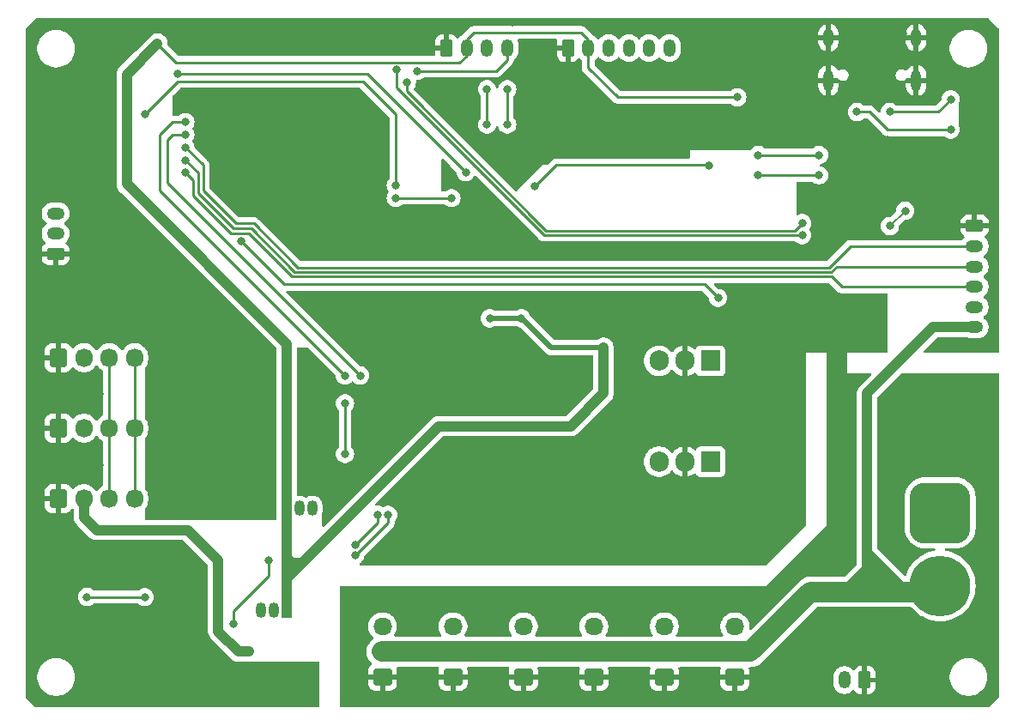
<source format=gbr>
%TF.GenerationSoftware,KiCad,Pcbnew,8.0.7*%
%TF.CreationDate,2025-06-05T13:27:19+09:00*%
%TF.ProjectId,ACT_Base_board_v2,4143545f-4261-4736-955f-626f6172645f,rev?*%
%TF.SameCoordinates,PX2faf080PY2faf080*%
%TF.FileFunction,Copper,L2,Bot*%
%TF.FilePolarity,Positive*%
%FSLAX46Y46*%
G04 Gerber Fmt 4.6, Leading zero omitted, Abs format (unit mm)*
G04 Created by KiCad (PCBNEW 8.0.7) date 2025-06-05 13:27:19*
%MOMM*%
%LPD*%
G01*
G04 APERTURE LIST*
G04 Aperture macros list*
%AMRoundRect*
0 Rectangle with rounded corners*
0 $1 Rounding radius*
0 $2 $3 $4 $5 $6 $7 $8 $9 X,Y pos of 4 corners*
0 Add a 4 corners polygon primitive as box body*
4,1,4,$2,$3,$4,$5,$6,$7,$8,$9,$2,$3,0*
0 Add four circle primitives for the rounded corners*
1,1,$1+$1,$2,$3*
1,1,$1+$1,$4,$5*
1,1,$1+$1,$6,$7*
1,1,$1+$1,$8,$9*
0 Add four rect primitives between the rounded corners*
20,1,$1+$1,$2,$3,$4,$5,0*
20,1,$1+$1,$4,$5,$6,$7,0*
20,1,$1+$1,$6,$7,$8,$9,0*
20,1,$1+$1,$8,$9,$2,$3,0*%
G04 Aperture macros list end*
%TA.AperFunction,ComponentPad*%
%ADD10R,1.905000X2.000000*%
%TD*%
%TA.AperFunction,ComponentPad*%
%ADD11O,1.905000X2.000000*%
%TD*%
%TA.AperFunction,ComponentPad*%
%ADD12RoundRect,0.250000X0.675000X-0.600000X0.675000X0.600000X-0.675000X0.600000X-0.675000X-0.600000X0*%
%TD*%
%TA.AperFunction,ComponentPad*%
%ADD13O,1.850000X1.700000*%
%TD*%
%TA.AperFunction,ComponentPad*%
%ADD14RoundRect,0.250000X-0.625000X0.350000X-0.625000X-0.350000X0.625000X-0.350000X0.625000X0.350000X0*%
%TD*%
%TA.AperFunction,ComponentPad*%
%ADD15O,1.750000X1.200000*%
%TD*%
%TA.AperFunction,ComponentPad*%
%ADD16RoundRect,0.250000X0.625000X-0.350000X0.625000X0.350000X-0.625000X0.350000X-0.625000X-0.350000X0*%
%TD*%
%TA.AperFunction,ComponentPad*%
%ADD17RoundRect,0.250000X-0.600000X-0.675000X0.600000X-0.675000X0.600000X0.675000X-0.600000X0.675000X0*%
%TD*%
%TA.AperFunction,ComponentPad*%
%ADD18O,1.700000X1.850000*%
%TD*%
%TA.AperFunction,ComponentPad*%
%ADD19RoundRect,0.250000X-0.350000X-0.625000X0.350000X-0.625000X0.350000X0.625000X-0.350000X0.625000X0*%
%TD*%
%TA.AperFunction,ComponentPad*%
%ADD20O,1.200000X1.750000*%
%TD*%
%TA.AperFunction,ComponentPad*%
%ADD21O,1.000000X2.100000*%
%TD*%
%TA.AperFunction,ComponentPad*%
%ADD22O,1.000000X1.800000*%
%TD*%
%TA.AperFunction,ComponentPad*%
%ADD23R,1.050000X1.500000*%
%TD*%
%TA.AperFunction,ComponentPad*%
%ADD24O,1.050000X1.500000*%
%TD*%
%TA.AperFunction,ComponentPad*%
%ADD25RoundRect,1.500000X-1.500000X1.500000X-1.500000X-1.500000X1.500000X-1.500000X1.500000X1.500000X0*%
%TD*%
%TA.AperFunction,ComponentPad*%
%ADD26C,6.000000*%
%TD*%
%TA.AperFunction,ComponentPad*%
%ADD27RoundRect,0.250000X0.350000X0.625000X-0.350000X0.625000X-0.350000X-0.625000X0.350000X-0.625000X0*%
%TD*%
%TA.AperFunction,ViaPad*%
%ADD28C,0.800000*%
%TD*%
%TA.AperFunction,Conductor*%
%ADD29C,0.250000*%
%TD*%
%TA.AperFunction,Conductor*%
%ADD30C,2.000000*%
%TD*%
%TA.AperFunction,Conductor*%
%ADD31C,1.000000*%
%TD*%
%TA.AperFunction,Conductor*%
%ADD32C,0.200000*%
%TD*%
%TA.AperFunction,Conductor*%
%ADD33C,0.500000*%
%TD*%
G04 APERTURE END LIST*
D10*
%TO.P,U4,1,VI*%
%TO.N,Battery_VCC*%
X68540000Y-44750000D03*
D11*
%TO.P,U4,2,GND*%
%TO.N,GND*%
X66000000Y-44750000D03*
%TO.P,U4,3,VO*%
%TO.N,+5V*%
X63460000Y-44750000D03*
%TD*%
D12*
%TO.P,J11,1,Pin_1*%
%TO.N,GND*%
X57050000Y-66000000D03*
D13*
%TO.P,J11,2,Pin_2*%
%TO.N,Battery_VCC*%
X57050000Y-63500000D03*
%TO.P,J11,3,Pin_3*%
%TO.N,Servo*%
X57050000Y-61000000D03*
%TD*%
D12*
%TO.P,J10,1,Pin_1*%
%TO.N,GND*%
X50100000Y-66000000D03*
D13*
%TO.P,J10,2,Pin_2*%
%TO.N,Battery_VCC*%
X50100000Y-63500000D03*
%TO.P,J10,3,Pin_3*%
%TO.N,Servo*%
X50100000Y-61000000D03*
%TD*%
D14*
%TO.P,J1,1,Pin_1*%
%TO.N,GND*%
X94600000Y-21500000D03*
D15*
%TO.P,J1,2,Pin_2*%
%TO.N,Switch_R*%
X94600000Y-23500000D03*
%TO.P,J1,3,Pin_3*%
%TO.N,Switch_G*%
X94600000Y-25500000D03*
%TO.P,J1,4,Pin_4*%
%TO.N,Switch_B*%
X94600000Y-27500000D03*
%TO.P,J1,5,Pin_5*%
%TO.N,Net-(J1-Pin_5)*%
X94600000Y-29500000D03*
%TO.P,J1,6,Pin_6*%
%TO.N,Battery_VCC*%
X94600000Y-31500000D03*
%TD*%
D16*
%TO.P,J4,1,Pin_1*%
%TO.N,GND*%
X3950000Y-24250000D03*
D15*
%TO.P,J4,2,Pin_2*%
%TO.N,+5V*%
X3950000Y-22250000D03*
%TO.P,J4,3,Pin_3*%
%TO.N,Net-(J4-Pin_3)*%
X3950000Y-20250000D03*
%TD*%
D17*
%TO.P,J15,1,Pin_1*%
%TO.N,GND*%
X4250000Y-41450000D03*
D18*
%TO.P,J15,2,Pin_2*%
%TO.N,+5V*%
X6750000Y-41450000D03*
%TO.P,J15,3,Pin_3*%
%TO.N,Serial_+*%
X9250000Y-41450000D03*
%TO.P,J15,4,Pin_4*%
%TO.N,Serial_-*%
X11750000Y-41450000D03*
%TD*%
D19*
%TO.P,J5,1,Pin_1*%
%TO.N,GND*%
X54500000Y-3950000D03*
D20*
%TO.P,J5,2,Pin_2*%
%TO.N,+3V3*%
X56500000Y-3950000D03*
%TO.P,J5,3,Pin_3*%
%TO.N,SPI_MOSI*%
X58500000Y-3950000D03*
%TO.P,J5,4,Pin_4*%
%TO.N,SPI_MISO*%
X60500000Y-3950000D03*
%TO.P,J5,5,Pin_5*%
%TO.N,SPI_SCK*%
X62500000Y-3950000D03*
%TO.P,J5,6,Pin_6*%
%TO.N,SPI_SS*%
X64500000Y-3950000D03*
%TD*%
D12*
%TO.P,J13,1,Pin_1*%
%TO.N,GND*%
X70950000Y-66000000D03*
D13*
%TO.P,J13,2,Pin_2*%
%TO.N,Battery_VCC*%
X70950000Y-63500000D03*
%TO.P,J13,3,Pin_3*%
%TO.N,Servo*%
X70950000Y-61000000D03*
%TD*%
D12*
%TO.P,J8,1,Pin_1*%
%TO.N,GND*%
X36200000Y-66000000D03*
D13*
%TO.P,J8,2,Pin_2*%
%TO.N,Battery_VCC*%
X36200000Y-63500000D03*
%TO.P,J8,3,Pin_3*%
%TO.N,Servo*%
X36200000Y-61000000D03*
%TD*%
D21*
%TO.P,J3,S1,SHIELD*%
%TO.N,GND*%
X88820000Y-7125000D03*
D22*
X88820000Y-2925000D03*
D21*
X80180000Y-7125000D03*
D22*
X80180000Y-2925000D03*
%TD*%
D19*
%TO.P,J7,1,Pin_1*%
%TO.N,GND*%
X42500000Y-3950000D03*
D20*
%TO.P,J7,2,Pin_2*%
%TO.N,+3V3*%
X44500000Y-3950000D03*
%TO.P,J7,3,Pin_3*%
%TO.N,I2C_SDA*%
X46500000Y-3950000D03*
%TO.P,J7,4,Pin_4*%
%TO.N,I2C_SCL*%
X48500000Y-3950000D03*
%TD*%
D12*
%TO.P,J9,1,Pin_1*%
%TO.N,GND*%
X43150000Y-66000000D03*
D13*
%TO.P,J9,2,Pin_2*%
%TO.N,Battery_VCC*%
X43150000Y-63500000D03*
%TO.P,J9,3,Pin_3*%
%TO.N,Servo*%
X43150000Y-61000000D03*
%TD*%
D10*
%TO.P,U5,1,VI*%
%TO.N,Battery_VCC*%
X68540000Y-34805000D03*
D11*
%TO.P,U5,2,GND*%
%TO.N,GND*%
X66000000Y-34805000D03*
%TO.P,U5,3,VO*%
%TO.N,+3V3*%
X63460000Y-34805000D03*
%TD*%
D12*
%TO.P,J12,1,Pin_1*%
%TO.N,GND*%
X64000000Y-66000000D03*
D13*
%TO.P,J12,2,Pin_2*%
%TO.N,Battery_VCC*%
X64000000Y-63500000D03*
%TO.P,J12,3,Pin_3*%
%TO.N,Servo*%
X64000000Y-61000000D03*
%TD*%
D17*
%TO.P,J16,1,Pin_1*%
%TO.N,GND*%
X4250000Y-48400000D03*
D18*
%TO.P,J16,2,Pin_2*%
%TO.N,+5V*%
X6750000Y-48400000D03*
%TO.P,J16,3,Pin_3*%
%TO.N,Serial_+*%
X9250000Y-48400000D03*
%TO.P,J16,4,Pin_4*%
%TO.N,Serial_-*%
X11750000Y-48400000D03*
%TD*%
D23*
%TO.P,Q8,1,E*%
%TO.N,+3V3*%
X26730000Y-49360000D03*
D24*
%TO.P,Q8,2,C*%
%TO.N,Net-(Q8-C)*%
X28000000Y-49360000D03*
%TO.P,Q8,3,B*%
%TO.N,Net-(Q8-B)*%
X29270000Y-49360000D03*
%TD*%
D23*
%TO.P,Q6,1,E*%
%TO.N,+3V3*%
X26770000Y-59390000D03*
D24*
%TO.P,Q6,2,C*%
%TO.N,Net-(Q6-C)*%
X25500000Y-59390000D03*
%TO.P,Q6,3,B*%
%TO.N,Net-(Q6-B)*%
X24230000Y-59390000D03*
%TD*%
D25*
%TO.P,J2,1,Pin_1*%
%TO.N,Battery_GND*%
X91200000Y-49800000D03*
D26*
%TO.P,J2,2,Pin_2*%
%TO.N,Battery_VCC*%
X91200000Y-57000000D03*
%TD*%
D27*
%TO.P,J6,1,Pin_1*%
%TO.N,GND*%
X83750000Y-66300000D03*
D20*
%TO.P,J6,2,Pin_2*%
%TO.N,Battery_VCC*%
X81750000Y-66300000D03*
%TD*%
D17*
%TO.P,J14,1,Pin_1*%
%TO.N,GND*%
X4250000Y-34500000D03*
D18*
%TO.P,J14,2,Pin_2*%
%TO.N,+5V*%
X6750000Y-34500000D03*
%TO.P,J14,3,Pin_3*%
%TO.N,Serial_+*%
X9250000Y-34500000D03*
%TO.P,J14,4,Pin_4*%
%TO.N,Serial_-*%
X11750000Y-34500000D03*
%TD*%
D28*
%TO.N,EN*%
X68364000Y-15532000D03*
%TO.N,GND*%
X28000000Y-1500000D03*
X81000000Y-17000000D03*
X70000000Y-40000000D03*
X16500000Y-65500000D03*
X66000000Y-29000000D03*
X27000000Y-13000000D03*
X12000000Y-64000000D03*
X95000000Y-53750000D03*
X52500000Y-5000000D03*
X96500000Y-14000000D03*
X85000000Y-5000000D03*
X15000000Y-32000000D03*
X36000000Y-54000000D03*
X31000000Y-9000000D03*
X51750000Y-12500000D03*
X91000000Y-68500000D03*
X89500000Y-9000000D03*
X31000000Y-17000000D03*
X42000000Y-1400000D03*
X35000000Y-1500000D03*
X43000000Y-7500000D03*
X40000000Y-40000000D03*
X8250000Y-31100000D03*
X66000000Y-47250000D03*
X22500000Y-47500000D03*
X33000000Y-9000000D03*
X89000000Y-43000000D03*
X65000000Y-54000000D03*
X55000000Y-46500000D03*
X55000000Y-54000000D03*
X9000000Y-26000000D03*
X33000000Y-3000000D03*
X66000000Y-52500000D03*
X40000000Y-49000000D03*
X70000000Y-54000000D03*
X45000000Y-7500000D03*
X33000000Y-13000000D03*
X96500000Y-7000000D03*
X59000000Y-6000000D03*
X28000000Y-68500000D03*
X62500000Y-10000000D03*
X56000000Y-68500000D03*
X14000000Y-68500000D03*
X36000000Y-24000000D03*
X29000000Y-9000000D03*
X55000000Y-35000000D03*
X48000000Y-23500000D03*
X55000000Y-50000000D03*
X67500000Y-7500000D03*
X22500000Y-50000000D03*
X87700000Y-9200000D03*
X96500000Y-52000000D03*
X92500000Y-7500000D03*
X74250000Y-33000000D03*
X30000000Y-23000000D03*
X80500000Y-9250000D03*
X44000000Y-37750000D03*
X31000000Y-13000000D03*
X70750000Y-31500000D03*
X29000000Y-15000000D03*
X20000000Y-64000000D03*
X74000000Y-4000000D03*
X50000000Y-5000000D03*
X17000000Y-58750000D03*
X45000000Y-45000000D03*
X15000000Y-35000000D03*
X66000000Y-32750000D03*
X34000000Y-33750000D03*
X40500000Y-4000000D03*
X1500000Y-45000000D03*
X55000000Y-24000000D03*
X50000000Y-50000000D03*
X8500000Y-56000000D03*
X84000000Y-63000000D03*
X60000000Y-30000000D03*
X14500000Y-65500000D03*
X74250000Y-30000000D03*
X1500000Y-14000000D03*
X55000000Y-7500000D03*
X85000000Y-2500000D03*
X65000000Y-24000000D03*
X92000000Y-45000000D03*
X25250000Y-36000000D03*
X62500000Y-40000000D03*
X45600000Y-37000000D03*
X63000000Y-68500000D03*
X56000000Y-1400000D03*
X63000000Y-1500000D03*
X91000000Y-1500000D03*
X29000000Y-13000000D03*
X42000000Y-68500000D03*
X81000000Y-33000000D03*
X20000000Y-65500000D03*
X40000000Y-54000000D03*
X76500000Y-30000000D03*
X27000000Y-17000000D03*
X31000000Y-29000000D03*
X50000000Y-7500000D03*
X48000000Y-35000000D03*
X48000000Y-22250000D03*
X83000000Y-30000000D03*
X86000000Y-48500000D03*
X40000000Y-30000000D03*
X8250000Y-38100000D03*
X60000000Y-50000000D03*
X18000000Y-38000000D03*
X17500000Y-47500000D03*
X25000000Y-15000000D03*
X49000000Y-35000000D03*
X29000000Y-3000000D03*
X37750000Y-42500000D03*
X48100000Y-39800000D03*
X75000000Y-49000000D03*
X96500000Y-28000000D03*
X17500000Y-45000000D03*
X9000000Y-14000000D03*
X41000000Y-7500000D03*
X23000000Y-13000000D03*
X91500000Y-36500000D03*
X16500000Y-64000000D03*
X21000000Y-17000000D03*
X23000000Y-3000000D03*
X87500000Y-2500000D03*
X70000000Y-7500000D03*
X42750000Y-16750000D03*
X60000000Y-24000000D03*
X1500000Y-52000000D03*
X31000000Y-11000000D03*
X29000000Y-29000000D03*
X72500000Y-12500000D03*
X28500000Y-34500000D03*
X96500000Y-66000000D03*
X96500000Y-36500000D03*
X77000000Y-68500000D03*
X21000000Y-9000000D03*
X82500000Y-2500000D03*
X70000000Y-49000000D03*
X33000000Y-15000000D03*
X51000000Y-39000000D03*
X75000000Y-12500000D03*
X90750000Y-8500000D03*
X66000000Y-51000000D03*
X1500000Y-21000000D03*
X74000000Y-40000000D03*
X55000000Y-37400000D03*
X27000000Y-3000000D03*
X77250000Y-31500000D03*
X33000000Y-17000000D03*
X81500000Y-22750000D03*
X50000000Y-35000000D03*
X44000000Y-24000000D03*
X49000000Y-1400000D03*
X21000000Y-1500000D03*
X17500000Y-50000000D03*
X49000000Y-68500000D03*
X33000000Y-11000000D03*
X47000000Y-13500000D03*
X22500000Y-45000000D03*
X8500000Y-59500000D03*
X14000000Y-1500000D03*
X31000000Y-3000000D03*
X77500000Y-5000000D03*
X9000000Y-21000000D03*
X44000000Y-39750000D03*
X60000000Y-12500000D03*
X81000000Y-47000000D03*
X49500000Y-15500000D03*
X1500000Y-66000000D03*
X45000000Y-54000000D03*
X90000000Y-21000000D03*
X70000000Y-68500000D03*
X21000000Y-11000000D03*
X89000000Y-37000000D03*
X87500000Y-53500000D03*
X60000000Y-54000000D03*
X22500000Y-38250000D03*
X7000000Y-1500000D03*
X21000000Y-15000000D03*
X7000000Y-68500000D03*
X90000000Y-14000000D03*
X74000000Y-6000000D03*
X25000000Y-17000000D03*
X23000000Y-17000000D03*
X20000000Y-30000000D03*
X84000000Y-1500000D03*
X60000000Y-33000000D03*
X84000000Y-68500000D03*
X87500000Y-5000000D03*
X1500000Y-38000000D03*
X35000000Y-68500000D03*
X47500000Y-15500000D03*
X29000000Y-11000000D03*
X78500000Y-9250000D03*
X81000000Y-42000000D03*
X23000000Y-11000000D03*
X25000000Y-3000000D03*
X96500000Y-21000000D03*
X36000000Y-20750000D03*
X70000000Y-24000000D03*
X30250000Y-38750000D03*
X22500000Y-35750000D03*
X55000000Y-30000000D03*
X40500000Y-24000000D03*
X53000000Y-39000000D03*
X62500000Y-12500000D03*
X40000000Y-35000000D03*
X29000000Y-65500000D03*
X77000000Y-1500000D03*
X96500000Y-59000000D03*
X85000000Y-60000000D03*
X31000000Y-15000000D03*
X65000000Y-7500000D03*
X12000000Y-53500000D03*
X77000000Y-62000000D03*
X23000000Y-9000000D03*
X16000000Y-10000000D03*
X82500000Y-5000000D03*
X67500000Y-12500000D03*
X15000000Y-38000000D03*
X21000000Y-68500000D03*
X44000000Y-29000000D03*
X50000000Y-54000000D03*
X55250000Y-12500000D03*
X34500000Y-29000000D03*
X81000000Y-52000000D03*
X44500000Y-17500000D03*
X66000000Y-49250000D03*
X90000000Y-5000000D03*
X28500000Y-42000000D03*
X96500000Y-45000000D03*
X17000000Y-61000000D03*
X7000000Y-14000000D03*
X75000000Y-24000000D03*
X15000000Y-25000000D03*
X51250000Y-15250000D03*
X95000000Y-36500000D03*
X77500000Y-7500000D03*
X18000000Y-35000000D03*
X25250000Y-38500000D03*
X60000000Y-46500000D03*
X23500000Y-40000000D03*
X42750000Y-33000000D03*
X8250000Y-45100000D03*
X29000000Y-17000000D03*
X52500000Y-7500000D03*
X86000000Y-13000000D03*
X70000000Y-10000000D03*
X25000000Y-13000000D03*
X45000000Y-49000000D03*
X70000000Y-1500000D03*
X23000000Y-15000000D03*
X1500000Y-28000000D03*
X27000000Y-15000000D03*
X74000000Y-8000000D03*
X66000000Y-30500000D03*
X53500000Y-12500000D03*
X12000000Y-56000000D03*
X14500000Y-55250000D03*
X21000000Y-13000000D03*
X1500000Y-59000000D03*
X46200000Y-39800000D03*
X66000000Y-40000000D03*
X81000000Y-37000000D03*
X67500000Y-10000000D03*
X70000000Y-5000000D03*
X67500000Y-5000000D03*
X21000000Y-3000000D03*
X1500000Y-7000000D03*
X84000000Y-17000000D03*
X84000000Y-33000000D03*
X72250000Y-30000000D03*
X7000000Y-7000000D03*
X70000000Y-12500000D03*
X82000000Y-18000000D03*
X89000000Y-40000000D03*
%TO.N,+5V*%
X23000000Y-63500000D03*
%TO.N,Net-(J3-CC1)*%
X92250000Y-9000000D03*
X86250000Y-10250000D03*
%TO.N,USB_D-*%
X86250000Y-21500000D03*
X87750000Y-20000000D03*
%TO.N,Net-(J3-CC2)*%
X83000000Y-10250000D03*
X92250000Y-12000000D03*
%TO.N,EN*%
X51200000Y-17600000D03*
X44400000Y-16200000D03*
X16000000Y-6500000D03*
%TO.N,+3V3*%
X46781750Y-30618250D03*
X58000000Y-33500000D03*
X45200000Y-41200000D03*
X71200000Y-8800000D03*
X49900000Y-30618250D03*
X14000000Y-3500000D03*
X10960000Y-12250000D03*
%TO.N,Boot*%
X37500000Y-18750000D03*
X43000000Y-18750000D03*
%TO.N,Switch_R*%
X16750000Y-13750000D03*
%TO.N,Switch_B*%
X16750000Y-16250000D03*
%TO.N,Switch_G*%
X16750000Y-15000000D03*
%TO.N,I2C_SDA*%
X46500000Y-11500000D03*
X46500000Y-8000000D03*
%TO.N,I2C_SCL*%
X48500000Y-11500000D03*
X39600000Y-6200000D03*
X48500000Y-8000000D03*
%TO.N,Net-(Q2-S)*%
X79250000Y-14500000D03*
X73250000Y-14500000D03*
%TO.N,Net-(Q2-G)*%
X73250000Y-16500000D03*
X79250000Y-16500000D03*
%TO.N,NeoPixel*%
X12750000Y-10500000D03*
X37500000Y-17500000D03*
%TO.N,Net-(Q7-S)*%
X12750000Y-58115000D03*
X7050000Y-58100000D03*
%TO.N,V_div*%
X69300000Y-28600000D03*
X22250000Y-23000000D03*
%TO.N,U2TXD*%
X36750003Y-50000000D03*
X33500000Y-54000000D03*
%TO.N,U1TXD*%
X16750000Y-12500000D03*
X34000000Y-36250000D03*
%TO.N,U0TXD*%
X37600000Y-6090000D03*
X77600000Y-22400000D03*
%TO.N,U1RXD*%
X16750000Y-11250000D03*
X32500000Y-36250000D03*
X32500000Y-39000000D03*
X32500000Y-44000000D03*
%TO.N,U0RXD*%
X77600000Y-21200000D03*
X38600000Y-7360000D03*
%TO.N,U2RXD*%
X33500000Y-53000000D03*
X21500000Y-60750000D03*
X35750000Y-50000000D03*
X25000000Y-54500000D03*
%TD*%
D29*
%TO.N,EN*%
X68332000Y-15500000D02*
X68364000Y-15532000D01*
X53300000Y-15500000D02*
X68332000Y-15500000D01*
D30*
%TO.N,GND*%
X81000000Y-33250000D02*
X81000000Y-36750000D01*
D31*
%TO.N,+5V*%
X17000000Y-51500000D02*
X20000000Y-54500000D01*
X6750000Y-48400000D02*
X6750000Y-50250000D01*
X20000000Y-54500000D02*
X20000000Y-61500000D01*
X20000000Y-61500000D02*
X22000000Y-63500000D01*
X8000000Y-51500000D02*
X17000000Y-51500000D01*
X6750000Y-50250000D02*
X8000000Y-51500000D01*
X22000000Y-63500000D02*
X23000000Y-63500000D01*
D29*
%TO.N,Net-(J3-CC1)*%
X91000000Y-10250000D02*
X92250000Y-9000000D01*
X86250000Y-10250000D02*
X91000000Y-10250000D01*
D32*
%TO.N,USB_D-*%
X87750000Y-20000000D02*
X86250000Y-21500000D01*
D29*
%TO.N,Net-(J3-CC2)*%
X84250000Y-10250000D02*
X86000000Y-12000000D01*
X86000000Y-12000000D02*
X92250000Y-12000000D01*
X83000000Y-10250000D02*
X84250000Y-10250000D01*
%TO.N,EN*%
X34700000Y-6500000D02*
X16000000Y-6500000D01*
X51200000Y-17600000D02*
X53300000Y-15500000D01*
X44400000Y-16200000D02*
X34700000Y-6500000D01*
D33*
%TO.N,+3V3*%
X49981750Y-30618250D02*
X52863500Y-33500000D01*
D29*
X44500000Y-3950000D02*
X44500000Y-3100000D01*
D31*
X28500000Y-54500000D02*
X27750000Y-55250000D01*
D29*
X44500000Y-4700000D02*
X43800000Y-5400000D01*
D31*
X26730000Y-54000000D02*
X26730000Y-49360000D01*
D29*
X56500000Y-3950000D02*
X56500000Y-5900000D01*
D31*
X26730000Y-33130000D02*
X26730000Y-36800000D01*
D29*
X43765000Y-5365000D02*
X15865000Y-5365000D01*
X44500000Y-3950000D02*
X44500000Y-4700000D01*
D31*
X26770000Y-56230000D02*
X26770000Y-59390000D01*
X10960000Y-17360000D02*
X26730000Y-33130000D01*
D33*
X49900000Y-30618250D02*
X49981750Y-30618250D01*
D31*
X26730000Y-58960000D02*
X26730000Y-54000000D01*
D29*
X43800000Y-5400000D02*
X43765000Y-5365000D01*
X56500000Y-5900000D02*
X59400000Y-8800000D01*
X59400000Y-8800000D02*
X71200000Y-8800000D01*
D31*
X28250000Y-54750000D02*
X28500000Y-54500000D01*
X41750000Y-41250000D02*
X28500000Y-54500000D01*
X26770000Y-59390000D02*
X26770000Y-59000000D01*
X44250000Y-41250000D02*
X41750000Y-41250000D01*
D33*
X49900000Y-30618250D02*
X46781750Y-30618250D01*
D31*
X26730000Y-37600000D02*
X26730000Y-38400000D01*
X58000000Y-33500000D02*
X58000000Y-38000000D01*
X26730000Y-54230000D02*
X27250000Y-54750000D01*
D33*
X52863500Y-33500000D02*
X58000000Y-33500000D01*
D31*
X27750000Y-55250000D02*
X26770000Y-56230000D01*
D29*
X44500000Y-3100000D02*
X45200000Y-2400000D01*
X45200000Y-2400000D02*
X55800000Y-2400000D01*
D31*
X46250000Y-41250000D02*
X44250000Y-41250000D01*
X10960000Y-12250000D02*
X10960000Y-6540000D01*
X58000000Y-38000000D02*
X54750000Y-41250000D01*
X26730000Y-54000000D02*
X26730000Y-54230000D01*
X10960000Y-6540000D02*
X14000000Y-3500000D01*
X27250000Y-54750000D02*
X28250000Y-54750000D01*
D29*
X56500000Y-3100000D02*
X56500000Y-3950000D01*
D31*
X10960000Y-14135000D02*
X10960000Y-12250000D01*
D29*
X55800000Y-2400000D02*
X56500000Y-3100000D01*
D31*
X27250000Y-54750000D02*
X27750000Y-55250000D01*
D29*
X15865000Y-5365000D02*
X14000000Y-3500000D01*
D31*
X26730000Y-38400000D02*
X26730000Y-49360000D01*
X26770000Y-59000000D02*
X26730000Y-58960000D01*
X26730000Y-36800000D02*
X26730000Y-37600000D01*
X10960000Y-14135000D02*
X10960000Y-17360000D01*
X54750000Y-41250000D02*
X46250000Y-41250000D01*
D29*
%TO.N,Boot*%
X37500000Y-18750000D02*
X43000000Y-18750000D01*
%TO.N,Switch_R*%
X16750000Y-13750000D02*
X18500000Y-15500000D01*
X80263604Y-25600000D02*
X82363604Y-23500000D01*
X23500000Y-21250000D02*
X27850000Y-25600000D01*
X21750000Y-21250000D02*
X23500000Y-21250000D01*
X18500000Y-15500000D02*
X18500000Y-18000000D01*
X82363604Y-23500000D02*
X94600000Y-23500000D01*
X18500000Y-18000000D02*
X21750000Y-21250000D01*
X27850000Y-25600000D02*
X80263604Y-25600000D01*
%TO.N,Switch_B*%
X80500000Y-26500000D02*
X81500000Y-27500000D01*
X27250000Y-26500000D02*
X80500000Y-26500000D01*
X16750000Y-16250000D02*
X17500000Y-17000000D01*
X81500000Y-27500000D02*
X94600000Y-27500000D01*
X21250000Y-22250000D02*
X23000000Y-22250000D01*
X17500000Y-17000000D02*
X17500000Y-18500000D01*
X23000000Y-22250000D02*
X27250000Y-26500000D01*
X17500000Y-18500000D02*
X21250000Y-22250000D01*
%TO.N,Switch_G*%
X21500000Y-21750000D02*
X23250000Y-21750000D01*
X18000000Y-18250000D02*
X21500000Y-21750000D01*
X81000000Y-25500000D02*
X94600000Y-25500000D01*
X23250000Y-21750000D02*
X27550000Y-26050000D01*
X80450000Y-26050000D02*
X81000000Y-25500000D01*
X18000000Y-16250000D02*
X18000000Y-18250000D01*
X16750000Y-15000000D02*
X18000000Y-16250000D01*
X27550000Y-26050000D02*
X80450000Y-26050000D01*
D30*
%TO.N,Battery_VCC*%
X82400000Y-57600000D02*
X84000000Y-56000000D01*
D31*
X86125000Y-57475000D02*
X86000000Y-57600000D01*
X85000000Y-55000000D02*
X85000000Y-57600000D01*
X84000000Y-53750000D02*
X84000000Y-38000000D01*
D30*
X85000000Y-57600000D02*
X86000000Y-57600000D01*
D31*
X85125000Y-54875000D02*
X85000000Y-55000000D01*
X86125000Y-55875000D02*
X85125000Y-54875000D01*
X85000000Y-57000000D02*
X85000000Y-57600000D01*
D30*
X36125000Y-63500000D02*
X70875000Y-63500000D01*
D31*
X85125000Y-54875000D02*
X84000000Y-53750000D01*
X84000000Y-38000000D02*
X90500000Y-31500000D01*
X84000000Y-53750000D02*
X84000000Y-56000000D01*
D30*
X84000000Y-57600000D02*
X85000000Y-57600000D01*
D31*
X87850000Y-57600000D02*
X88000000Y-57600000D01*
D30*
X88000000Y-57600000D02*
X90600000Y-57600000D01*
D31*
X90600000Y-57600000D02*
X91200000Y-57000000D01*
X86125000Y-55875000D02*
X85000000Y-57000000D01*
D30*
X70950000Y-63500000D02*
X72500000Y-63500000D01*
D31*
X86125000Y-55875000D02*
X87850000Y-57600000D01*
D30*
X72500000Y-63500000D02*
X78400000Y-57600000D01*
D31*
X90500000Y-31500000D02*
X94600000Y-31500000D01*
D30*
X82000000Y-57600000D02*
X82400000Y-57600000D01*
D31*
X86125000Y-55875000D02*
X86125000Y-57475000D01*
D30*
X86000000Y-57600000D02*
X88000000Y-57600000D01*
X82000000Y-57600000D02*
X84000000Y-57600000D01*
X78400000Y-57600000D02*
X82000000Y-57600000D01*
D29*
%TO.N,I2C_SDA*%
X46500000Y-8000000D02*
X46500000Y-11500000D01*
%TO.N,I2C_SCL*%
X47400000Y-6200000D02*
X48500000Y-5100000D01*
X48500000Y-5100000D02*
X48500000Y-4000000D01*
X48500000Y-11500000D02*
X48500000Y-8000000D01*
X48500000Y-4000000D02*
X48500000Y-3950000D01*
X39600000Y-6200000D02*
X47400000Y-6200000D01*
%TO.N,Serial_-*%
X11750000Y-48400000D02*
X11750000Y-34500000D01*
%TO.N,Serial_+*%
X9250000Y-34500000D02*
X9250000Y-48400000D01*
%TO.N,Net-(Q2-S)*%
X73250000Y-14500000D02*
X79250000Y-14500000D01*
%TO.N,Net-(Q2-G)*%
X79250000Y-16500000D02*
X73250000Y-16500000D01*
%TO.N,NeoPixel*%
X17000000Y-7250000D02*
X16000000Y-7250000D01*
X34250000Y-7250000D02*
X17000000Y-7250000D01*
X16000000Y-7250000D02*
X12750000Y-10500000D01*
X37500000Y-10500000D02*
X34250000Y-7250000D01*
X37500000Y-17500000D02*
X37500000Y-10500000D01*
%TO.N,Net-(Q7-S)*%
X7050000Y-58100000D02*
X12735000Y-58100000D01*
X12735000Y-58100000D02*
X12750000Y-58115000D01*
%TO.N,V_div*%
X67950000Y-27250000D02*
X26500000Y-27250000D01*
X26500000Y-27250000D02*
X22250000Y-23000000D01*
X69300000Y-28600000D02*
X67950000Y-27250000D01*
%TO.N,U2TXD*%
X36750003Y-50775302D02*
X33525305Y-54000000D01*
X36750003Y-50000000D02*
X36750003Y-50775302D01*
X33525305Y-54000000D02*
X33500000Y-54000000D01*
%TO.N,U1TXD*%
X15500000Y-12500000D02*
X16750000Y-12500000D01*
X34000000Y-36250000D02*
X15000000Y-17250000D01*
X15000000Y-17250000D02*
X15000000Y-13000000D01*
X15000000Y-13000000D02*
X15500000Y-12500000D01*
%TO.N,U0TXD*%
X52163604Y-22400000D02*
X54600000Y-22400000D01*
X77600000Y-22400000D02*
X54600000Y-22400000D01*
X37600000Y-6090000D02*
X37600000Y-7836396D01*
X37600000Y-7836396D02*
X52163604Y-22400000D01*
%TO.N,U1RXD*%
X32500000Y-44000000D02*
X32500000Y-39000000D01*
X15500000Y-11250000D02*
X14250000Y-12500000D01*
X14250000Y-12500000D02*
X14250000Y-18000000D01*
X14250000Y-18000000D02*
X32500000Y-36250000D01*
X16750000Y-11250000D02*
X15500000Y-11250000D01*
%TO.N,U0RXD*%
X52350000Y-21950000D02*
X76850000Y-21950000D01*
X38600000Y-7360000D02*
X38600000Y-8200000D01*
X76850000Y-21950000D02*
X77600000Y-21200000D01*
X38600000Y-8200000D02*
X52350000Y-21950000D01*
%TO.N,U2RXD*%
X25000000Y-56000000D02*
X21500000Y-59500000D01*
X25000000Y-54500000D02*
X25000000Y-56000000D01*
X35750000Y-50000000D02*
X35750000Y-50750000D01*
X35750000Y-50750000D02*
X33500000Y-53000000D01*
X21500000Y-59500000D02*
X21500000Y-60750000D01*
%TD*%
%TA.AperFunction,Conductor*%
%TO.N,GND*%
G36*
X84352756Y-36019685D02*
G01*
X84398511Y-36072489D01*
X84408455Y-36141647D01*
X84379430Y-36205203D01*
X84373398Y-36211681D01*
X83362221Y-37222858D01*
X83362218Y-37222861D01*
X83292538Y-37292540D01*
X83222859Y-37362219D01*
X83113371Y-37526079D01*
X83113364Y-37526092D01*
X83037950Y-37708160D01*
X83037947Y-37708170D01*
X82999500Y-37901456D01*
X82999500Y-54827110D01*
X82979815Y-54894149D01*
X82963181Y-54914791D01*
X81814792Y-56063181D01*
X81753469Y-56096666D01*
X81727111Y-56099500D01*
X78281903Y-56099500D01*
X78048631Y-56136446D01*
X77824003Y-56209433D01*
X77613565Y-56316657D01*
X77422488Y-56455484D01*
X77422487Y-56455485D01*
X72570795Y-61307176D01*
X72509472Y-61340661D01*
X72439780Y-61335677D01*
X72383847Y-61293805D01*
X72359430Y-61228341D01*
X72360640Y-61200104D01*
X72375500Y-61106287D01*
X72375500Y-60893713D01*
X72342246Y-60683757D01*
X72276557Y-60481588D01*
X72180051Y-60292184D01*
X72180049Y-60292181D01*
X72180048Y-60292179D01*
X72055109Y-60120213D01*
X71904786Y-59969890D01*
X71732820Y-59844951D01*
X71543414Y-59748444D01*
X71543413Y-59748443D01*
X71543412Y-59748443D01*
X71341243Y-59682754D01*
X71341241Y-59682753D01*
X71341240Y-59682753D01*
X71179957Y-59657208D01*
X71131287Y-59649500D01*
X70768713Y-59649500D01*
X70720042Y-59657208D01*
X70558760Y-59682753D01*
X70356585Y-59748444D01*
X70167179Y-59844951D01*
X69995213Y-59969890D01*
X69844890Y-60120213D01*
X69719951Y-60292179D01*
X69623444Y-60481585D01*
X69557753Y-60683760D01*
X69524500Y-60893713D01*
X69524500Y-61106286D01*
X69557753Y-61316239D01*
X69623444Y-61518414D01*
X69719951Y-61707820D01*
X69788823Y-61802615D01*
X69812303Y-61868422D01*
X69796477Y-61936475D01*
X69746371Y-61985170D01*
X69688505Y-61999500D01*
X65261495Y-61999500D01*
X65194456Y-61979815D01*
X65148701Y-61927011D01*
X65138757Y-61857853D01*
X65161177Y-61802615D01*
X65230048Y-61707820D01*
X65230047Y-61707820D01*
X65230051Y-61707816D01*
X65326557Y-61518412D01*
X65392246Y-61316243D01*
X65425500Y-61106287D01*
X65425500Y-60893713D01*
X65392246Y-60683757D01*
X65326557Y-60481588D01*
X65230051Y-60292184D01*
X65230049Y-60292181D01*
X65230048Y-60292179D01*
X65105109Y-60120213D01*
X64954786Y-59969890D01*
X64782820Y-59844951D01*
X64593414Y-59748444D01*
X64593413Y-59748443D01*
X64593412Y-59748443D01*
X64391243Y-59682754D01*
X64391241Y-59682753D01*
X64391240Y-59682753D01*
X64229957Y-59657208D01*
X64181287Y-59649500D01*
X63818713Y-59649500D01*
X63770042Y-59657208D01*
X63608760Y-59682753D01*
X63406585Y-59748444D01*
X63217179Y-59844951D01*
X63045213Y-59969890D01*
X62894890Y-60120213D01*
X62769951Y-60292179D01*
X62673444Y-60481585D01*
X62607753Y-60683760D01*
X62574500Y-60893713D01*
X62574500Y-61106286D01*
X62607753Y-61316239D01*
X62673444Y-61518414D01*
X62769951Y-61707820D01*
X62838823Y-61802615D01*
X62862303Y-61868422D01*
X62846477Y-61936475D01*
X62796371Y-61985170D01*
X62738505Y-61999500D01*
X58311495Y-61999500D01*
X58244456Y-61979815D01*
X58198701Y-61927011D01*
X58188757Y-61857853D01*
X58211177Y-61802615D01*
X58280048Y-61707820D01*
X58280047Y-61707820D01*
X58280051Y-61707816D01*
X58376557Y-61518412D01*
X58442246Y-61316243D01*
X58475500Y-61106287D01*
X58475500Y-60893713D01*
X58442246Y-60683757D01*
X58376557Y-60481588D01*
X58280051Y-60292184D01*
X58280049Y-60292181D01*
X58280048Y-60292179D01*
X58155109Y-60120213D01*
X58004786Y-59969890D01*
X57832820Y-59844951D01*
X57643414Y-59748444D01*
X57643413Y-59748443D01*
X57643412Y-59748443D01*
X57441243Y-59682754D01*
X57441241Y-59682753D01*
X57441240Y-59682753D01*
X57279957Y-59657208D01*
X57231287Y-59649500D01*
X56868713Y-59649500D01*
X56820042Y-59657208D01*
X56658760Y-59682753D01*
X56456585Y-59748444D01*
X56267179Y-59844951D01*
X56095213Y-59969890D01*
X55944890Y-60120213D01*
X55819951Y-60292179D01*
X55723444Y-60481585D01*
X55657753Y-60683760D01*
X55624500Y-60893713D01*
X55624500Y-61106286D01*
X55657753Y-61316239D01*
X55723444Y-61518414D01*
X55819951Y-61707820D01*
X55888823Y-61802615D01*
X55912303Y-61868422D01*
X55896477Y-61936475D01*
X55846371Y-61985170D01*
X55788505Y-61999500D01*
X51361495Y-61999500D01*
X51294456Y-61979815D01*
X51248701Y-61927011D01*
X51238757Y-61857853D01*
X51261177Y-61802615D01*
X51330048Y-61707820D01*
X51330047Y-61707820D01*
X51330051Y-61707816D01*
X51426557Y-61518412D01*
X51492246Y-61316243D01*
X51525500Y-61106287D01*
X51525500Y-60893713D01*
X51492246Y-60683757D01*
X51426557Y-60481588D01*
X51330051Y-60292184D01*
X51330049Y-60292181D01*
X51330048Y-60292179D01*
X51205109Y-60120213D01*
X51054786Y-59969890D01*
X50882820Y-59844951D01*
X50693414Y-59748444D01*
X50693413Y-59748443D01*
X50693412Y-59748443D01*
X50491243Y-59682754D01*
X50491241Y-59682753D01*
X50491240Y-59682753D01*
X50329957Y-59657208D01*
X50281287Y-59649500D01*
X49918713Y-59649500D01*
X49870042Y-59657208D01*
X49708760Y-59682753D01*
X49506585Y-59748444D01*
X49317179Y-59844951D01*
X49145213Y-59969890D01*
X48994890Y-60120213D01*
X48869951Y-60292179D01*
X48773444Y-60481585D01*
X48707753Y-60683760D01*
X48674500Y-60893713D01*
X48674500Y-61106286D01*
X48707753Y-61316239D01*
X48773444Y-61518414D01*
X48869951Y-61707820D01*
X48938823Y-61802615D01*
X48962303Y-61868422D01*
X48946477Y-61936475D01*
X48896371Y-61985170D01*
X48838505Y-61999500D01*
X44411495Y-61999500D01*
X44344456Y-61979815D01*
X44298701Y-61927011D01*
X44288757Y-61857853D01*
X44311177Y-61802615D01*
X44380048Y-61707820D01*
X44380047Y-61707820D01*
X44380051Y-61707816D01*
X44476557Y-61518412D01*
X44542246Y-61316243D01*
X44575500Y-61106287D01*
X44575500Y-60893713D01*
X44542246Y-60683757D01*
X44476557Y-60481588D01*
X44380051Y-60292184D01*
X44380049Y-60292181D01*
X44380048Y-60292179D01*
X44255109Y-60120213D01*
X44104786Y-59969890D01*
X43932820Y-59844951D01*
X43743414Y-59748444D01*
X43743413Y-59748443D01*
X43743412Y-59748443D01*
X43541243Y-59682754D01*
X43541241Y-59682753D01*
X43541240Y-59682753D01*
X43379957Y-59657208D01*
X43331287Y-59649500D01*
X42968713Y-59649500D01*
X42920042Y-59657208D01*
X42758760Y-59682753D01*
X42556585Y-59748444D01*
X42367179Y-59844951D01*
X42195213Y-59969890D01*
X42044890Y-60120213D01*
X41919951Y-60292179D01*
X41823444Y-60481585D01*
X41757753Y-60683760D01*
X41724500Y-60893713D01*
X41724500Y-61106286D01*
X41757753Y-61316239D01*
X41823444Y-61518414D01*
X41919951Y-61707820D01*
X41988823Y-61802615D01*
X42012303Y-61868422D01*
X41996477Y-61936475D01*
X41946371Y-61985170D01*
X41888505Y-61999500D01*
X37461495Y-61999500D01*
X37394456Y-61979815D01*
X37348701Y-61927011D01*
X37338757Y-61857853D01*
X37361177Y-61802615D01*
X37430048Y-61707820D01*
X37430047Y-61707820D01*
X37430051Y-61707816D01*
X37526557Y-61518412D01*
X37592246Y-61316243D01*
X37625500Y-61106287D01*
X37625500Y-60893713D01*
X37592246Y-60683757D01*
X37526557Y-60481588D01*
X37430051Y-60292184D01*
X37430049Y-60292181D01*
X37430048Y-60292179D01*
X37305109Y-60120213D01*
X37154786Y-59969890D01*
X36982820Y-59844951D01*
X36793414Y-59748444D01*
X36793413Y-59748443D01*
X36793412Y-59748443D01*
X36591243Y-59682754D01*
X36591241Y-59682753D01*
X36591240Y-59682753D01*
X36429957Y-59657208D01*
X36381287Y-59649500D01*
X36018713Y-59649500D01*
X35970042Y-59657208D01*
X35808760Y-59682753D01*
X35606585Y-59748444D01*
X35417179Y-59844951D01*
X35245213Y-59969890D01*
X35094890Y-60120213D01*
X34969951Y-60292179D01*
X34873444Y-60481585D01*
X34807753Y-60683760D01*
X34774500Y-60893713D01*
X34774500Y-61106286D01*
X34807753Y-61316239D01*
X34873444Y-61518414D01*
X34969951Y-61707820D01*
X35094890Y-61879786D01*
X35245209Y-62030105D01*
X35245214Y-62030109D01*
X35282194Y-62056977D01*
X35324860Y-62112307D01*
X35330839Y-62181920D01*
X35298233Y-62243715D01*
X35282195Y-62257612D01*
X35147496Y-62355478D01*
X35147487Y-62355485D01*
X34980485Y-62522487D01*
X34980485Y-62522488D01*
X34980483Y-62522490D01*
X34920862Y-62604550D01*
X34841657Y-62713566D01*
X34734433Y-62924003D01*
X34661446Y-63148631D01*
X34624500Y-63381902D01*
X34624500Y-63618097D01*
X34661446Y-63851368D01*
X34734433Y-64075996D01*
X34820009Y-64243946D01*
X34841657Y-64286433D01*
X34980483Y-64477510D01*
X34980485Y-64477512D01*
X35102864Y-64599891D01*
X35136349Y-64661214D01*
X35131365Y-64730906D01*
X35089493Y-64786839D01*
X35080283Y-64793109D01*
X35056655Y-64807683D01*
X34932684Y-64931654D01*
X34840643Y-65080875D01*
X34840641Y-65080880D01*
X34785494Y-65247302D01*
X34785493Y-65247309D01*
X34775000Y-65350013D01*
X34775000Y-65750000D01*
X35853590Y-65750000D01*
X35803963Y-65835956D01*
X35775000Y-65944048D01*
X35775000Y-66055952D01*
X35803963Y-66164044D01*
X35853590Y-66250000D01*
X34775001Y-66250000D01*
X34775001Y-66649986D01*
X34785494Y-66752697D01*
X34840641Y-66919119D01*
X34840643Y-66919124D01*
X34932684Y-67068345D01*
X35056654Y-67192315D01*
X35205875Y-67284356D01*
X35205880Y-67284358D01*
X35372302Y-67339505D01*
X35372309Y-67339506D01*
X35475019Y-67349999D01*
X35949999Y-67349999D01*
X35950000Y-67349998D01*
X35950000Y-66346409D01*
X36035956Y-66396037D01*
X36144048Y-66425000D01*
X36255952Y-66425000D01*
X36364044Y-66396037D01*
X36450000Y-66346409D01*
X36450000Y-67349999D01*
X36924972Y-67349999D01*
X36924986Y-67349998D01*
X37027697Y-67339505D01*
X37194119Y-67284358D01*
X37194124Y-67284356D01*
X37343345Y-67192315D01*
X37467315Y-67068345D01*
X37559356Y-66919124D01*
X37559358Y-66919119D01*
X37614505Y-66752697D01*
X37614506Y-66752690D01*
X37624999Y-66649986D01*
X37625000Y-66649973D01*
X37625000Y-66250000D01*
X36546410Y-66250000D01*
X36596037Y-66164044D01*
X36625000Y-66055952D01*
X36625000Y-65944048D01*
X36596037Y-65835956D01*
X36546410Y-65750000D01*
X37624999Y-65750000D01*
X37624999Y-65350028D01*
X37624998Y-65350013D01*
X37614506Y-65247304D01*
X37586737Y-65163505D01*
X37584335Y-65093676D01*
X37620066Y-65033634D01*
X37682587Y-65002441D01*
X37704443Y-65000500D01*
X41645557Y-65000500D01*
X41712596Y-65020185D01*
X41758351Y-65072989D01*
X41768295Y-65142147D01*
X41763263Y-65163504D01*
X41735494Y-65247302D01*
X41735493Y-65247309D01*
X41725000Y-65350013D01*
X41725000Y-65750000D01*
X42803590Y-65750000D01*
X42753963Y-65835956D01*
X42725000Y-65944048D01*
X42725000Y-66055952D01*
X42753963Y-66164044D01*
X42803590Y-66250000D01*
X41725001Y-66250000D01*
X41725001Y-66649986D01*
X41735494Y-66752697D01*
X41790641Y-66919119D01*
X41790643Y-66919124D01*
X41882684Y-67068345D01*
X42006654Y-67192315D01*
X42155875Y-67284356D01*
X42155880Y-67284358D01*
X42322302Y-67339505D01*
X42322309Y-67339506D01*
X42425019Y-67349999D01*
X42899999Y-67349999D01*
X42900000Y-67349998D01*
X42900000Y-66346409D01*
X42985956Y-66396037D01*
X43094048Y-66425000D01*
X43205952Y-66425000D01*
X43314044Y-66396037D01*
X43400000Y-66346409D01*
X43400000Y-67349999D01*
X43874972Y-67349999D01*
X43874986Y-67349998D01*
X43977697Y-67339505D01*
X44144119Y-67284358D01*
X44144124Y-67284356D01*
X44293345Y-67192315D01*
X44417315Y-67068345D01*
X44509356Y-66919124D01*
X44509358Y-66919119D01*
X44564505Y-66752697D01*
X44564506Y-66752690D01*
X44574999Y-66649986D01*
X44575000Y-66649973D01*
X44575000Y-66250000D01*
X43496410Y-66250000D01*
X43546037Y-66164044D01*
X43575000Y-66055952D01*
X43575000Y-65944048D01*
X43546037Y-65835956D01*
X43496410Y-65750000D01*
X44574999Y-65750000D01*
X44574999Y-65350028D01*
X44574998Y-65350013D01*
X44564506Y-65247304D01*
X44536737Y-65163505D01*
X44534335Y-65093676D01*
X44570066Y-65033634D01*
X44632587Y-65002441D01*
X44654443Y-65000500D01*
X48595557Y-65000500D01*
X48662596Y-65020185D01*
X48708351Y-65072989D01*
X48718295Y-65142147D01*
X48713263Y-65163504D01*
X48685494Y-65247302D01*
X48685493Y-65247309D01*
X48675000Y-65350013D01*
X48675000Y-65750000D01*
X49753590Y-65750000D01*
X49703963Y-65835956D01*
X49675000Y-65944048D01*
X49675000Y-66055952D01*
X49703963Y-66164044D01*
X49753590Y-66250000D01*
X48675001Y-66250000D01*
X48675001Y-66649986D01*
X48685494Y-66752697D01*
X48740641Y-66919119D01*
X48740643Y-66919124D01*
X48832684Y-67068345D01*
X48956654Y-67192315D01*
X49105875Y-67284356D01*
X49105880Y-67284358D01*
X49272302Y-67339505D01*
X49272309Y-67339506D01*
X49375019Y-67349999D01*
X49849999Y-67349999D01*
X49850000Y-67349998D01*
X49850000Y-66346409D01*
X49935956Y-66396037D01*
X50044048Y-66425000D01*
X50155952Y-66425000D01*
X50264044Y-66396037D01*
X50350000Y-66346409D01*
X50350000Y-67349999D01*
X50824972Y-67349999D01*
X50824986Y-67349998D01*
X50927697Y-67339505D01*
X51094119Y-67284358D01*
X51094124Y-67284356D01*
X51243345Y-67192315D01*
X51367315Y-67068345D01*
X51459356Y-66919124D01*
X51459358Y-66919119D01*
X51514505Y-66752697D01*
X51514506Y-66752690D01*
X51524999Y-66649986D01*
X51525000Y-66649973D01*
X51525000Y-66250000D01*
X50446410Y-66250000D01*
X50496037Y-66164044D01*
X50525000Y-66055952D01*
X50525000Y-65944048D01*
X50496037Y-65835956D01*
X50446410Y-65750000D01*
X51524999Y-65750000D01*
X51524999Y-65350028D01*
X51524998Y-65350013D01*
X51514506Y-65247304D01*
X51486737Y-65163505D01*
X51484335Y-65093676D01*
X51520066Y-65033634D01*
X51582587Y-65002441D01*
X51604443Y-65000500D01*
X55545557Y-65000500D01*
X55612596Y-65020185D01*
X55658351Y-65072989D01*
X55668295Y-65142147D01*
X55663263Y-65163504D01*
X55635494Y-65247302D01*
X55635493Y-65247309D01*
X55625000Y-65350013D01*
X55625000Y-65750000D01*
X56703590Y-65750000D01*
X56653963Y-65835956D01*
X56625000Y-65944048D01*
X56625000Y-66055952D01*
X56653963Y-66164044D01*
X56703590Y-66250000D01*
X55625001Y-66250000D01*
X55625001Y-66649986D01*
X55635494Y-66752697D01*
X55690641Y-66919119D01*
X55690643Y-66919124D01*
X55782684Y-67068345D01*
X55906654Y-67192315D01*
X56055875Y-67284356D01*
X56055880Y-67284358D01*
X56222302Y-67339505D01*
X56222309Y-67339506D01*
X56325019Y-67349999D01*
X56799999Y-67349999D01*
X56800000Y-67349998D01*
X56800000Y-66346409D01*
X56885956Y-66396037D01*
X56994048Y-66425000D01*
X57105952Y-66425000D01*
X57214044Y-66396037D01*
X57300000Y-66346409D01*
X57300000Y-67349999D01*
X57774972Y-67349999D01*
X57774986Y-67349998D01*
X57877697Y-67339505D01*
X58044119Y-67284358D01*
X58044124Y-67284356D01*
X58193345Y-67192315D01*
X58317315Y-67068345D01*
X58409356Y-66919124D01*
X58409358Y-66919119D01*
X58464505Y-66752697D01*
X58464506Y-66752690D01*
X58474999Y-66649986D01*
X58475000Y-66649973D01*
X58475000Y-66250000D01*
X57396410Y-66250000D01*
X57446037Y-66164044D01*
X57475000Y-66055952D01*
X57475000Y-65944048D01*
X57446037Y-65835956D01*
X57396410Y-65750000D01*
X58474999Y-65750000D01*
X58474999Y-65350028D01*
X58474998Y-65350013D01*
X58464506Y-65247304D01*
X58436737Y-65163505D01*
X58434335Y-65093676D01*
X58470066Y-65033634D01*
X58532587Y-65002441D01*
X58554443Y-65000500D01*
X62495557Y-65000500D01*
X62562596Y-65020185D01*
X62608351Y-65072989D01*
X62618295Y-65142147D01*
X62613263Y-65163504D01*
X62585494Y-65247302D01*
X62585493Y-65247309D01*
X62575000Y-65350013D01*
X62575000Y-65750000D01*
X63653590Y-65750000D01*
X63603963Y-65835956D01*
X63575000Y-65944048D01*
X63575000Y-66055952D01*
X63603963Y-66164044D01*
X63653590Y-66250000D01*
X62575001Y-66250000D01*
X62575001Y-66649986D01*
X62585494Y-66752697D01*
X62640641Y-66919119D01*
X62640643Y-66919124D01*
X62732684Y-67068345D01*
X62856654Y-67192315D01*
X63005875Y-67284356D01*
X63005880Y-67284358D01*
X63172302Y-67339505D01*
X63172309Y-67339506D01*
X63275019Y-67349999D01*
X63749999Y-67349999D01*
X63750000Y-67349998D01*
X63750000Y-66346409D01*
X63835956Y-66396037D01*
X63944048Y-66425000D01*
X64055952Y-66425000D01*
X64164044Y-66396037D01*
X64250000Y-66346409D01*
X64250000Y-67349999D01*
X64724972Y-67349999D01*
X64724986Y-67349998D01*
X64827697Y-67339505D01*
X64994119Y-67284358D01*
X64994124Y-67284356D01*
X65143345Y-67192315D01*
X65267315Y-67068345D01*
X65359356Y-66919124D01*
X65359358Y-66919119D01*
X65414505Y-66752697D01*
X65414506Y-66752690D01*
X65424999Y-66649986D01*
X65425000Y-66649973D01*
X65425000Y-66250000D01*
X64346410Y-66250000D01*
X64396037Y-66164044D01*
X64425000Y-66055952D01*
X64425000Y-65944048D01*
X64396037Y-65835956D01*
X64346410Y-65750000D01*
X65424999Y-65750000D01*
X65424999Y-65350028D01*
X65424998Y-65350013D01*
X65414506Y-65247304D01*
X65386737Y-65163505D01*
X65384335Y-65093676D01*
X65420066Y-65033634D01*
X65482587Y-65002441D01*
X65504443Y-65000500D01*
X69445557Y-65000500D01*
X69512596Y-65020185D01*
X69558351Y-65072989D01*
X69568295Y-65142147D01*
X69563263Y-65163504D01*
X69535494Y-65247302D01*
X69535493Y-65247309D01*
X69525000Y-65350013D01*
X69525000Y-65750000D01*
X70603590Y-65750000D01*
X70553963Y-65835956D01*
X70525000Y-65944048D01*
X70525000Y-66055952D01*
X70553963Y-66164044D01*
X70603590Y-66250000D01*
X69525001Y-66250000D01*
X69525001Y-66649986D01*
X69535494Y-66752697D01*
X69590641Y-66919119D01*
X69590643Y-66919124D01*
X69682684Y-67068345D01*
X69806654Y-67192315D01*
X69955875Y-67284356D01*
X69955880Y-67284358D01*
X70122302Y-67339505D01*
X70122309Y-67339506D01*
X70225019Y-67349999D01*
X70699999Y-67349999D01*
X70700000Y-67349998D01*
X70700000Y-66346409D01*
X70785956Y-66396037D01*
X70894048Y-66425000D01*
X71005952Y-66425000D01*
X71114044Y-66396037D01*
X71200000Y-66346409D01*
X71200000Y-67349999D01*
X71674972Y-67349999D01*
X71674986Y-67349998D01*
X71777697Y-67339505D01*
X71944119Y-67284358D01*
X71944124Y-67284356D01*
X72093345Y-67192315D01*
X72217315Y-67068345D01*
X72309356Y-66919124D01*
X72309358Y-66919119D01*
X72364505Y-66752697D01*
X72364506Y-66752690D01*
X72374999Y-66649986D01*
X72375000Y-66649973D01*
X72375000Y-66250000D01*
X71296410Y-66250000D01*
X71346037Y-66164044D01*
X71375000Y-66055952D01*
X71375000Y-65944048D01*
X71373484Y-65938389D01*
X80649500Y-65938389D01*
X80649500Y-66661610D01*
X80674618Y-66820205D01*
X80676598Y-66832701D01*
X80730127Y-66997445D01*
X80808768Y-67151788D01*
X80910586Y-67291928D01*
X81033072Y-67414414D01*
X81173212Y-67516232D01*
X81327555Y-67594873D01*
X81492299Y-67648402D01*
X81663389Y-67675500D01*
X81663390Y-67675500D01*
X81836610Y-67675500D01*
X81836611Y-67675500D01*
X82007701Y-67648402D01*
X82172445Y-67594873D01*
X82326788Y-67516232D01*
X82466928Y-67414414D01*
X82574836Y-67306505D01*
X82636155Y-67273023D01*
X82705847Y-67278007D01*
X82761781Y-67319878D01*
X82768053Y-67329093D01*
X82807682Y-67393343D01*
X82931654Y-67517315D01*
X83080875Y-67609356D01*
X83080880Y-67609358D01*
X83247302Y-67664505D01*
X83247309Y-67664506D01*
X83350019Y-67674999D01*
X83499999Y-67674999D01*
X83500000Y-67674998D01*
X83500000Y-66580330D01*
X83519745Y-66600075D01*
X83605255Y-66649444D01*
X83700630Y-66675000D01*
X83799370Y-66675000D01*
X83894745Y-66649444D01*
X83980255Y-66600075D01*
X84000000Y-66580330D01*
X84000000Y-67674999D01*
X84149972Y-67674999D01*
X84149986Y-67674998D01*
X84252697Y-67664505D01*
X84419119Y-67609358D01*
X84419124Y-67609356D01*
X84568345Y-67517315D01*
X84692315Y-67393345D01*
X84784356Y-67244124D01*
X84784358Y-67244119D01*
X84839505Y-67077697D01*
X84839506Y-67077690D01*
X84849999Y-66974986D01*
X84850000Y-66974973D01*
X84850000Y-66550000D01*
X84030330Y-66550000D01*
X84050075Y-66530255D01*
X84099444Y-66444745D01*
X84125000Y-66349370D01*
X84125000Y-66250630D01*
X84099444Y-66155255D01*
X84050075Y-66069745D01*
X84030330Y-66050000D01*
X84849999Y-66050000D01*
X84849999Y-65878711D01*
X92149500Y-65878711D01*
X92149500Y-66121288D01*
X92178304Y-66340084D01*
X92181162Y-66361789D01*
X92203390Y-66444745D01*
X92243947Y-66596104D01*
X92336773Y-66820205D01*
X92336777Y-66820214D01*
X92358974Y-66858661D01*
X92458064Y-67030289D01*
X92458066Y-67030292D01*
X92458067Y-67030293D01*
X92605733Y-67222736D01*
X92605739Y-67222743D01*
X92777256Y-67394260D01*
X92777262Y-67394265D01*
X92969711Y-67541936D01*
X93179788Y-67663224D01*
X93403900Y-67756054D01*
X93638211Y-67818838D01*
X93818586Y-67842584D01*
X93878711Y-67850500D01*
X93878712Y-67850500D01*
X94121289Y-67850500D01*
X94169388Y-67844167D01*
X94361789Y-67818838D01*
X94596100Y-67756054D01*
X94820212Y-67663224D01*
X95030289Y-67541936D01*
X95222738Y-67394265D01*
X95394265Y-67222738D01*
X95541936Y-67030289D01*
X95663224Y-66820212D01*
X95756054Y-66596100D01*
X95818838Y-66361789D01*
X95850500Y-66121288D01*
X95850500Y-65878712D01*
X95818838Y-65638211D01*
X95756054Y-65403900D01*
X95663224Y-65179788D01*
X95541936Y-64969711D01*
X95398931Y-64783343D01*
X95394266Y-64777263D01*
X95394260Y-64777256D01*
X95222743Y-64605739D01*
X95222736Y-64605733D01*
X95030293Y-64458067D01*
X95030292Y-64458066D01*
X95030289Y-64458064D01*
X94820212Y-64336776D01*
X94820205Y-64336773D01*
X94596104Y-64243947D01*
X94361785Y-64181161D01*
X94121289Y-64149500D01*
X94121288Y-64149500D01*
X93878712Y-64149500D01*
X93878711Y-64149500D01*
X93638214Y-64181161D01*
X93403895Y-64243947D01*
X93179794Y-64336773D01*
X93179785Y-64336777D01*
X92969706Y-64458067D01*
X92777263Y-64605733D01*
X92777256Y-64605739D01*
X92605739Y-64777256D01*
X92605733Y-64777263D01*
X92458067Y-64969706D01*
X92336777Y-65179785D01*
X92336773Y-65179794D01*
X92243947Y-65403895D01*
X92181161Y-65638214D01*
X92149500Y-65878711D01*
X84849999Y-65878711D01*
X84849999Y-65625028D01*
X84849998Y-65625013D01*
X84839505Y-65522302D01*
X84784358Y-65355880D01*
X84784356Y-65355875D01*
X84692315Y-65206654D01*
X84568345Y-65082684D01*
X84419124Y-64990643D01*
X84419119Y-64990641D01*
X84252697Y-64935494D01*
X84252690Y-64935493D01*
X84149986Y-64925000D01*
X84000000Y-64925000D01*
X84000000Y-66019670D01*
X83980255Y-65999925D01*
X83894745Y-65950556D01*
X83799370Y-65925000D01*
X83700630Y-65925000D01*
X83605255Y-65950556D01*
X83519745Y-65999925D01*
X83500000Y-66019670D01*
X83500000Y-64925000D01*
X83350027Y-64925000D01*
X83350012Y-64925001D01*
X83247302Y-64935494D01*
X83080880Y-64990641D01*
X83080875Y-64990643D01*
X82931654Y-65082684D01*
X82807684Y-65206654D01*
X82768053Y-65270907D01*
X82716105Y-65317631D01*
X82647142Y-65328853D01*
X82583060Y-65301010D01*
X82574833Y-65293491D01*
X82466930Y-65185588D01*
X82466928Y-65185586D01*
X82326788Y-65083768D01*
X82172445Y-65005127D01*
X82007701Y-64951598D01*
X82007699Y-64951597D01*
X82007698Y-64951597D01*
X81876271Y-64930781D01*
X81836611Y-64924500D01*
X81663389Y-64924500D01*
X81623728Y-64930781D01*
X81492302Y-64951597D01*
X81327552Y-65005128D01*
X81173211Y-65083768D01*
X81093256Y-65141859D01*
X81033072Y-65185586D01*
X81033070Y-65185588D01*
X81033069Y-65185588D01*
X80910588Y-65308069D01*
X80910588Y-65308070D01*
X80910586Y-65308072D01*
X80903641Y-65317631D01*
X80808768Y-65448211D01*
X80730128Y-65602552D01*
X80676597Y-65767302D01*
X80649500Y-65938389D01*
X71373484Y-65938389D01*
X71346037Y-65835956D01*
X71296410Y-65750000D01*
X72374999Y-65750000D01*
X72374999Y-65350028D01*
X72374998Y-65350013D01*
X72364506Y-65247304D01*
X72336737Y-65163505D01*
X72334335Y-65093676D01*
X72370066Y-65033634D01*
X72432587Y-65002441D01*
X72454443Y-65000500D01*
X72618097Y-65000500D01*
X72851368Y-64963553D01*
X73075992Y-64890568D01*
X73286434Y-64783343D01*
X73477510Y-64644517D01*
X78985208Y-59136819D01*
X79046531Y-59103334D01*
X79072889Y-59100500D01*
X81881908Y-59100500D01*
X82281908Y-59100500D01*
X82518092Y-59100500D01*
X83881908Y-59100500D01*
X84881908Y-59100500D01*
X85881908Y-59100500D01*
X87881908Y-59100500D01*
X88337504Y-59100500D01*
X88404543Y-59120185D01*
X88433869Y-59146463D01*
X88595051Y-59345506D01*
X88854494Y-59604949D01*
X88854498Y-59604952D01*
X89139635Y-59835852D01*
X89346046Y-59969896D01*
X89447348Y-60035682D01*
X89774264Y-60202255D01*
X90116801Y-60333742D01*
X90471206Y-60428705D01*
X90833596Y-60486102D01*
X91179734Y-60504241D01*
X91199999Y-60505304D01*
X91200000Y-60505304D01*
X91200001Y-60505304D01*
X91219203Y-60504297D01*
X91566404Y-60486102D01*
X91928794Y-60428705D01*
X92283199Y-60333742D01*
X92625736Y-60202255D01*
X92952652Y-60035682D01*
X93260366Y-59835851D01*
X93545506Y-59604949D01*
X93804949Y-59345506D01*
X94035851Y-59060366D01*
X94235682Y-58752652D01*
X94402255Y-58425736D01*
X94533742Y-58083199D01*
X94628705Y-57728794D01*
X94686102Y-57366404D01*
X94705304Y-57000000D01*
X94686102Y-56633596D01*
X94628705Y-56271206D01*
X94533742Y-55916801D01*
X94402255Y-55574264D01*
X94235682Y-55247348D01*
X94233694Y-55244287D01*
X94035852Y-54939635D01*
X93804952Y-54654498D01*
X93804949Y-54654494D01*
X93545506Y-54395051D01*
X93512452Y-54368284D01*
X93260364Y-54164147D01*
X92952656Y-53964320D01*
X92625739Y-53797746D01*
X92283206Y-53666260D01*
X92283199Y-53666258D01*
X91928794Y-53571295D01*
X91928790Y-53571294D01*
X91928789Y-53571294D01*
X91775231Y-53546973D01*
X91712096Y-53517044D01*
X91675165Y-53457732D01*
X91676163Y-53387870D01*
X91714773Y-53329637D01*
X91778736Y-53301523D01*
X91794629Y-53300500D01*
X92771448Y-53300500D01*
X92985428Y-53285196D01*
X92989929Y-53284217D01*
X93265037Y-53224371D01*
X93265037Y-53224370D01*
X93265046Y-53224369D01*
X93533161Y-53124367D01*
X93784315Y-52987226D01*
X94013395Y-52815739D01*
X94215739Y-52613395D01*
X94387226Y-52384315D01*
X94524367Y-52133161D01*
X94624369Y-51865046D01*
X94685196Y-51585428D01*
X94700500Y-51371448D01*
X94700500Y-48228552D01*
X94685196Y-48014572D01*
X94624369Y-47734954D01*
X94524367Y-47466839D01*
X94387226Y-47215685D01*
X94387224Y-47215682D01*
X94215745Y-46986612D01*
X94215729Y-46986594D01*
X94013405Y-46784270D01*
X94013387Y-46784254D01*
X93784317Y-46612775D01*
X93784309Y-46612770D01*
X93533166Y-46475635D01*
X93533167Y-46475635D01*
X93425915Y-46435632D01*
X93265046Y-46375631D01*
X93265043Y-46375630D01*
X93265037Y-46375628D01*
X92985433Y-46314804D01*
X92771450Y-46299500D01*
X92771448Y-46299500D01*
X89628552Y-46299500D01*
X89628549Y-46299500D01*
X89414566Y-46314804D01*
X89134962Y-46375628D01*
X88866833Y-46475635D01*
X88615690Y-46612770D01*
X88615682Y-46612775D01*
X88386612Y-46784254D01*
X88386594Y-46784270D01*
X88184270Y-46986594D01*
X88184254Y-46986612D01*
X88012775Y-47215682D01*
X88012770Y-47215690D01*
X87875635Y-47466833D01*
X87775628Y-47734962D01*
X87714804Y-48014566D01*
X87699500Y-48228549D01*
X87699500Y-51371450D01*
X87714804Y-51585433D01*
X87775628Y-51865037D01*
X87875635Y-52133166D01*
X88012770Y-52384309D01*
X88012775Y-52384317D01*
X88184254Y-52613387D01*
X88184270Y-52613405D01*
X88386594Y-52815729D01*
X88386612Y-52815745D01*
X88615682Y-52987224D01*
X88615690Y-52987229D01*
X88866833Y-53124364D01*
X88866832Y-53124364D01*
X88866836Y-53124365D01*
X88866839Y-53124367D01*
X89134954Y-53224369D01*
X89134960Y-53224370D01*
X89134962Y-53224371D01*
X89414566Y-53285195D01*
X89414568Y-53285195D01*
X89414572Y-53285196D01*
X89628552Y-53300500D01*
X90605371Y-53300500D01*
X90672410Y-53320185D01*
X90718165Y-53372989D01*
X90728109Y-53442147D01*
X90699084Y-53505703D01*
X90640306Y-53543477D01*
X90624769Y-53546973D01*
X90471211Y-53571294D01*
X90471209Y-53571294D01*
X90116793Y-53666260D01*
X89774260Y-53797746D01*
X89447343Y-53964320D01*
X89139635Y-54164147D01*
X88854498Y-54395047D01*
X88854490Y-54395054D01*
X88595054Y-54654490D01*
X88595047Y-54654498D01*
X88364147Y-54939635D01*
X88164320Y-55247343D01*
X87997746Y-55574260D01*
X87866259Y-55916796D01*
X87861715Y-55933755D01*
X87825348Y-55993415D01*
X87762500Y-56023942D01*
X87693125Y-56015645D01*
X87654260Y-55989339D01*
X86909210Y-55244290D01*
X86909208Y-55244287D01*
X85907527Y-54242607D01*
X85907505Y-54242582D01*
X85759686Y-54094763D01*
X85759655Y-54094734D01*
X85036819Y-53371898D01*
X85003334Y-53310575D01*
X85000500Y-53284217D01*
X85000500Y-38465782D01*
X85020185Y-38398743D01*
X85036819Y-38378101D01*
X87378601Y-36036319D01*
X87439924Y-36002834D01*
X87466282Y-36000000D01*
X96876000Y-36000000D01*
X96943039Y-36019685D01*
X96988794Y-36072489D01*
X97000000Y-36124000D01*
X97000000Y-67948638D01*
X96980315Y-68015677D01*
X96963681Y-68036319D01*
X96036319Y-68963681D01*
X95974996Y-68997166D01*
X95948638Y-69000000D01*
X32124000Y-69000000D01*
X32056961Y-68980315D01*
X32011206Y-68927511D01*
X32000000Y-68876000D01*
X32000000Y-57124000D01*
X32019685Y-57056961D01*
X32072489Y-57011206D01*
X32124000Y-57000000D01*
X74000000Y-57000000D01*
X80000000Y-51000000D01*
X80000000Y-36124000D01*
X80019685Y-36056961D01*
X80072489Y-36011206D01*
X80124000Y-36000000D01*
X84285717Y-36000000D01*
X84352756Y-36019685D01*
G37*
%TD.AperFunction*%
%TD*%
%TA.AperFunction,Conductor*%
%TO.N,GND*%
G36*
X96015677Y-1019685D02*
G01*
X96036319Y-1036319D01*
X96963681Y-1963681D01*
X96997166Y-2025004D01*
X97000000Y-2051362D01*
X97000000Y-33876000D01*
X96980315Y-33943039D01*
X96927511Y-33988794D01*
X96876000Y-34000000D01*
X89714282Y-34000000D01*
X89647243Y-33980315D01*
X89601488Y-33927511D01*
X89591544Y-33858353D01*
X89620569Y-33794797D01*
X89626601Y-33788319D01*
X90878101Y-32536819D01*
X90939424Y-32503334D01*
X90965782Y-32500500D01*
X93834763Y-32500500D01*
X93891059Y-32514016D01*
X93902550Y-32519871D01*
X93902552Y-32519871D01*
X93902555Y-32519873D01*
X94067299Y-32573402D01*
X94238389Y-32600500D01*
X94238390Y-32600500D01*
X94961610Y-32600500D01*
X94961611Y-32600500D01*
X95132701Y-32573402D01*
X95297445Y-32519873D01*
X95451788Y-32441232D01*
X95591928Y-32339414D01*
X95714414Y-32216928D01*
X95816232Y-32076788D01*
X95894873Y-31922445D01*
X95948402Y-31757701D01*
X95975500Y-31586611D01*
X95975500Y-31413389D01*
X95948402Y-31242299D01*
X95894873Y-31077555D01*
X95816232Y-30923212D01*
X95714414Y-30783072D01*
X95591928Y-30660586D01*
X95508975Y-30600317D01*
X95466311Y-30544988D01*
X95460332Y-30475374D01*
X95492938Y-30413579D01*
X95508976Y-30399682D01*
X95591928Y-30339414D01*
X95714414Y-30216928D01*
X95816232Y-30076788D01*
X95894873Y-29922445D01*
X95948402Y-29757701D01*
X95975500Y-29586611D01*
X95975500Y-29413389D01*
X95948402Y-29242299D01*
X95894873Y-29077555D01*
X95816232Y-28923212D01*
X95714414Y-28783072D01*
X95591928Y-28660586D01*
X95508975Y-28600317D01*
X95466311Y-28544988D01*
X95460332Y-28475374D01*
X95492938Y-28413579D01*
X95508976Y-28399682D01*
X95591928Y-28339414D01*
X95714414Y-28216928D01*
X95816232Y-28076788D01*
X95894873Y-27922445D01*
X95948402Y-27757701D01*
X95975500Y-27586611D01*
X95975500Y-27413389D01*
X95948402Y-27242299D01*
X95894873Y-27077555D01*
X95816232Y-26923212D01*
X95714414Y-26783072D01*
X95591928Y-26660586D01*
X95508975Y-26600317D01*
X95466311Y-26544988D01*
X95460332Y-26475374D01*
X95492938Y-26413579D01*
X95508976Y-26399682D01*
X95591928Y-26339414D01*
X95714414Y-26216928D01*
X95816232Y-26076788D01*
X95894873Y-25922445D01*
X95948402Y-25757701D01*
X95975500Y-25586611D01*
X95975500Y-25413389D01*
X95948402Y-25242299D01*
X95894873Y-25077555D01*
X95816232Y-24923212D01*
X95714414Y-24783072D01*
X95591928Y-24660586D01*
X95508975Y-24600317D01*
X95466311Y-24544988D01*
X95460332Y-24475374D01*
X95492938Y-24413579D01*
X95508976Y-24399682D01*
X95591928Y-24339414D01*
X95714414Y-24216928D01*
X95816232Y-24076788D01*
X95894873Y-23922445D01*
X95948402Y-23757701D01*
X95975500Y-23586611D01*
X95975500Y-23413389D01*
X95948402Y-23242299D01*
X95894873Y-23077555D01*
X95816232Y-22923212D01*
X95714414Y-22783072D01*
X95606508Y-22675166D01*
X95573023Y-22613843D01*
X95578007Y-22544151D01*
X95619879Y-22488218D01*
X95629094Y-22481945D01*
X95693345Y-22442315D01*
X95817315Y-22318345D01*
X95909356Y-22169124D01*
X95909358Y-22169119D01*
X95964505Y-22002697D01*
X95964506Y-22002690D01*
X95974999Y-21899986D01*
X95975000Y-21899973D01*
X95975000Y-21750000D01*
X94880330Y-21750000D01*
X94900075Y-21730255D01*
X94949444Y-21644745D01*
X94975000Y-21549370D01*
X94975000Y-21450630D01*
X94949444Y-21355255D01*
X94900075Y-21269745D01*
X94880330Y-21250000D01*
X95974999Y-21250000D01*
X95974999Y-21100028D01*
X95974998Y-21100013D01*
X95964505Y-20997302D01*
X95909358Y-20830880D01*
X95909356Y-20830875D01*
X95817315Y-20681654D01*
X95693345Y-20557684D01*
X95544124Y-20465643D01*
X95544119Y-20465641D01*
X95377697Y-20410494D01*
X95377690Y-20410493D01*
X95274986Y-20400000D01*
X94850000Y-20400000D01*
X94850000Y-21219670D01*
X94830255Y-21199925D01*
X94744745Y-21150556D01*
X94649370Y-21125000D01*
X94550630Y-21125000D01*
X94455255Y-21150556D01*
X94369745Y-21199925D01*
X94350000Y-21219670D01*
X94350000Y-20400000D01*
X93925028Y-20400000D01*
X93925012Y-20400001D01*
X93822302Y-20410494D01*
X93655880Y-20465641D01*
X93655875Y-20465643D01*
X93506654Y-20557684D01*
X93382684Y-20681654D01*
X93290643Y-20830875D01*
X93290641Y-20830880D01*
X93235494Y-20997302D01*
X93235493Y-20997309D01*
X93225000Y-21100013D01*
X93225000Y-21250000D01*
X94319670Y-21250000D01*
X94299925Y-21269745D01*
X94250556Y-21355255D01*
X94225000Y-21450630D01*
X94225000Y-21549370D01*
X94250556Y-21644745D01*
X94299925Y-21730255D01*
X94319670Y-21750000D01*
X93225001Y-21750000D01*
X93225001Y-21899986D01*
X93235494Y-22002697D01*
X93290641Y-22169119D01*
X93290643Y-22169124D01*
X93382684Y-22318345D01*
X93506656Y-22442317D01*
X93570906Y-22481946D01*
X93617631Y-22533893D01*
X93628854Y-22602856D01*
X93601011Y-22666938D01*
X93593492Y-22675166D01*
X93485584Y-22783074D01*
X93456295Y-22823387D01*
X93400965Y-22866052D01*
X93355978Y-22874500D01*
X82301992Y-22874500D01*
X82181159Y-22898535D01*
X82181151Y-22898537D01*
X82067320Y-22945687D01*
X81983847Y-23001463D01*
X81983846Y-23001464D01*
X81964867Y-23014144D01*
X81964866Y-23014145D01*
X80040833Y-24938181D01*
X79979510Y-24971666D01*
X79953152Y-24974500D01*
X28160452Y-24974500D01*
X28093413Y-24954815D01*
X28072771Y-24938181D01*
X23990198Y-20855608D01*
X23990178Y-20855586D01*
X23898736Y-20764144D01*
X23898732Y-20764141D01*
X23826458Y-20715849D01*
X23796286Y-20695688D01*
X23796287Y-20695688D01*
X23796285Y-20695687D01*
X23740171Y-20672445D01*
X23709619Y-20659790D01*
X23709617Y-20659788D01*
X23682455Y-20648538D01*
X23682453Y-20648537D01*
X23682452Y-20648537D01*
X23622029Y-20636518D01*
X23561610Y-20624500D01*
X23561607Y-20624500D01*
X23561606Y-20624500D01*
X22060452Y-20624500D01*
X21993413Y-20604815D01*
X21972771Y-20588181D01*
X19161819Y-17777229D01*
X19128334Y-17715906D01*
X19125500Y-17689548D01*
X19125500Y-15438396D01*
X19125500Y-15438394D01*
X19101463Y-15317548D01*
X19101461Y-15317543D01*
X19081962Y-15270468D01*
X19081947Y-15270435D01*
X19081932Y-15270397D01*
X19054312Y-15203715D01*
X19054310Y-15203712D01*
X19054309Y-15203709D01*
X19024963Y-15159791D01*
X19024962Y-15159790D01*
X18985858Y-15101266D01*
X18895637Y-15011045D01*
X18895606Y-15011016D01*
X17688960Y-13804370D01*
X17655475Y-13743047D01*
X17653323Y-13729671D01*
X17635674Y-13561744D01*
X17577179Y-13381716D01*
X17482533Y-13217784D01*
X17473698Y-13207972D01*
X17443469Y-13144981D01*
X17452093Y-13075646D01*
X17473699Y-13042027D01*
X17482533Y-13032216D01*
X17577179Y-12868284D01*
X17635674Y-12688256D01*
X17655460Y-12500000D01*
X17635674Y-12311744D01*
X17577179Y-12131716D01*
X17482533Y-11967784D01*
X17473698Y-11957972D01*
X17443469Y-11894981D01*
X17452093Y-11825646D01*
X17473699Y-11792027D01*
X17482533Y-11782216D01*
X17577179Y-11618284D01*
X17635674Y-11438256D01*
X17655460Y-11250000D01*
X17635674Y-11061744D01*
X17577179Y-10881716D01*
X17482533Y-10717784D01*
X17355871Y-10577112D01*
X17355870Y-10577111D01*
X17202734Y-10465851D01*
X17202729Y-10465848D01*
X17029807Y-10388857D01*
X17029802Y-10388855D01*
X16884001Y-10357865D01*
X16844646Y-10349500D01*
X16655354Y-10349500D01*
X16622897Y-10356398D01*
X16470197Y-10388855D01*
X16470192Y-10388857D01*
X16297270Y-10465848D01*
X16297265Y-10465851D01*
X16144130Y-10577110D01*
X16144126Y-10577114D01*
X16138400Y-10583474D01*
X16078913Y-10620121D01*
X16046252Y-10624500D01*
X15624000Y-10624500D01*
X15556961Y-10604815D01*
X15511206Y-10552011D01*
X15500000Y-10500500D01*
X15500000Y-8685952D01*
X15519685Y-8618913D01*
X15536319Y-8598271D01*
X16222771Y-7911819D01*
X16284094Y-7878334D01*
X16310452Y-7875500D01*
X16938394Y-7875500D01*
X33939548Y-7875500D01*
X34006587Y-7895185D01*
X34027229Y-7911819D01*
X36838181Y-10722771D01*
X36871666Y-10784094D01*
X36874500Y-10810452D01*
X36874500Y-16801312D01*
X36854815Y-16868351D01*
X36842650Y-16884284D01*
X36767466Y-16967784D01*
X36672821Y-17131715D01*
X36672818Y-17131722D01*
X36614327Y-17311740D01*
X36614326Y-17311744D01*
X36594540Y-17500000D01*
X36614326Y-17688256D01*
X36614327Y-17688259D01*
X36672818Y-17868277D01*
X36672821Y-17868284D01*
X36767467Y-18032216D01*
X36773096Y-18038467D01*
X36776304Y-18042031D01*
X36806531Y-18105023D01*
X36797904Y-18174358D01*
X36776304Y-18207969D01*
X36767466Y-18217785D01*
X36672821Y-18381715D01*
X36672818Y-18381722D01*
X36614327Y-18561740D01*
X36614326Y-18561744D01*
X36594540Y-18750000D01*
X36614326Y-18938256D01*
X36614327Y-18938259D01*
X36672818Y-19118277D01*
X36672821Y-19118284D01*
X36767467Y-19282216D01*
X36869185Y-19395185D01*
X36894129Y-19422888D01*
X37047265Y-19534148D01*
X37047270Y-19534151D01*
X37220192Y-19611142D01*
X37220197Y-19611144D01*
X37405354Y-19650500D01*
X37405355Y-19650500D01*
X37594644Y-19650500D01*
X37594646Y-19650500D01*
X37779803Y-19611144D01*
X37952730Y-19534151D01*
X38105871Y-19422888D01*
X38108788Y-19419647D01*
X38111600Y-19416526D01*
X38171087Y-19379879D01*
X38203748Y-19375500D01*
X42296252Y-19375500D01*
X42363291Y-19395185D01*
X42388400Y-19416526D01*
X42394126Y-19422885D01*
X42394130Y-19422889D01*
X42547265Y-19534148D01*
X42547270Y-19534151D01*
X42720192Y-19611142D01*
X42720197Y-19611144D01*
X42905354Y-19650500D01*
X42905355Y-19650500D01*
X43094644Y-19650500D01*
X43094646Y-19650500D01*
X43279803Y-19611144D01*
X43452730Y-19534151D01*
X43605871Y-19422888D01*
X43732533Y-19282216D01*
X43827179Y-19118284D01*
X43885674Y-18938256D01*
X43905460Y-18750000D01*
X43885674Y-18561744D01*
X43827179Y-18381716D01*
X43732533Y-18217784D01*
X43605871Y-18077112D01*
X43605870Y-18077111D01*
X43452734Y-17965851D01*
X43452729Y-17965848D01*
X43279807Y-17888857D01*
X43279802Y-17888855D01*
X43134001Y-17857865D01*
X43094646Y-17849500D01*
X42905354Y-17849500D01*
X42872897Y-17856398D01*
X42720197Y-17888855D01*
X42720192Y-17888857D01*
X42547270Y-17965848D01*
X42547265Y-17965851D01*
X42394130Y-18077110D01*
X42394126Y-18077114D01*
X42388400Y-18083474D01*
X42328913Y-18120121D01*
X42296252Y-18124500D01*
X42124000Y-18124500D01*
X42056961Y-18104815D01*
X42011206Y-18052011D01*
X42000000Y-18000500D01*
X42000000Y-14983952D01*
X42019685Y-14916913D01*
X42072489Y-14871158D01*
X42141647Y-14861214D01*
X42205203Y-14890239D01*
X42211678Y-14896269D01*
X42842344Y-15526935D01*
X43461038Y-16145629D01*
X43494523Y-16206952D01*
X43496678Y-16220348D01*
X43499795Y-16250000D01*
X43514326Y-16388256D01*
X43514327Y-16388259D01*
X43572818Y-16568277D01*
X43572821Y-16568284D01*
X43667467Y-16732216D01*
X43772541Y-16848912D01*
X43794129Y-16872888D01*
X43947265Y-16984148D01*
X43947270Y-16984151D01*
X44120192Y-17061142D01*
X44120197Y-17061144D01*
X44305354Y-17100500D01*
X44305355Y-17100500D01*
X44494644Y-17100500D01*
X44494646Y-17100500D01*
X44679803Y-17061144D01*
X44852730Y-16984151D01*
X45005871Y-16872888D01*
X45132533Y-16732216D01*
X45226948Y-16568683D01*
X45277514Y-16520468D01*
X45346121Y-16507244D01*
X45410986Y-16533212D01*
X45422016Y-16543002D01*
X51674620Y-22795606D01*
X51674649Y-22795637D01*
X51764867Y-22885855D01*
X51764871Y-22885858D01*
X51867311Y-22954307D01*
X51867317Y-22954310D01*
X51867318Y-22954311D01*
X51981152Y-23001463D01*
X52041575Y-23013481D01*
X52101997Y-23025500D01*
X52101998Y-23025500D01*
X54538394Y-23025500D01*
X76896252Y-23025500D01*
X76963291Y-23045185D01*
X76988400Y-23066526D01*
X76994126Y-23072885D01*
X76994130Y-23072889D01*
X77147265Y-23184148D01*
X77147270Y-23184151D01*
X77320192Y-23261142D01*
X77320197Y-23261144D01*
X77505354Y-23300500D01*
X77505355Y-23300500D01*
X77694644Y-23300500D01*
X77694646Y-23300500D01*
X77879803Y-23261144D01*
X78052730Y-23184151D01*
X78205871Y-23072888D01*
X78332533Y-22932216D01*
X78427179Y-22768284D01*
X78485674Y-22588256D01*
X78505460Y-22400000D01*
X78485674Y-22211744D01*
X78431112Y-22043823D01*
X78427181Y-22031722D01*
X78427180Y-22031721D01*
X78427179Y-22031716D01*
X78332533Y-21867784D01*
X78329284Y-21862156D01*
X78331929Y-21860628D01*
X78312779Y-21807421D01*
X78328417Y-21739323D01*
X78329344Y-21737879D01*
X78329284Y-21737844D01*
X78353071Y-21696642D01*
X78427179Y-21568284D01*
X78449366Y-21500000D01*
X85344540Y-21500000D01*
X85364326Y-21688256D01*
X85364327Y-21688259D01*
X85422818Y-21868277D01*
X85422821Y-21868284D01*
X85517467Y-22032216D01*
X85635576Y-22163389D01*
X85644129Y-22172888D01*
X85797265Y-22284148D01*
X85797270Y-22284151D01*
X85970192Y-22361142D01*
X85970197Y-22361144D01*
X86155354Y-22400500D01*
X86155355Y-22400500D01*
X86344644Y-22400500D01*
X86344646Y-22400500D01*
X86529803Y-22361144D01*
X86702730Y-22284151D01*
X86855871Y-22172888D01*
X86982533Y-22032216D01*
X87077179Y-21868284D01*
X87135674Y-21688256D01*
X87155460Y-21500000D01*
X87155460Y-21499997D01*
X87155460Y-21495136D01*
X87175145Y-21428097D01*
X87191779Y-21407455D01*
X87662416Y-20936819D01*
X87723739Y-20903334D01*
X87750097Y-20900500D01*
X87844644Y-20900500D01*
X87844646Y-20900500D01*
X88029803Y-20861144D01*
X88202730Y-20784151D01*
X88355871Y-20672888D01*
X88482533Y-20532216D01*
X88577179Y-20368284D01*
X88635674Y-20188256D01*
X88655460Y-20000000D01*
X88635674Y-19811744D01*
X88577179Y-19631716D01*
X88482533Y-19467784D01*
X88355871Y-19327112D01*
X88294077Y-19282216D01*
X88202734Y-19215851D01*
X88202729Y-19215848D01*
X88029807Y-19138857D01*
X88029802Y-19138855D01*
X87884001Y-19107865D01*
X87844646Y-19099500D01*
X87655354Y-19099500D01*
X87622897Y-19106398D01*
X87470197Y-19138855D01*
X87470192Y-19138857D01*
X87297270Y-19215848D01*
X87297265Y-19215851D01*
X87144129Y-19327111D01*
X87017466Y-19467785D01*
X86922821Y-19631715D01*
X86922818Y-19631722D01*
X86864327Y-19811740D01*
X86864326Y-19811744D01*
X86845349Y-19992302D01*
X86844540Y-20000002D01*
X86844540Y-20004862D01*
X86824855Y-20071901D01*
X86808221Y-20092543D01*
X86337584Y-20563181D01*
X86276261Y-20596666D01*
X86249903Y-20599500D01*
X86155354Y-20599500D01*
X86130349Y-20604815D01*
X85970197Y-20638855D01*
X85970192Y-20638857D01*
X85797270Y-20715848D01*
X85797265Y-20715851D01*
X85644129Y-20827111D01*
X85517466Y-20967785D01*
X85422821Y-21131715D01*
X85422818Y-21131722D01*
X85377972Y-21269745D01*
X85364326Y-21311744D01*
X85344540Y-21500000D01*
X78449366Y-21500000D01*
X78485674Y-21388256D01*
X78505460Y-21200000D01*
X78485674Y-21011744D01*
X78427179Y-20831716D01*
X78332533Y-20667784D01*
X78205871Y-20527112D01*
X78205870Y-20527111D01*
X78052734Y-20415851D01*
X78052729Y-20415848D01*
X77879807Y-20338857D01*
X77879802Y-20338855D01*
X77734001Y-20307865D01*
X77694646Y-20299500D01*
X77505354Y-20299500D01*
X77472897Y-20306398D01*
X77320197Y-20338855D01*
X77320192Y-20338857D01*
X77174436Y-20403753D01*
X77105186Y-20413038D01*
X77041909Y-20383410D01*
X77004696Y-20324275D01*
X77000000Y-20290474D01*
X77000000Y-17249500D01*
X77019685Y-17182461D01*
X77072489Y-17136706D01*
X77124000Y-17125500D01*
X78546252Y-17125500D01*
X78613291Y-17145185D01*
X78638400Y-17166526D01*
X78644126Y-17172885D01*
X78644130Y-17172889D01*
X78797265Y-17284148D01*
X78797270Y-17284151D01*
X78970192Y-17361142D01*
X78970197Y-17361144D01*
X79155354Y-17400500D01*
X79155355Y-17400500D01*
X79344644Y-17400500D01*
X79344646Y-17400500D01*
X79529803Y-17361144D01*
X79702730Y-17284151D01*
X79855871Y-17172888D01*
X79982533Y-17032216D01*
X80077179Y-16868284D01*
X80135674Y-16688256D01*
X80155460Y-16500000D01*
X80135674Y-16311744D01*
X80077179Y-16131716D01*
X79982533Y-15967784D01*
X79855871Y-15827112D01*
X79855870Y-15827111D01*
X79702734Y-15715851D01*
X79702729Y-15715848D01*
X79529807Y-15638857D01*
X79529800Y-15638855D01*
X79447161Y-15621290D01*
X79385679Y-15588098D01*
X79351902Y-15526935D01*
X79356554Y-15457221D01*
X79398158Y-15401088D01*
X79447161Y-15378710D01*
X79453201Y-15377426D01*
X79529803Y-15361144D01*
X79702730Y-15284151D01*
X79855871Y-15172888D01*
X79982533Y-15032216D01*
X80077179Y-14868284D01*
X80135674Y-14688256D01*
X80155460Y-14500000D01*
X80135674Y-14311744D01*
X80077179Y-14131716D01*
X79982533Y-13967784D01*
X79855871Y-13827112D01*
X79855870Y-13827111D01*
X79702734Y-13715851D01*
X79702729Y-13715848D01*
X79529807Y-13638857D01*
X79529802Y-13638855D01*
X79384001Y-13607865D01*
X79344646Y-13599500D01*
X79155354Y-13599500D01*
X79122897Y-13606398D01*
X78970197Y-13638855D01*
X78970192Y-13638857D01*
X78797270Y-13715848D01*
X78797265Y-13715851D01*
X78644130Y-13827110D01*
X78644126Y-13827114D01*
X78638400Y-13833474D01*
X78578913Y-13870121D01*
X78546252Y-13874500D01*
X73953748Y-13874500D01*
X73886709Y-13854815D01*
X73861600Y-13833474D01*
X73855873Y-13827114D01*
X73855869Y-13827110D01*
X73702734Y-13715851D01*
X73702729Y-13715848D01*
X73529807Y-13638857D01*
X73529802Y-13638855D01*
X73384001Y-13607865D01*
X73344646Y-13599500D01*
X73155354Y-13599500D01*
X73122897Y-13606398D01*
X72970197Y-13638855D01*
X72970192Y-13638857D01*
X72797270Y-13715848D01*
X72797265Y-13715851D01*
X72644129Y-13827111D01*
X72525401Y-13958972D01*
X72465914Y-13995621D01*
X72433251Y-14000000D01*
X66500000Y-14000000D01*
X66500000Y-14750500D01*
X66480315Y-14817539D01*
X66427511Y-14863294D01*
X66376000Y-14874500D01*
X53238388Y-14874500D01*
X53117555Y-14898535D01*
X53117547Y-14898537D01*
X53003716Y-14945687D01*
X52922757Y-14999783D01*
X52901266Y-15014142D01*
X52901260Y-15014147D01*
X52451728Y-15463681D01*
X52390405Y-15497166D01*
X52364047Y-15500000D01*
X51999999Y-15500000D01*
X49479976Y-18020023D01*
X49418653Y-18053508D01*
X49348961Y-18048524D01*
X49304614Y-18020023D01*
X39341888Y-8057298D01*
X39310601Y-8000000D01*
X45594540Y-8000000D01*
X45614326Y-8188256D01*
X45614327Y-8188259D01*
X45672818Y-8368277D01*
X45672821Y-8368284D01*
X45767467Y-8532216D01*
X45810772Y-8580310D01*
X45842650Y-8615715D01*
X45872880Y-8678706D01*
X45874500Y-8698687D01*
X45874500Y-10801312D01*
X45854815Y-10868351D01*
X45842650Y-10884284D01*
X45767466Y-10967784D01*
X45672821Y-11131715D01*
X45672818Y-11131722D01*
X45617931Y-11300648D01*
X45614326Y-11311744D01*
X45594540Y-11500000D01*
X45614326Y-11688256D01*
X45614327Y-11688259D01*
X45672818Y-11868277D01*
X45672821Y-11868284D01*
X45767467Y-12032216D01*
X45857063Y-12131722D01*
X45894129Y-12172888D01*
X46047265Y-12284148D01*
X46047270Y-12284151D01*
X46220192Y-12361142D01*
X46220197Y-12361144D01*
X46405354Y-12400500D01*
X46405355Y-12400500D01*
X46594644Y-12400500D01*
X46594646Y-12400500D01*
X46779803Y-12361144D01*
X46952730Y-12284151D01*
X47105871Y-12172888D01*
X47232533Y-12032216D01*
X47327179Y-11868284D01*
X47382069Y-11699351D01*
X47421506Y-11641675D01*
X47485865Y-11614477D01*
X47554711Y-11626392D01*
X47606187Y-11673636D01*
X47617931Y-11699351D01*
X47672818Y-11868277D01*
X47672821Y-11868284D01*
X47767467Y-12032216D01*
X47857063Y-12131722D01*
X47894129Y-12172888D01*
X48047265Y-12284148D01*
X48047270Y-12284151D01*
X48220192Y-12361142D01*
X48220197Y-12361144D01*
X48405354Y-12400500D01*
X48405355Y-12400500D01*
X48594644Y-12400500D01*
X48594646Y-12400500D01*
X48779803Y-12361144D01*
X48952730Y-12284151D01*
X49105871Y-12172888D01*
X49232533Y-12032216D01*
X49327179Y-11868284D01*
X49385674Y-11688256D01*
X49405460Y-11500000D01*
X49385674Y-11311744D01*
X49327179Y-11131716D01*
X49232533Y-10967784D01*
X49201705Y-10933546D01*
X49157350Y-10884284D01*
X49127120Y-10821292D01*
X49125500Y-10801312D01*
X49125500Y-10250000D01*
X82094540Y-10250000D01*
X82114326Y-10438256D01*
X82114327Y-10438259D01*
X82172818Y-10618277D01*
X82172821Y-10618284D01*
X82267467Y-10782216D01*
X82384162Y-10911819D01*
X82394129Y-10922888D01*
X82547265Y-11034148D01*
X82547270Y-11034151D01*
X82720192Y-11111142D01*
X82720197Y-11111144D01*
X82905354Y-11150500D01*
X82905355Y-11150500D01*
X83094644Y-11150500D01*
X83094646Y-11150500D01*
X83279803Y-11111144D01*
X83452730Y-11034151D01*
X83605871Y-10922888D01*
X83608788Y-10919647D01*
X83611600Y-10916526D01*
X83671087Y-10879879D01*
X83703748Y-10875500D01*
X83939548Y-10875500D01*
X84006587Y-10895185D01*
X84027229Y-10911819D01*
X85511016Y-12395606D01*
X85511045Y-12395637D01*
X85601263Y-12485855D01*
X85601267Y-12485858D01*
X85670647Y-12532216D01*
X85703715Y-12554312D01*
X85760733Y-12577929D01*
X85760734Y-12577930D01*
X85760735Y-12577930D01*
X85817548Y-12601463D01*
X85938389Y-12625499D01*
X85938393Y-12625500D01*
X85938394Y-12625500D01*
X91546252Y-12625500D01*
X91613291Y-12645185D01*
X91638400Y-12666526D01*
X91644126Y-12672885D01*
X91644130Y-12672889D01*
X91797265Y-12784148D01*
X91797270Y-12784151D01*
X91970192Y-12861142D01*
X91970197Y-12861144D01*
X92155354Y-12900500D01*
X92155355Y-12900500D01*
X92344644Y-12900500D01*
X92344646Y-12900500D01*
X92529803Y-12861144D01*
X92702730Y-12784151D01*
X92855871Y-12672888D01*
X92982533Y-12532216D01*
X93077179Y-12368284D01*
X93135674Y-12188256D01*
X93155460Y-12000000D01*
X93135674Y-11811744D01*
X93077179Y-11631716D01*
X93016613Y-11526811D01*
X93000000Y-11464811D01*
X93000000Y-9535187D01*
X93016613Y-9473187D01*
X93016786Y-9472888D01*
X93077179Y-9368284D01*
X93135674Y-9188256D01*
X93155460Y-9000000D01*
X93135674Y-8811744D01*
X93077179Y-8631716D01*
X92982533Y-8467784D01*
X92855871Y-8327112D01*
X92855870Y-8327111D01*
X92702734Y-8215851D01*
X92702729Y-8215848D01*
X92529807Y-8138857D01*
X92529802Y-8138855D01*
X92384001Y-8107865D01*
X92344646Y-8099500D01*
X92155354Y-8099500D01*
X92122897Y-8106398D01*
X91970197Y-8138855D01*
X91970192Y-8138857D01*
X91797270Y-8215848D01*
X91797265Y-8215851D01*
X91644129Y-8327111D01*
X91517466Y-8467785D01*
X91422821Y-8631715D01*
X91422818Y-8631722D01*
X91368142Y-8800000D01*
X91364326Y-8811744D01*
X91356405Y-8887105D01*
X91346678Y-8979651D01*
X91320093Y-9044266D01*
X91311038Y-9054370D01*
X90777229Y-9588181D01*
X90715906Y-9621666D01*
X90689548Y-9624500D01*
X86953748Y-9624500D01*
X86886709Y-9604815D01*
X86861600Y-9583474D01*
X86855873Y-9577114D01*
X86855869Y-9577110D01*
X86702734Y-9465851D01*
X86702729Y-9465848D01*
X86529807Y-9388857D01*
X86529802Y-9388855D01*
X86384001Y-9357865D01*
X86344646Y-9349500D01*
X86155354Y-9349500D01*
X86132739Y-9354307D01*
X85970197Y-9388855D01*
X85970192Y-9388857D01*
X85797270Y-9465848D01*
X85797265Y-9465851D01*
X85644129Y-9577111D01*
X85517466Y-9717785D01*
X85422821Y-9881715D01*
X85422818Y-9881722D01*
X85364327Y-10061740D01*
X85364326Y-10061744D01*
X85355929Y-10141635D01*
X85351746Y-10181435D01*
X85325161Y-10246050D01*
X85267863Y-10286034D01*
X85198044Y-10288694D01*
X85140744Y-10256154D01*
X84740198Y-9855608D01*
X84740178Y-9855586D01*
X84648733Y-9764141D01*
X84597509Y-9729915D01*
X84546286Y-9695688D01*
X84459619Y-9659790D01*
X84459617Y-9659788D01*
X84432455Y-9648538D01*
X84432453Y-9648537D01*
X84432452Y-9648537D01*
X84372029Y-9636518D01*
X84311610Y-9624500D01*
X84311607Y-9624500D01*
X84311606Y-9624500D01*
X83703748Y-9624500D01*
X83636709Y-9604815D01*
X83611600Y-9583474D01*
X83605873Y-9577114D01*
X83605869Y-9577110D01*
X83452734Y-9465851D01*
X83452729Y-9465848D01*
X83279807Y-9388857D01*
X83279802Y-9388855D01*
X83134001Y-9357865D01*
X83094646Y-9349500D01*
X82905354Y-9349500D01*
X82882739Y-9354307D01*
X82720197Y-9388855D01*
X82720192Y-9388857D01*
X82547270Y-9465848D01*
X82547265Y-9465851D01*
X82394129Y-9577111D01*
X82267466Y-9717785D01*
X82172821Y-9881715D01*
X82172818Y-9881722D01*
X82114327Y-10061740D01*
X82114326Y-10061744D01*
X82094540Y-10250000D01*
X49125500Y-10250000D01*
X49125500Y-8698687D01*
X49145185Y-8631648D01*
X49157350Y-8615715D01*
X49175891Y-8595122D01*
X49232533Y-8532216D01*
X49327179Y-8368284D01*
X49385674Y-8188256D01*
X49405460Y-8000000D01*
X49385674Y-7811744D01*
X49327179Y-7631716D01*
X49232533Y-7467784D01*
X49105871Y-7327112D01*
X49105870Y-7327111D01*
X48952734Y-7215851D01*
X48952729Y-7215848D01*
X48779807Y-7138857D01*
X48779802Y-7138855D01*
X48634001Y-7107865D01*
X48594646Y-7099500D01*
X48405354Y-7099500D01*
X48372897Y-7106398D01*
X48220197Y-7138855D01*
X48220192Y-7138857D01*
X48047270Y-7215848D01*
X48047265Y-7215851D01*
X47894129Y-7327111D01*
X47767466Y-7467785D01*
X47672821Y-7631715D01*
X47672818Y-7631722D01*
X47617931Y-7800648D01*
X47578493Y-7858324D01*
X47514135Y-7885522D01*
X47445288Y-7873607D01*
X47393813Y-7826363D01*
X47382069Y-7800648D01*
X47327181Y-7631722D01*
X47327180Y-7631721D01*
X47327179Y-7631716D01*
X47232533Y-7467784D01*
X47105871Y-7327112D01*
X47105870Y-7327111D01*
X46952734Y-7215851D01*
X46952729Y-7215848D01*
X46779807Y-7138857D01*
X46779802Y-7138855D01*
X46634001Y-7107865D01*
X46594646Y-7099500D01*
X46405354Y-7099500D01*
X46372897Y-7106398D01*
X46220197Y-7138855D01*
X46220192Y-7138857D01*
X46047270Y-7215848D01*
X46047265Y-7215851D01*
X45894129Y-7327111D01*
X45767466Y-7467785D01*
X45672821Y-7631715D01*
X45672818Y-7631722D01*
X45621132Y-7790796D01*
X45614326Y-7811744D01*
X45594540Y-8000000D01*
X39310601Y-8000000D01*
X39308403Y-7995975D01*
X39313387Y-7926283D01*
X39329258Y-7896722D01*
X39332525Y-7892223D01*
X39332533Y-7892216D01*
X39427179Y-7728284D01*
X39485674Y-7548256D01*
X39505460Y-7360000D01*
X39492580Y-7237458D01*
X39505149Y-7168732D01*
X39552881Y-7117708D01*
X39615901Y-7100500D01*
X39694644Y-7100500D01*
X39694646Y-7100500D01*
X39879803Y-7061144D01*
X40052730Y-6984151D01*
X40205871Y-6872888D01*
X40208788Y-6869647D01*
X40211600Y-6866526D01*
X40271087Y-6829879D01*
X40303748Y-6825500D01*
X47461607Y-6825500D01*
X47522029Y-6813481D01*
X47582452Y-6801463D01*
X47636040Y-6779266D01*
X47636041Y-6779265D01*
X47636043Y-6779265D01*
X47696281Y-6754314D01*
X47696280Y-6754314D01*
X47696286Y-6754312D01*
X47747509Y-6720084D01*
X47798733Y-6685858D01*
X47885858Y-6598733D01*
X47885859Y-6598731D01*
X47892925Y-6591665D01*
X47892928Y-6591661D01*
X48898729Y-5585860D01*
X48898733Y-5585858D01*
X48985858Y-5498733D01*
X49029877Y-5432853D01*
X49037254Y-5421813D01*
X49037256Y-5421810D01*
X49044106Y-5411557D01*
X49054312Y-5396285D01*
X49083632Y-5325500D01*
X49101463Y-5282452D01*
X49123185Y-5173240D01*
X49155569Y-5111333D01*
X49171913Y-5097118D01*
X49216928Y-5064414D01*
X49339414Y-4941928D01*
X49441232Y-4801788D01*
X49519873Y-4647445D01*
X49573402Y-4482701D01*
X49600500Y-4311611D01*
X49600500Y-3588389D01*
X49573402Y-3417299D01*
X49519873Y-3252555D01*
X49500000Y-3213551D01*
X49496048Y-3205794D01*
X49483152Y-3137125D01*
X49509429Y-3072385D01*
X49566535Y-3032128D01*
X49606533Y-3025500D01*
X53288566Y-3025500D01*
X53355605Y-3045185D01*
X53401360Y-3097989D01*
X53411075Y-3165558D01*
X53411182Y-3165569D01*
X53411138Y-3165995D01*
X53411304Y-3167147D01*
X53410642Y-3170848D01*
X53400000Y-3275013D01*
X53400000Y-3700000D01*
X54219670Y-3700000D01*
X54199925Y-3719745D01*
X54150556Y-3805255D01*
X54125000Y-3900630D01*
X54125000Y-3999370D01*
X54150556Y-4094745D01*
X54199925Y-4180255D01*
X54219670Y-4200000D01*
X53400001Y-4200000D01*
X53400001Y-4624986D01*
X53410494Y-4727697D01*
X53465641Y-4894119D01*
X53465643Y-4894124D01*
X53557684Y-5043345D01*
X53681654Y-5167315D01*
X53830875Y-5259356D01*
X53830880Y-5259358D01*
X53997302Y-5314505D01*
X53997309Y-5314506D01*
X54100019Y-5324999D01*
X54249999Y-5324999D01*
X54250000Y-5324998D01*
X54250000Y-4230330D01*
X54269745Y-4250075D01*
X54355255Y-4299444D01*
X54450630Y-4325000D01*
X54549370Y-4325000D01*
X54644745Y-4299444D01*
X54730255Y-4250075D01*
X54750000Y-4230330D01*
X54750000Y-5324999D01*
X54899972Y-5324999D01*
X54899986Y-5324998D01*
X55002697Y-5314505D01*
X55169119Y-5259358D01*
X55169124Y-5259356D01*
X55318345Y-5167315D01*
X55442315Y-5043345D01*
X55481945Y-4979094D01*
X55533893Y-4932368D01*
X55602855Y-4921145D01*
X55666937Y-4948988D01*
X55675166Y-4956508D01*
X55783075Y-5064417D01*
X55823384Y-5093702D01*
X55866050Y-5149031D01*
X55874500Y-5194021D01*
X55874500Y-5961610D01*
X55895282Y-6066089D01*
X55898537Y-6082452D01*
X55906331Y-6101269D01*
X55912347Y-6115792D01*
X55912347Y-6115793D01*
X55945685Y-6196280D01*
X55945690Y-6196289D01*
X55979914Y-6247507D01*
X55979915Y-6247509D01*
X56014140Y-6298731D01*
X56014141Y-6298732D01*
X56014142Y-6298733D01*
X56101267Y-6385858D01*
X56101268Y-6385858D01*
X56108335Y-6392925D01*
X56108334Y-6392925D01*
X56108337Y-6392927D01*
X58914141Y-9198732D01*
X58914142Y-9198733D01*
X59001267Y-9285858D01*
X59001268Y-9285859D01*
X59103707Y-9354307D01*
X59103716Y-9354312D01*
X59124739Y-9363020D01*
X59217548Y-9401463D01*
X59277971Y-9413481D01*
X59338393Y-9425500D01*
X59338394Y-9425500D01*
X70496252Y-9425500D01*
X70563291Y-9445185D01*
X70588400Y-9466526D01*
X70594126Y-9472885D01*
X70594130Y-9472889D01*
X70747265Y-9584148D01*
X70747270Y-9584151D01*
X70920192Y-9661142D01*
X70920197Y-9661144D01*
X71105354Y-9700500D01*
X71105355Y-9700500D01*
X71294644Y-9700500D01*
X71294646Y-9700500D01*
X71479803Y-9661144D01*
X71652730Y-9584151D01*
X71805871Y-9472888D01*
X71932533Y-9332216D01*
X72027179Y-9168284D01*
X72085674Y-8988256D01*
X72105460Y-8800000D01*
X72085674Y-8611744D01*
X72027179Y-8431716D01*
X71932533Y-8267784D01*
X71805871Y-8127112D01*
X71805870Y-8127111D01*
X71652734Y-8015851D01*
X71652729Y-8015848D01*
X71479807Y-7938857D01*
X71479802Y-7938855D01*
X71334001Y-7907865D01*
X71294646Y-7899500D01*
X71105354Y-7899500D01*
X71072897Y-7906398D01*
X70920197Y-7938855D01*
X70920192Y-7938857D01*
X70747270Y-8015848D01*
X70747265Y-8015851D01*
X70594130Y-8127110D01*
X70594126Y-8127114D01*
X70588400Y-8133474D01*
X70528913Y-8170121D01*
X70496252Y-8174500D01*
X59710453Y-8174500D01*
X59643414Y-8154815D01*
X59622772Y-8138181D01*
X57961095Y-6476504D01*
X79180000Y-6476504D01*
X79180000Y-6875000D01*
X79880000Y-6875000D01*
X79880000Y-7375000D01*
X79180000Y-7375000D01*
X79180000Y-7773495D01*
X79218427Y-7966681D01*
X79218430Y-7966693D01*
X79293807Y-8148671D01*
X79293814Y-8148684D01*
X79403248Y-8312462D01*
X79403251Y-8312466D01*
X79542533Y-8451748D01*
X79542537Y-8451751D01*
X79706315Y-8561185D01*
X79706328Y-8561192D01*
X79888308Y-8636569D01*
X79930000Y-8644862D01*
X79930000Y-7841988D01*
X79939940Y-7859205D01*
X79995795Y-7915060D01*
X80064204Y-7954556D01*
X80140504Y-7975000D01*
X80219496Y-7975000D01*
X80295796Y-7954556D01*
X80364205Y-7915060D01*
X80420060Y-7859205D01*
X80430000Y-7841988D01*
X80430000Y-8644862D01*
X80471690Y-8636569D01*
X80471692Y-8636569D01*
X80653671Y-8561192D01*
X80653684Y-8561185D01*
X80817462Y-8451751D01*
X80817466Y-8451748D01*
X80956748Y-8312466D01*
X80956751Y-8312462D01*
X81066185Y-8148684D01*
X81066192Y-8148671D01*
X81141569Y-7966693D01*
X81141572Y-7966681D01*
X81179999Y-7773495D01*
X81180000Y-7773492D01*
X81180000Y-7375000D01*
X80480000Y-7375000D01*
X80480000Y-6875000D01*
X81029763Y-6875000D01*
X81096802Y-6894685D01*
X81137149Y-6936999D01*
X81149485Y-6958365D01*
X81256635Y-7065515D01*
X81317231Y-7100500D01*
X81383666Y-7138857D01*
X81387865Y-7141281D01*
X81534234Y-7180500D01*
X81534236Y-7180500D01*
X81685764Y-7180500D01*
X81685766Y-7180500D01*
X81832135Y-7141281D01*
X81963365Y-7065515D01*
X82070515Y-6958365D01*
X82146281Y-6827135D01*
X82185500Y-6680766D01*
X82185500Y-6529234D01*
X86814500Y-6529234D01*
X86814500Y-6680766D01*
X86816507Y-6688256D01*
X86853719Y-6827136D01*
X86880135Y-6872889D01*
X86929485Y-6958365D01*
X87036635Y-7065515D01*
X87097231Y-7100500D01*
X87163666Y-7138857D01*
X87167865Y-7141281D01*
X87314234Y-7180500D01*
X87314236Y-7180500D01*
X87465764Y-7180500D01*
X87465766Y-7180500D01*
X87612135Y-7141281D01*
X87743365Y-7065515D01*
X87850515Y-6958365D01*
X87862850Y-6936999D01*
X87913417Y-6888784D01*
X87970237Y-6875000D01*
X88520000Y-6875000D01*
X88520000Y-7375000D01*
X87820000Y-7375000D01*
X87820000Y-7773495D01*
X87858427Y-7966681D01*
X87858430Y-7966693D01*
X87933807Y-8148671D01*
X87933814Y-8148684D01*
X88043248Y-8312462D01*
X88043251Y-8312466D01*
X88182533Y-8451748D01*
X88182537Y-8451751D01*
X88346315Y-8561185D01*
X88346328Y-8561192D01*
X88528308Y-8636569D01*
X88570000Y-8644862D01*
X88570000Y-7841988D01*
X88579940Y-7859205D01*
X88635795Y-7915060D01*
X88704204Y-7954556D01*
X88780504Y-7975000D01*
X88859496Y-7975000D01*
X88935796Y-7954556D01*
X89004205Y-7915060D01*
X89060060Y-7859205D01*
X89070000Y-7841988D01*
X89070000Y-8644862D01*
X89111690Y-8636569D01*
X89111692Y-8636569D01*
X89293671Y-8561192D01*
X89293684Y-8561185D01*
X89457462Y-8451751D01*
X89457466Y-8451748D01*
X89596748Y-8312466D01*
X89596751Y-8312462D01*
X89706185Y-8148684D01*
X89706192Y-8148671D01*
X89781569Y-7966693D01*
X89781572Y-7966681D01*
X89819999Y-7773495D01*
X89820000Y-7773492D01*
X89820000Y-7375000D01*
X89120000Y-7375000D01*
X89120000Y-6875000D01*
X89820000Y-6875000D01*
X89820000Y-6476508D01*
X89819999Y-6476504D01*
X89781572Y-6283318D01*
X89781569Y-6283306D01*
X89706192Y-6101328D01*
X89706185Y-6101315D01*
X89596751Y-5937537D01*
X89596748Y-5937533D01*
X89457466Y-5798251D01*
X89457462Y-5798248D01*
X89293684Y-5688814D01*
X89293671Y-5688807D01*
X89111691Y-5613429D01*
X89111683Y-5613427D01*
X89070000Y-5605135D01*
X89070000Y-6408011D01*
X89060060Y-6390795D01*
X89004205Y-6334940D01*
X88935796Y-6295444D01*
X88859496Y-6275000D01*
X88780504Y-6275000D01*
X88704204Y-6295444D01*
X88635795Y-6334940D01*
X88579940Y-6390795D01*
X88570000Y-6408011D01*
X88570000Y-5605136D01*
X88569999Y-5605135D01*
X88528316Y-5613427D01*
X88528308Y-5613429D01*
X88346328Y-5688807D01*
X88346315Y-5688814D01*
X88182537Y-5798248D01*
X88182533Y-5798251D01*
X88043248Y-5937536D01*
X87933811Y-6101321D01*
X87930949Y-6106676D01*
X87881982Y-6156516D01*
X87813843Y-6171971D01*
X87748165Y-6148134D01*
X87746112Y-6146592D01*
X87743371Y-6144489D01*
X87743366Y-6144486D01*
X87743365Y-6144485D01*
X87635925Y-6082454D01*
X87612136Y-6068719D01*
X87538950Y-6049109D01*
X87465766Y-6029500D01*
X87314234Y-6029500D01*
X87167863Y-6068719D01*
X87036635Y-6144485D01*
X87036632Y-6144487D01*
X86929487Y-6251632D01*
X86929485Y-6251635D01*
X86853719Y-6382863D01*
X86822333Y-6500000D01*
X86814500Y-6529234D01*
X82185500Y-6529234D01*
X82146281Y-6382865D01*
X82070515Y-6251635D01*
X81963365Y-6144485D01*
X81855925Y-6082454D01*
X81832136Y-6068719D01*
X81758950Y-6049109D01*
X81685766Y-6029500D01*
X81534234Y-6029500D01*
X81387863Y-6068719D01*
X81256626Y-6144490D01*
X81253882Y-6146596D01*
X81251152Y-6147651D01*
X81249597Y-6148549D01*
X81249456Y-6148306D01*
X81188710Y-6171785D01*
X81120267Y-6157741D01*
X81070281Y-6108922D01*
X81069042Y-6106660D01*
X81066187Y-6101318D01*
X80956751Y-5937537D01*
X80956748Y-5937533D01*
X80817466Y-5798251D01*
X80817462Y-5798248D01*
X80653684Y-5688814D01*
X80653671Y-5688807D01*
X80471691Y-5613429D01*
X80471683Y-5613427D01*
X80430000Y-5605135D01*
X80430000Y-6408011D01*
X80420060Y-6390795D01*
X80364205Y-6334940D01*
X80295796Y-6295444D01*
X80219496Y-6275000D01*
X80140504Y-6275000D01*
X80064204Y-6295444D01*
X79995795Y-6334940D01*
X79939940Y-6390795D01*
X79930000Y-6408011D01*
X79930000Y-5605136D01*
X79929999Y-5605135D01*
X79888316Y-5613427D01*
X79888308Y-5613429D01*
X79706328Y-5688807D01*
X79706315Y-5688814D01*
X79542537Y-5798248D01*
X79542533Y-5798251D01*
X79403251Y-5937533D01*
X79403248Y-5937537D01*
X79293814Y-6101315D01*
X79293807Y-6101328D01*
X79218430Y-6283306D01*
X79218427Y-6283318D01*
X79180000Y-6476504D01*
X57961095Y-6476504D01*
X57161819Y-5677228D01*
X57128334Y-5615905D01*
X57125500Y-5589547D01*
X57125500Y-5194021D01*
X57145185Y-5126982D01*
X57176616Y-5093702D01*
X57216924Y-5064417D01*
X57216924Y-5064416D01*
X57216928Y-5064414D01*
X57339414Y-4941928D01*
X57399682Y-4858975D01*
X57455012Y-4816311D01*
X57524626Y-4810332D01*
X57586421Y-4842938D01*
X57600315Y-4858973D01*
X57660586Y-4941928D01*
X57783072Y-5064414D01*
X57923212Y-5166232D01*
X58077555Y-5244873D01*
X58242299Y-5298402D01*
X58413389Y-5325500D01*
X58413390Y-5325500D01*
X58586610Y-5325500D01*
X58586611Y-5325500D01*
X58757701Y-5298402D01*
X58922445Y-5244873D01*
X59076788Y-5166232D01*
X59216928Y-5064414D01*
X59339414Y-4941928D01*
X59399682Y-4858975D01*
X59455012Y-4816311D01*
X59524626Y-4810332D01*
X59586421Y-4842938D01*
X59600315Y-4858973D01*
X59660586Y-4941928D01*
X59783072Y-5064414D01*
X59923212Y-5166232D01*
X60077555Y-5244873D01*
X60242299Y-5298402D01*
X60413389Y-5325500D01*
X60413390Y-5325500D01*
X60586610Y-5325500D01*
X60586611Y-5325500D01*
X60757701Y-5298402D01*
X60922445Y-5244873D01*
X61076788Y-5166232D01*
X61216928Y-5064414D01*
X61339414Y-4941928D01*
X61399682Y-4858975D01*
X61455012Y-4816311D01*
X61524626Y-4810332D01*
X61586421Y-4842938D01*
X61600315Y-4858973D01*
X61660586Y-4941928D01*
X61783072Y-5064414D01*
X61923212Y-5166232D01*
X62077555Y-5244873D01*
X62242299Y-5298402D01*
X62413389Y-5325500D01*
X62413390Y-5325500D01*
X62586610Y-5325500D01*
X62586611Y-5325500D01*
X62757701Y-5298402D01*
X62922445Y-5244873D01*
X63076788Y-5166232D01*
X63216928Y-5064414D01*
X63339414Y-4941928D01*
X63399682Y-4858975D01*
X63455012Y-4816311D01*
X63524626Y-4810332D01*
X63586421Y-4842938D01*
X63600315Y-4858973D01*
X63660586Y-4941928D01*
X63783072Y-5064414D01*
X63923212Y-5166232D01*
X64077555Y-5244873D01*
X64242299Y-5298402D01*
X64413389Y-5325500D01*
X64413390Y-5325500D01*
X64586610Y-5325500D01*
X64586611Y-5325500D01*
X64757701Y-5298402D01*
X64922445Y-5244873D01*
X65076788Y-5166232D01*
X65216928Y-5064414D01*
X65339414Y-4941928D01*
X65441232Y-4801788D01*
X65519873Y-4647445D01*
X65573402Y-4482701D01*
X65600500Y-4311611D01*
X65600500Y-3588389D01*
X65573402Y-3417299D01*
X65519873Y-3252555D01*
X65441232Y-3098212D01*
X65339414Y-2958072D01*
X65216928Y-2835586D01*
X65076788Y-2733768D01*
X64930403Y-2659182D01*
X64922447Y-2655128D01*
X64922446Y-2655127D01*
X64922445Y-2655127D01*
X64757701Y-2601598D01*
X64757699Y-2601597D01*
X64757698Y-2601597D01*
X64626271Y-2580781D01*
X64586611Y-2574500D01*
X64413389Y-2574500D01*
X64373728Y-2580781D01*
X64242302Y-2601597D01*
X64077552Y-2655128D01*
X63923211Y-2733768D01*
X63863356Y-2777256D01*
X63783072Y-2835586D01*
X63783070Y-2835588D01*
X63783069Y-2835588D01*
X63660588Y-2958069D01*
X63660581Y-2958078D01*
X63600317Y-3041023D01*
X63544987Y-3083689D01*
X63475374Y-3089667D01*
X63413579Y-3057061D01*
X63399683Y-3041023D01*
X63351899Y-2975257D01*
X63339414Y-2958072D01*
X63216928Y-2835586D01*
X63076788Y-2733768D01*
X62930403Y-2659182D01*
X62922447Y-2655128D01*
X62922446Y-2655127D01*
X62922445Y-2655127D01*
X62757701Y-2601598D01*
X62757699Y-2601597D01*
X62757698Y-2601597D01*
X62626271Y-2580781D01*
X62586611Y-2574500D01*
X62413389Y-2574500D01*
X62373728Y-2580781D01*
X62242302Y-2601597D01*
X62077552Y-2655128D01*
X61923211Y-2733768D01*
X61863356Y-2777256D01*
X61783072Y-2835586D01*
X61783070Y-2835588D01*
X61783069Y-2835588D01*
X61660588Y-2958069D01*
X61660581Y-2958078D01*
X61600317Y-3041023D01*
X61544987Y-3083689D01*
X61475374Y-3089667D01*
X61413579Y-3057061D01*
X61399683Y-3041023D01*
X61351899Y-2975257D01*
X61339414Y-2958072D01*
X61216928Y-2835586D01*
X61076788Y-2733768D01*
X60930403Y-2659182D01*
X60922447Y-2655128D01*
X60922446Y-2655127D01*
X60922445Y-2655127D01*
X60757701Y-2601598D01*
X60757699Y-2601597D01*
X60757698Y-2601597D01*
X60626271Y-2580781D01*
X60586611Y-2574500D01*
X60413389Y-2574500D01*
X60373728Y-2580781D01*
X60242302Y-2601597D01*
X60077552Y-2655128D01*
X59923211Y-2733768D01*
X59863356Y-2777256D01*
X59783072Y-2835586D01*
X59783070Y-2835588D01*
X59783069Y-2835588D01*
X59660588Y-2958069D01*
X59660581Y-2958078D01*
X59600317Y-3041023D01*
X59544987Y-3083689D01*
X59475374Y-3089667D01*
X59413579Y-3057061D01*
X59399683Y-3041023D01*
X59351899Y-2975257D01*
X59339414Y-2958072D01*
X59216928Y-2835586D01*
X59076788Y-2733768D01*
X58930403Y-2659182D01*
X58922447Y-2655128D01*
X58922446Y-2655127D01*
X58922445Y-2655127D01*
X58757701Y-2601598D01*
X58757699Y-2601597D01*
X58757698Y-2601597D01*
X58626271Y-2580781D01*
X58586611Y-2574500D01*
X58413389Y-2574500D01*
X58373728Y-2580781D01*
X58242302Y-2601597D01*
X58077552Y-2655128D01*
X57923211Y-2733768D01*
X57863356Y-2777256D01*
X57783072Y-2835586D01*
X57783070Y-2835588D01*
X57783069Y-2835588D01*
X57660588Y-2958069D01*
X57660581Y-2958078D01*
X57600317Y-3041023D01*
X57544987Y-3083689D01*
X57475374Y-3089667D01*
X57413579Y-3057061D01*
X57399683Y-3041023D01*
X57351899Y-2975257D01*
X57339414Y-2958072D01*
X57216928Y-2835586D01*
X57076788Y-2733768D01*
X56975158Y-2681985D01*
X56943772Y-2659181D01*
X56898732Y-2614141D01*
X56711095Y-2426504D01*
X79180000Y-2426504D01*
X79180000Y-2675000D01*
X79880000Y-2675000D01*
X79880000Y-3175000D01*
X79180000Y-3175000D01*
X79180000Y-3423495D01*
X79218427Y-3616681D01*
X79218430Y-3616693D01*
X79293807Y-3798671D01*
X79293814Y-3798684D01*
X79403248Y-3962462D01*
X79403251Y-3962466D01*
X79542533Y-4101748D01*
X79542537Y-4101751D01*
X79706315Y-4211185D01*
X79706328Y-4211192D01*
X79888308Y-4286569D01*
X79930000Y-4294862D01*
X79930000Y-3491988D01*
X79939940Y-3509205D01*
X79995795Y-3565060D01*
X80064204Y-3604556D01*
X80140504Y-3625000D01*
X80219496Y-3625000D01*
X80295796Y-3604556D01*
X80364205Y-3565060D01*
X80420060Y-3509205D01*
X80430000Y-3491988D01*
X80430000Y-4294862D01*
X80471690Y-4286569D01*
X80471692Y-4286569D01*
X80653671Y-4211192D01*
X80653684Y-4211185D01*
X80817462Y-4101751D01*
X80817466Y-4101748D01*
X80956748Y-3962466D01*
X80956751Y-3962462D01*
X81066185Y-3798684D01*
X81066192Y-3798671D01*
X81141569Y-3616693D01*
X81141572Y-3616681D01*
X81179999Y-3423495D01*
X81180000Y-3423492D01*
X81180000Y-3175000D01*
X80480000Y-3175000D01*
X80480000Y-2675000D01*
X81180000Y-2675000D01*
X81180000Y-2426508D01*
X81179999Y-2426504D01*
X87820000Y-2426504D01*
X87820000Y-2675000D01*
X88520000Y-2675000D01*
X88520000Y-3175000D01*
X87820000Y-3175000D01*
X87820000Y-3423495D01*
X87858427Y-3616681D01*
X87858430Y-3616693D01*
X87933807Y-3798671D01*
X87933814Y-3798684D01*
X88043248Y-3962462D01*
X88043251Y-3962466D01*
X88182533Y-4101748D01*
X88182537Y-4101751D01*
X88346315Y-4211185D01*
X88346328Y-4211192D01*
X88528308Y-4286569D01*
X88570000Y-4294862D01*
X88570000Y-3491988D01*
X88579940Y-3509205D01*
X88635795Y-3565060D01*
X88704204Y-3604556D01*
X88780504Y-3625000D01*
X88859496Y-3625000D01*
X88935796Y-3604556D01*
X89004205Y-3565060D01*
X89060060Y-3509205D01*
X89070000Y-3491988D01*
X89070000Y-4294862D01*
X89111690Y-4286569D01*
X89111692Y-4286569D01*
X89293671Y-4211192D01*
X89293684Y-4211185D01*
X89457462Y-4101751D01*
X89457466Y-4101748D01*
X89596748Y-3962466D01*
X89596751Y-3962462D01*
X89652712Y-3878711D01*
X92149500Y-3878711D01*
X92149500Y-4121288D01*
X92181161Y-4361785D01*
X92243947Y-4596104D01*
X92335160Y-4816311D01*
X92336776Y-4820212D01*
X92458064Y-5030289D01*
X92458066Y-5030292D01*
X92458067Y-5030293D01*
X92605733Y-5222736D01*
X92605739Y-5222743D01*
X92777256Y-5394260D01*
X92777263Y-5394266D01*
X92779897Y-5396287D01*
X92969711Y-5541936D01*
X93179788Y-5663224D01*
X93403900Y-5756054D01*
X93638211Y-5818838D01*
X93818586Y-5842584D01*
X93878711Y-5850500D01*
X93878712Y-5850500D01*
X94121289Y-5850500D01*
X94169388Y-5844167D01*
X94361789Y-5818838D01*
X94596100Y-5756054D01*
X94820212Y-5663224D01*
X95030289Y-5541936D01*
X95222738Y-5394265D01*
X95394265Y-5222738D01*
X95541936Y-5030289D01*
X95663224Y-4820212D01*
X95756054Y-4596100D01*
X95818838Y-4361789D01*
X95850500Y-4121288D01*
X95850500Y-3878712D01*
X95818838Y-3638211D01*
X95756054Y-3403900D01*
X95663224Y-3179788D01*
X95541936Y-2969711D01*
X95455186Y-2856656D01*
X95394266Y-2777263D01*
X95394260Y-2777256D01*
X95222743Y-2605739D01*
X95222736Y-2605733D01*
X95030293Y-2458067D01*
X95030292Y-2458066D01*
X95030289Y-2458064D01*
X94820212Y-2336776D01*
X94820205Y-2336773D01*
X94596104Y-2243947D01*
X94361785Y-2181161D01*
X94121289Y-2149500D01*
X94121288Y-2149500D01*
X93878712Y-2149500D01*
X93878711Y-2149500D01*
X93638214Y-2181161D01*
X93403895Y-2243947D01*
X93179794Y-2336773D01*
X93179785Y-2336777D01*
X92969706Y-2458067D01*
X92777263Y-2605733D01*
X92777256Y-2605739D01*
X92605739Y-2777256D01*
X92605733Y-2777263D01*
X92458067Y-2969706D01*
X92336777Y-3179785D01*
X92336773Y-3179794D01*
X92243947Y-3403895D01*
X92181161Y-3638214D01*
X92149500Y-3878711D01*
X89652712Y-3878711D01*
X89706185Y-3798684D01*
X89706192Y-3798671D01*
X89781569Y-3616693D01*
X89781572Y-3616681D01*
X89819999Y-3423495D01*
X89820000Y-3423492D01*
X89820000Y-3175000D01*
X89120000Y-3175000D01*
X89120000Y-2675000D01*
X89820000Y-2675000D01*
X89820000Y-2426508D01*
X89819999Y-2426504D01*
X89781572Y-2233318D01*
X89781569Y-2233306D01*
X89706192Y-2051328D01*
X89706185Y-2051315D01*
X89596751Y-1887537D01*
X89596748Y-1887533D01*
X89457466Y-1748251D01*
X89457462Y-1748248D01*
X89293684Y-1638814D01*
X89293671Y-1638807D01*
X89111691Y-1563429D01*
X89111683Y-1563427D01*
X89070000Y-1555135D01*
X89070000Y-2358011D01*
X89060060Y-2340795D01*
X89004205Y-2284940D01*
X88935796Y-2245444D01*
X88859496Y-2225000D01*
X88780504Y-2225000D01*
X88704204Y-2245444D01*
X88635795Y-2284940D01*
X88579940Y-2340795D01*
X88570000Y-2358011D01*
X88570000Y-1555136D01*
X88569999Y-1555135D01*
X88528316Y-1563427D01*
X88528308Y-1563429D01*
X88346328Y-1638807D01*
X88346315Y-1638814D01*
X88182537Y-1748248D01*
X88182533Y-1748251D01*
X88043251Y-1887533D01*
X88043248Y-1887537D01*
X87933814Y-2051315D01*
X87933807Y-2051328D01*
X87858430Y-2233306D01*
X87858427Y-2233318D01*
X87820000Y-2426504D01*
X81179999Y-2426504D01*
X81141572Y-2233318D01*
X81141569Y-2233306D01*
X81066192Y-2051328D01*
X81066185Y-2051315D01*
X80956751Y-1887537D01*
X80956748Y-1887533D01*
X80817466Y-1748251D01*
X80817462Y-1748248D01*
X80653684Y-1638814D01*
X80653671Y-1638807D01*
X80471691Y-1563429D01*
X80471683Y-1563427D01*
X80430000Y-1555135D01*
X80430000Y-2358011D01*
X80420060Y-2340795D01*
X80364205Y-2284940D01*
X80295796Y-2245444D01*
X80219496Y-2225000D01*
X80140504Y-2225000D01*
X80064204Y-2245444D01*
X79995795Y-2284940D01*
X79939940Y-2340795D01*
X79930000Y-2358011D01*
X79930000Y-1555136D01*
X79929999Y-1555135D01*
X79888316Y-1563427D01*
X79888308Y-1563429D01*
X79706328Y-1638807D01*
X79706315Y-1638814D01*
X79542537Y-1748248D01*
X79542533Y-1748251D01*
X79403251Y-1887533D01*
X79403248Y-1887537D01*
X79293814Y-2051315D01*
X79293807Y-2051328D01*
X79218430Y-2233306D01*
X79218427Y-2233318D01*
X79180000Y-2426504D01*
X56711095Y-2426504D01*
X56292928Y-2008338D01*
X56292925Y-2008334D01*
X56292925Y-2008335D01*
X56285858Y-2001268D01*
X56285858Y-2001267D01*
X56198733Y-1914142D01*
X56198732Y-1914141D01*
X56198731Y-1914140D01*
X56147509Y-1879915D01*
X56096287Y-1845689D01*
X56096286Y-1845688D01*
X56096283Y-1845686D01*
X56096280Y-1845685D01*
X56015792Y-1812347D01*
X55982453Y-1798537D01*
X55972427Y-1796543D01*
X55922029Y-1786518D01*
X55861610Y-1774500D01*
X55861607Y-1774500D01*
X55861606Y-1774500D01*
X45261606Y-1774500D01*
X45138393Y-1774500D01*
X45138388Y-1774500D01*
X45017555Y-1798535D01*
X45017547Y-1798537D01*
X44903716Y-1845687D01*
X44801265Y-1914142D01*
X44801262Y-1914145D01*
X44101269Y-2614140D01*
X44101267Y-2614142D01*
X44056226Y-2659182D01*
X44024841Y-2681985D01*
X43923211Y-2733768D01*
X43783073Y-2835585D01*
X43675166Y-2943492D01*
X43613843Y-2976976D01*
X43544151Y-2971992D01*
X43488218Y-2930120D01*
X43481946Y-2920906D01*
X43442317Y-2856656D01*
X43318345Y-2732684D01*
X43169124Y-2640643D01*
X43169119Y-2640641D01*
X43002697Y-2585494D01*
X43002690Y-2585493D01*
X42899986Y-2575000D01*
X42750000Y-2575000D01*
X42750000Y-3669670D01*
X42730255Y-3649925D01*
X42644745Y-3600556D01*
X42549370Y-3575000D01*
X42450630Y-3575000D01*
X42355255Y-3600556D01*
X42269745Y-3649925D01*
X42250000Y-3669670D01*
X42250000Y-2575000D01*
X42100027Y-2575000D01*
X42100012Y-2575001D01*
X41997302Y-2585494D01*
X41830880Y-2640641D01*
X41830875Y-2640643D01*
X41681654Y-2732684D01*
X41557684Y-2856654D01*
X41465643Y-3005875D01*
X41465641Y-3005880D01*
X41410494Y-3172302D01*
X41410493Y-3172309D01*
X41400000Y-3275013D01*
X41400000Y-3700000D01*
X42219670Y-3700000D01*
X42199925Y-3719745D01*
X42150556Y-3805255D01*
X42125000Y-3900630D01*
X42125000Y-3999370D01*
X42150556Y-4094745D01*
X42199925Y-4180255D01*
X42219670Y-4200000D01*
X41400001Y-4200000D01*
X41400001Y-4615500D01*
X41380316Y-4682539D01*
X41327512Y-4728294D01*
X41276001Y-4739500D01*
X16175452Y-4739500D01*
X16108413Y-4719815D01*
X16087771Y-4703181D01*
X15036819Y-3652229D01*
X15003334Y-3590906D01*
X15000500Y-3564548D01*
X15000500Y-3401457D01*
X15000499Y-3401455D01*
X14970880Y-3252552D01*
X14962051Y-3208164D01*
X14886631Y-3026086D01*
X14886629Y-3026083D01*
X14886627Y-3026079D01*
X14777139Y-2862219D01*
X14777136Y-2862215D01*
X14637784Y-2722863D01*
X14637780Y-2722860D01*
X14473920Y-2613372D01*
X14473910Y-2613367D01*
X14291836Y-2537949D01*
X14291828Y-2537947D01*
X14098543Y-2499500D01*
X14098540Y-2499500D01*
X13901460Y-2499500D01*
X13901457Y-2499500D01*
X13708171Y-2537947D01*
X13708163Y-2537949D01*
X13526089Y-2613367D01*
X13526079Y-2613372D01*
X13362219Y-2722860D01*
X13362215Y-2722863D01*
X11835004Y-4250075D01*
X10322221Y-5762858D01*
X10322218Y-5762861D01*
X10286831Y-5798248D01*
X10182859Y-5902219D01*
X10073371Y-6066079D01*
X10073366Y-6066089D01*
X10052778Y-6115793D01*
X10020038Y-6194834D01*
X10016995Y-6202181D01*
X9997949Y-6248161D01*
X9997947Y-6248167D01*
X9981446Y-6331128D01*
X9959500Y-6441455D01*
X9959500Y-17458544D01*
X9997947Y-17651830D01*
X9997949Y-17651837D01*
X10005005Y-17668869D01*
X10005007Y-17668875D01*
X10073368Y-17833914D01*
X10073369Y-17833917D01*
X10182860Y-17997781D01*
X10182863Y-17997785D01*
X10326537Y-18141459D01*
X10326559Y-18141479D01*
X25693181Y-33508101D01*
X25726666Y-33569424D01*
X25729500Y-33595782D01*
X25729500Y-48430299D01*
X25721682Y-48473632D01*
X25710908Y-48502516D01*
X25704501Y-48562116D01*
X25704500Y-48562135D01*
X25704500Y-50157870D01*
X25704501Y-50157876D01*
X25710908Y-50217481D01*
X25721682Y-50246366D01*
X25729500Y-50289700D01*
X25729500Y-50376000D01*
X25709815Y-50443039D01*
X25657011Y-50488794D01*
X25605500Y-50500000D01*
X17231579Y-50500000D01*
X17210828Y-50511330D01*
X17160284Y-50511781D01*
X17110918Y-50501962D01*
X17098541Y-50499500D01*
X17098540Y-50499500D01*
X12874000Y-50499500D01*
X12806961Y-50479815D01*
X12761206Y-50427011D01*
X12750000Y-50375500D01*
X12750000Y-49435785D01*
X12769685Y-49368746D01*
X12779720Y-49355242D01*
X12780108Y-49354787D01*
X12905048Y-49182820D01*
X12905047Y-49182820D01*
X12905051Y-49182816D01*
X13001557Y-48993412D01*
X13067246Y-48791243D01*
X13100500Y-48581287D01*
X13100500Y-48218713D01*
X13067246Y-48008757D01*
X13001557Y-47806588D01*
X12905051Y-47617184D01*
X12905049Y-47617181D01*
X12905048Y-47617179D01*
X12780107Y-47445211D01*
X12779710Y-47444746D01*
X12779614Y-47444532D01*
X12777241Y-47441266D01*
X12777927Y-47440767D01*
X12751139Y-47380985D01*
X12750000Y-47364214D01*
X12750000Y-42485785D01*
X12769685Y-42418746D01*
X12779720Y-42405242D01*
X12780108Y-42404787D01*
X12905048Y-42232820D01*
X12905047Y-42232820D01*
X12905051Y-42232816D01*
X13001557Y-42043412D01*
X13067246Y-41841243D01*
X13100500Y-41631287D01*
X13100500Y-41268713D01*
X13067246Y-41058757D01*
X13001557Y-40856588D01*
X12905051Y-40667184D01*
X12905049Y-40667181D01*
X12905048Y-40667179D01*
X12780107Y-40495211D01*
X12779710Y-40494746D01*
X12779614Y-40494532D01*
X12777241Y-40491266D01*
X12777927Y-40490767D01*
X12751139Y-40430985D01*
X12750000Y-40414214D01*
X12750000Y-35535785D01*
X12769685Y-35468746D01*
X12779720Y-35455242D01*
X12780108Y-35454787D01*
X12905048Y-35282820D01*
X12905047Y-35282820D01*
X12905051Y-35282816D01*
X13001557Y-35093412D01*
X13067246Y-34891243D01*
X13100500Y-34681287D01*
X13100500Y-34318713D01*
X13067246Y-34108757D01*
X13001557Y-33906588D01*
X12905051Y-33717184D01*
X12905049Y-33717181D01*
X12905048Y-33717179D01*
X12780107Y-33545211D01*
X12779710Y-33544746D01*
X12779614Y-33544532D01*
X12777241Y-33541266D01*
X12777927Y-33540767D01*
X12767502Y-33517502D01*
X12734927Y-33484927D01*
X12719219Y-33480315D01*
X12698577Y-33463681D01*
X12629786Y-33394890D01*
X12457820Y-33269951D01*
X12268414Y-33173444D01*
X12268413Y-33173443D01*
X12268412Y-33173443D01*
X12066243Y-33107754D01*
X12066241Y-33107753D01*
X12066240Y-33107753D01*
X11904957Y-33082208D01*
X11856287Y-33074500D01*
X11643713Y-33074500D01*
X11595042Y-33082208D01*
X11433760Y-33107753D01*
X11231585Y-33173444D01*
X11042179Y-33269951D01*
X10870213Y-33394890D01*
X10719894Y-33545209D01*
X10719890Y-33545214D01*
X10600318Y-33709793D01*
X10544989Y-33752459D01*
X10475375Y-33758438D01*
X10413580Y-33725833D01*
X10399682Y-33709793D01*
X10280109Y-33545214D01*
X10280105Y-33545209D01*
X10129786Y-33394890D01*
X9957820Y-33269951D01*
X9768414Y-33173444D01*
X9768413Y-33173443D01*
X9768412Y-33173443D01*
X9566243Y-33107754D01*
X9566241Y-33107753D01*
X9566240Y-33107753D01*
X9404957Y-33082208D01*
X9356287Y-33074500D01*
X9143713Y-33074500D01*
X9095042Y-33082208D01*
X8933760Y-33107753D01*
X8731585Y-33173444D01*
X8542179Y-33269951D01*
X8370213Y-33394890D01*
X8219894Y-33545209D01*
X8219890Y-33545214D01*
X8100318Y-33709793D01*
X8044989Y-33752459D01*
X7975375Y-33758438D01*
X7913580Y-33725833D01*
X7899682Y-33709793D01*
X7780109Y-33545214D01*
X7780105Y-33545209D01*
X7629786Y-33394890D01*
X7457820Y-33269951D01*
X7268414Y-33173444D01*
X7268413Y-33173443D01*
X7268412Y-33173443D01*
X7066243Y-33107754D01*
X7066241Y-33107753D01*
X7066240Y-33107753D01*
X6904957Y-33082208D01*
X6856287Y-33074500D01*
X6643713Y-33074500D01*
X6595042Y-33082208D01*
X6433760Y-33107753D01*
X6231585Y-33173444D01*
X6042179Y-33269951D01*
X5870215Y-33394889D01*
X5731035Y-33534069D01*
X5669712Y-33567553D01*
X5600020Y-33562569D01*
X5544087Y-33520697D01*
X5537815Y-33511484D01*
X5442315Y-33356654D01*
X5318345Y-33232684D01*
X5169124Y-33140643D01*
X5169119Y-33140641D01*
X5002697Y-33085494D01*
X5002690Y-33085493D01*
X4899986Y-33075000D01*
X4500000Y-33075000D01*
X4500000Y-34153590D01*
X4414044Y-34103963D01*
X4305952Y-34075000D01*
X4194048Y-34075000D01*
X4085956Y-34103963D01*
X4000000Y-34153590D01*
X4000000Y-33075000D01*
X3600028Y-33075000D01*
X3600012Y-33075001D01*
X3497302Y-33085494D01*
X3330880Y-33140641D01*
X3330875Y-33140643D01*
X3181654Y-33232684D01*
X3057684Y-33356654D01*
X2965643Y-33505875D01*
X2965641Y-33505880D01*
X2910494Y-33672302D01*
X2910493Y-33672309D01*
X2900000Y-33775013D01*
X2900000Y-34250000D01*
X3903590Y-34250000D01*
X3853963Y-34335956D01*
X3825000Y-34444048D01*
X3825000Y-34555952D01*
X3853963Y-34664044D01*
X3903590Y-34750000D01*
X2900001Y-34750000D01*
X2900001Y-35224986D01*
X2910494Y-35327697D01*
X2965641Y-35494119D01*
X2965643Y-35494124D01*
X3057684Y-35643345D01*
X3181654Y-35767315D01*
X3330875Y-35859356D01*
X3330880Y-35859358D01*
X3497302Y-35914505D01*
X3497309Y-35914506D01*
X3600019Y-35924999D01*
X3999999Y-35924999D01*
X4000000Y-35924998D01*
X4000000Y-34846409D01*
X4085956Y-34896037D01*
X4194048Y-34925000D01*
X4305952Y-34925000D01*
X4414044Y-34896037D01*
X4500000Y-34846409D01*
X4500000Y-35924999D01*
X4899972Y-35924999D01*
X4899986Y-35924998D01*
X5002697Y-35914505D01*
X5169119Y-35859358D01*
X5169124Y-35859356D01*
X5318345Y-35767315D01*
X5442317Y-35643343D01*
X5537815Y-35488516D01*
X5589763Y-35441791D01*
X5658725Y-35430568D01*
X5722808Y-35458412D01*
X5731035Y-35465931D01*
X5870213Y-35605109D01*
X6042179Y-35730048D01*
X6042181Y-35730049D01*
X6042184Y-35730051D01*
X6231588Y-35826557D01*
X6433757Y-35892246D01*
X6643713Y-35925500D01*
X6643714Y-35925500D01*
X6856286Y-35925500D01*
X6856287Y-35925500D01*
X7066243Y-35892246D01*
X7268412Y-35826557D01*
X7457816Y-35730051D01*
X7501799Y-35698096D01*
X7629786Y-35605109D01*
X7629788Y-35605106D01*
X7629792Y-35605104D01*
X7780104Y-35454792D01*
X7899683Y-35290204D01*
X7955011Y-35247540D01*
X8024624Y-35241561D01*
X8086420Y-35274166D01*
X8100313Y-35290199D01*
X8202296Y-35430568D01*
X8219896Y-35454792D01*
X8370213Y-35605109D01*
X8542181Y-35730050D01*
X8556792Y-35737494D01*
X8607589Y-35785467D01*
X8624500Y-35847980D01*
X8624500Y-40102019D01*
X8604815Y-40169058D01*
X8556797Y-40212503D01*
X8542180Y-40219950D01*
X8370213Y-40344890D01*
X8219894Y-40495209D01*
X8219890Y-40495214D01*
X8100318Y-40659793D01*
X8044989Y-40702459D01*
X7975375Y-40708438D01*
X7913580Y-40675833D01*
X7899682Y-40659793D01*
X7780109Y-40495214D01*
X7780105Y-40495209D01*
X7629786Y-40344890D01*
X7457820Y-40219951D01*
X7268414Y-40123444D01*
X7268413Y-40123443D01*
X7268412Y-40123443D01*
X7066243Y-40057754D01*
X7066241Y-40057753D01*
X7066240Y-40057753D01*
X6904957Y-40032208D01*
X6856287Y-40024500D01*
X6643713Y-40024500D01*
X6595042Y-40032208D01*
X6433760Y-40057753D01*
X6231585Y-40123444D01*
X6042179Y-40219951D01*
X5870215Y-40344889D01*
X5731035Y-40484069D01*
X5669712Y-40517553D01*
X5600020Y-40512569D01*
X5544087Y-40470697D01*
X5537815Y-40461484D01*
X5442315Y-40306654D01*
X5318345Y-40182684D01*
X5169124Y-40090643D01*
X5169119Y-40090641D01*
X5002697Y-40035494D01*
X5002690Y-40035493D01*
X4899986Y-40025000D01*
X4500000Y-40025000D01*
X4500000Y-41103590D01*
X4414044Y-41053963D01*
X4305952Y-41025000D01*
X4194048Y-41025000D01*
X4085956Y-41053963D01*
X4000000Y-41103590D01*
X4000000Y-40025000D01*
X3600028Y-40025000D01*
X3600012Y-40025001D01*
X3497302Y-40035494D01*
X3330880Y-40090641D01*
X3330875Y-40090643D01*
X3181654Y-40182684D01*
X3057684Y-40306654D01*
X2965643Y-40455875D01*
X2965641Y-40455880D01*
X2910494Y-40622302D01*
X2910493Y-40622309D01*
X2900000Y-40725013D01*
X2900000Y-41200000D01*
X3903590Y-41200000D01*
X3853963Y-41285956D01*
X3825000Y-41394048D01*
X3825000Y-41505952D01*
X3853963Y-41614044D01*
X3903590Y-41700000D01*
X2900001Y-41700000D01*
X2900001Y-42174986D01*
X2910494Y-42277697D01*
X2965641Y-42444119D01*
X2965643Y-42444124D01*
X3057684Y-42593345D01*
X3181654Y-42717315D01*
X3330875Y-42809356D01*
X3330880Y-42809358D01*
X3497302Y-42864505D01*
X3497309Y-42864506D01*
X3600019Y-42874999D01*
X3999999Y-42874999D01*
X4000000Y-42874998D01*
X4000000Y-41796409D01*
X4085956Y-41846037D01*
X4194048Y-41875000D01*
X4305952Y-41875000D01*
X4414044Y-41846037D01*
X4500000Y-41796409D01*
X4500000Y-42874999D01*
X4899972Y-42874999D01*
X4899986Y-42874998D01*
X5002697Y-42864505D01*
X5169119Y-42809358D01*
X5169124Y-42809356D01*
X5318345Y-42717315D01*
X5442317Y-42593343D01*
X5537815Y-42438516D01*
X5589763Y-42391791D01*
X5658725Y-42380568D01*
X5722808Y-42408412D01*
X5731035Y-42415931D01*
X5870213Y-42555109D01*
X6042179Y-42680048D01*
X6042181Y-42680049D01*
X6042184Y-42680051D01*
X6231588Y-42776557D01*
X6433757Y-42842246D01*
X6643713Y-42875500D01*
X6643714Y-42875500D01*
X6856286Y-42875500D01*
X6856287Y-42875500D01*
X7066243Y-42842246D01*
X7268412Y-42776557D01*
X7457816Y-42680051D01*
X7500001Y-42649402D01*
X7629786Y-42555109D01*
X7629788Y-42555106D01*
X7629792Y-42555104D01*
X7780104Y-42404792D01*
X7899683Y-42240204D01*
X7955011Y-42197540D01*
X8024624Y-42191561D01*
X8086420Y-42224166D01*
X8100313Y-42240199D01*
X8202296Y-42380568D01*
X8219896Y-42404792D01*
X8370213Y-42555109D01*
X8542181Y-42680050D01*
X8556792Y-42687494D01*
X8607589Y-42735467D01*
X8624500Y-42797980D01*
X8624500Y-47052019D01*
X8604815Y-47119058D01*
X8556797Y-47162503D01*
X8542180Y-47169950D01*
X8370213Y-47294890D01*
X8219894Y-47445209D01*
X8219890Y-47445214D01*
X8100318Y-47609793D01*
X8044989Y-47652459D01*
X7975375Y-47658438D01*
X7913580Y-47625833D01*
X7899682Y-47609793D01*
X7780109Y-47445214D01*
X7780105Y-47445209D01*
X7629786Y-47294890D01*
X7457820Y-47169951D01*
X7268414Y-47073444D01*
X7268413Y-47073443D01*
X7268412Y-47073443D01*
X7066243Y-47007754D01*
X7066241Y-47007753D01*
X7066240Y-47007753D01*
X6904957Y-46982208D01*
X6856287Y-46974500D01*
X6643713Y-46974500D01*
X6595042Y-46982208D01*
X6433760Y-47007753D01*
X6231585Y-47073444D01*
X6042179Y-47169951D01*
X5870215Y-47294889D01*
X5731035Y-47434069D01*
X5669712Y-47467553D01*
X5600020Y-47462569D01*
X5544087Y-47420697D01*
X5537815Y-47411484D01*
X5442315Y-47256654D01*
X5318345Y-47132684D01*
X5169124Y-47040643D01*
X5169119Y-47040641D01*
X5002697Y-46985494D01*
X5002690Y-46985493D01*
X4899986Y-46975000D01*
X4500000Y-46975000D01*
X4500000Y-48053590D01*
X4414044Y-48003963D01*
X4305952Y-47975000D01*
X4194048Y-47975000D01*
X4085956Y-48003963D01*
X4000000Y-48053590D01*
X4000000Y-46975000D01*
X3600028Y-46975000D01*
X3600012Y-46975001D01*
X3497302Y-46985494D01*
X3330880Y-47040641D01*
X3330875Y-47040643D01*
X3181654Y-47132684D01*
X3057684Y-47256654D01*
X2965643Y-47405875D01*
X2965641Y-47405880D01*
X2910494Y-47572302D01*
X2910493Y-47572309D01*
X2900000Y-47675013D01*
X2900000Y-48150000D01*
X3903590Y-48150000D01*
X3853963Y-48235956D01*
X3825000Y-48344048D01*
X3825000Y-48455952D01*
X3853963Y-48564044D01*
X3903590Y-48650000D01*
X2900001Y-48650000D01*
X2900001Y-49124986D01*
X2910494Y-49227697D01*
X2965641Y-49394119D01*
X2965643Y-49394124D01*
X3057684Y-49543345D01*
X3181654Y-49667315D01*
X3330875Y-49759356D01*
X3330880Y-49759358D01*
X3497302Y-49814505D01*
X3497309Y-49814506D01*
X3600019Y-49824999D01*
X3999999Y-49824999D01*
X4000000Y-49824998D01*
X4000000Y-48746409D01*
X4085956Y-48796037D01*
X4194048Y-48825000D01*
X4305952Y-48825000D01*
X4414044Y-48796037D01*
X4500000Y-48746409D01*
X4500000Y-49824999D01*
X4899972Y-49824999D01*
X4899986Y-49824998D01*
X5002697Y-49814505D01*
X5169119Y-49759358D01*
X5169124Y-49759356D01*
X5318345Y-49667315D01*
X5442315Y-49543345D01*
X5519961Y-49417462D01*
X5571909Y-49370738D01*
X5640872Y-49359515D01*
X5704954Y-49387359D01*
X5743810Y-49445427D01*
X5749500Y-49482559D01*
X5749500Y-50348544D01*
X5787947Y-50541828D01*
X5787949Y-50541836D01*
X5800067Y-50571091D01*
X5800067Y-50571092D01*
X5863364Y-50723907D01*
X5863371Y-50723920D01*
X5972860Y-50887781D01*
X5972863Y-50887785D01*
X6116537Y-51031459D01*
X6116559Y-51031479D01*
X7219735Y-52134655D01*
X7219764Y-52134686D01*
X7362214Y-52277136D01*
X7362218Y-52277139D01*
X7526079Y-52386628D01*
X7526092Y-52386635D01*
X7654833Y-52439961D01*
X7708159Y-52462049D01*
X7708164Y-52462051D01*
X7736986Y-52467784D01*
X7778104Y-52475963D01*
X7901456Y-52500500D01*
X7901459Y-52500500D01*
X7901460Y-52500500D01*
X8098540Y-52500500D01*
X16534218Y-52500500D01*
X16601257Y-52520185D01*
X16621899Y-52536819D01*
X18963181Y-54878101D01*
X18996666Y-54939424D01*
X18999500Y-54965782D01*
X18999500Y-61598541D01*
X18999500Y-61598543D01*
X18999499Y-61598543D01*
X19037947Y-61791829D01*
X19037950Y-61791839D01*
X19113364Y-61973907D01*
X19113371Y-61973920D01*
X19222860Y-62137781D01*
X19222863Y-62137785D01*
X19366537Y-62281459D01*
X19366559Y-62281479D01*
X21219735Y-64134655D01*
X21219764Y-64134686D01*
X21362214Y-64277136D01*
X21362218Y-64277139D01*
X21526079Y-64386628D01*
X21526092Y-64386635D01*
X21654833Y-64439961D01*
X21708159Y-64462049D01*
X21708164Y-64462051D01*
X21785882Y-64477510D01*
X21814776Y-64483257D01*
X21901456Y-64500500D01*
X21901459Y-64500500D01*
X23098541Y-64500500D01*
X23160283Y-64488218D01*
X23229871Y-64494444D01*
X23238349Y-64500000D01*
X29876000Y-64500000D01*
X29943039Y-64519685D01*
X29988794Y-64572489D01*
X30000000Y-64624000D01*
X30000000Y-68876000D01*
X29980315Y-68943039D01*
X29927511Y-68988794D01*
X29876000Y-69000000D01*
X2051362Y-69000000D01*
X1984323Y-68980315D01*
X1963681Y-68963681D01*
X1036319Y-68036319D01*
X1002834Y-67974996D01*
X1000000Y-67948638D01*
X1000000Y-65878711D01*
X2149500Y-65878711D01*
X2149500Y-66121288D01*
X2181161Y-66361785D01*
X2243947Y-66596104D01*
X2336773Y-66820205D01*
X2336777Y-66820214D01*
X2358974Y-66858661D01*
X2458064Y-67030289D01*
X2458066Y-67030292D01*
X2458067Y-67030293D01*
X2605733Y-67222736D01*
X2605739Y-67222743D01*
X2777256Y-67394260D01*
X2777262Y-67394265D01*
X2969711Y-67541936D01*
X3179788Y-67663224D01*
X3403900Y-67756054D01*
X3638211Y-67818838D01*
X3818586Y-67842584D01*
X3878711Y-67850500D01*
X3878712Y-67850500D01*
X4121289Y-67850500D01*
X4169388Y-67844167D01*
X4361789Y-67818838D01*
X4596100Y-67756054D01*
X4820212Y-67663224D01*
X5030289Y-67541936D01*
X5222738Y-67394265D01*
X5394265Y-67222738D01*
X5541936Y-67030289D01*
X5663224Y-66820212D01*
X5756054Y-66596100D01*
X5818838Y-66361789D01*
X5850500Y-66121288D01*
X5850500Y-65878712D01*
X5818838Y-65638211D01*
X5756054Y-65403900D01*
X5663224Y-65179788D01*
X5541936Y-64969711D01*
X5394265Y-64777262D01*
X5394260Y-64777256D01*
X5222743Y-64605739D01*
X5222736Y-64605733D01*
X5030293Y-64458067D01*
X5030292Y-64458066D01*
X5030289Y-64458064D01*
X4820212Y-64336776D01*
X4820205Y-64336773D01*
X4596104Y-64243947D01*
X4361785Y-64181161D01*
X4121289Y-64149500D01*
X4121288Y-64149500D01*
X3878712Y-64149500D01*
X3878711Y-64149500D01*
X3638214Y-64181161D01*
X3403895Y-64243947D01*
X3179794Y-64336773D01*
X3179785Y-64336777D01*
X2969706Y-64458067D01*
X2777263Y-64605733D01*
X2777256Y-64605739D01*
X2605739Y-64777256D01*
X2605733Y-64777263D01*
X2458067Y-64969706D01*
X2336777Y-65179785D01*
X2336773Y-65179794D01*
X2243947Y-65403895D01*
X2181161Y-65638214D01*
X2149500Y-65878711D01*
X1000000Y-65878711D01*
X1000000Y-58100000D01*
X6144540Y-58100000D01*
X6164326Y-58288256D01*
X6164327Y-58288259D01*
X6222818Y-58468277D01*
X6222821Y-58468284D01*
X6317467Y-58632216D01*
X6419185Y-58745185D01*
X6444129Y-58772888D01*
X6597265Y-58884148D01*
X6597270Y-58884151D01*
X6770192Y-58961142D01*
X6770197Y-58961144D01*
X6955354Y-59000500D01*
X6955355Y-59000500D01*
X7144644Y-59000500D01*
X7144646Y-59000500D01*
X7329803Y-58961144D01*
X7502730Y-58884151D01*
X7655871Y-58772888D01*
X7658788Y-58769647D01*
X7661600Y-58766526D01*
X7721087Y-58729879D01*
X7753748Y-58725500D01*
X12032746Y-58725500D01*
X12099785Y-58745185D01*
X12124895Y-58766527D01*
X12144128Y-58787887D01*
X12144135Y-58787893D01*
X12297265Y-58899148D01*
X12297270Y-58899151D01*
X12470192Y-58976142D01*
X12470197Y-58976144D01*
X12655354Y-59015500D01*
X12655355Y-59015500D01*
X12844644Y-59015500D01*
X12844646Y-59015500D01*
X13029803Y-58976144D01*
X13202730Y-58899151D01*
X13355871Y-58787888D01*
X13482533Y-58647216D01*
X13577179Y-58483284D01*
X13635674Y-58303256D01*
X13655460Y-58115000D01*
X13635674Y-57926744D01*
X13577179Y-57746716D01*
X13482533Y-57582784D01*
X13355871Y-57442112D01*
X13335228Y-57427114D01*
X13202734Y-57330851D01*
X13202729Y-57330848D01*
X13029807Y-57253857D01*
X13029802Y-57253855D01*
X12884001Y-57222865D01*
X12844646Y-57214500D01*
X12655354Y-57214500D01*
X12622897Y-57221398D01*
X12470197Y-57253855D01*
X12470192Y-57253857D01*
X12297270Y-57330848D01*
X12297265Y-57330851D01*
X12144135Y-57442106D01*
X12143536Y-57442647D01*
X12143112Y-57442850D01*
X12138871Y-57445932D01*
X12138307Y-57445156D01*
X12080546Y-57472879D01*
X12060560Y-57474500D01*
X7753748Y-57474500D01*
X7686709Y-57454815D01*
X7661600Y-57433474D01*
X7655873Y-57427114D01*
X7655869Y-57427110D01*
X7502734Y-57315851D01*
X7502729Y-57315848D01*
X7329807Y-57238857D01*
X7329802Y-57238855D01*
X7184001Y-57207865D01*
X7144646Y-57199500D01*
X6955354Y-57199500D01*
X6922897Y-57206398D01*
X6770197Y-57238855D01*
X6770192Y-57238857D01*
X6597270Y-57315848D01*
X6597265Y-57315851D01*
X6444129Y-57427111D01*
X6317466Y-57567785D01*
X6222821Y-57731715D01*
X6222818Y-57731722D01*
X6164327Y-57911740D01*
X6164326Y-57911744D01*
X6144540Y-58100000D01*
X1000000Y-58100000D01*
X1000000Y-20163389D01*
X2574500Y-20163389D01*
X2574500Y-20336611D01*
X2574856Y-20338856D01*
X2594936Y-20465643D01*
X2601598Y-20507701D01*
X2655127Y-20672445D01*
X2733768Y-20826788D01*
X2835586Y-20966928D01*
X2958072Y-21089414D01*
X2958078Y-21089418D01*
X3041023Y-21149683D01*
X3083689Y-21205013D01*
X3089667Y-21274626D01*
X3057061Y-21336421D01*
X3041023Y-21350317D01*
X2958078Y-21410581D01*
X2958069Y-21410588D01*
X2835588Y-21533069D01*
X2835588Y-21533070D01*
X2835586Y-21533072D01*
X2823745Y-21549370D01*
X2733768Y-21673211D01*
X2655128Y-21827552D01*
X2601597Y-21992302D01*
X2574500Y-22163389D01*
X2574500Y-22336610D01*
X2597518Y-22481945D01*
X2601598Y-22507701D01*
X2655127Y-22672445D01*
X2733768Y-22826788D01*
X2835586Y-22966928D01*
X2835588Y-22966930D01*
X2943491Y-23074833D01*
X2976976Y-23136156D01*
X2971992Y-23205848D01*
X2930120Y-23261781D01*
X2920907Y-23268053D01*
X2856654Y-23307684D01*
X2732684Y-23431654D01*
X2640643Y-23580875D01*
X2640641Y-23580880D01*
X2585494Y-23747302D01*
X2585493Y-23747309D01*
X2575000Y-23850013D01*
X2575000Y-24000000D01*
X3669670Y-24000000D01*
X3649925Y-24019745D01*
X3600556Y-24105255D01*
X3575000Y-24200630D01*
X3575000Y-24299370D01*
X3600556Y-24394745D01*
X3649925Y-24480255D01*
X3669670Y-24500000D01*
X2575001Y-24500000D01*
X2575001Y-24649986D01*
X2585494Y-24752697D01*
X2640641Y-24919119D01*
X2640643Y-24919124D01*
X2732684Y-25068345D01*
X2856654Y-25192315D01*
X3005875Y-25284356D01*
X3005880Y-25284358D01*
X3172302Y-25339505D01*
X3172309Y-25339506D01*
X3275019Y-25349999D01*
X3699999Y-25349999D01*
X3700000Y-25349998D01*
X3700000Y-24530330D01*
X3719745Y-24550075D01*
X3805255Y-24599444D01*
X3900630Y-24625000D01*
X3999370Y-24625000D01*
X4094745Y-24599444D01*
X4180255Y-24550075D01*
X4200000Y-24530330D01*
X4200000Y-25349999D01*
X4624972Y-25349999D01*
X4624986Y-25349998D01*
X4727697Y-25339505D01*
X4894119Y-25284358D01*
X4894124Y-25284356D01*
X5043345Y-25192315D01*
X5167315Y-25068345D01*
X5259356Y-24919124D01*
X5259358Y-24919119D01*
X5314505Y-24752697D01*
X5314506Y-24752690D01*
X5324999Y-24649986D01*
X5325000Y-24649973D01*
X5325000Y-24500000D01*
X4230330Y-24500000D01*
X4250075Y-24480255D01*
X4299444Y-24394745D01*
X4325000Y-24299370D01*
X4325000Y-24200630D01*
X4299444Y-24105255D01*
X4250075Y-24019745D01*
X4230330Y-24000000D01*
X5324999Y-24000000D01*
X5324999Y-23850028D01*
X5324998Y-23850013D01*
X5314505Y-23747302D01*
X5259358Y-23580880D01*
X5259356Y-23580875D01*
X5167315Y-23431654D01*
X5043343Y-23307682D01*
X4979093Y-23268053D01*
X4932368Y-23216105D01*
X4921145Y-23147143D01*
X4948988Y-23083061D01*
X4956486Y-23074855D01*
X5064414Y-22966928D01*
X5166232Y-22826788D01*
X5244873Y-22672445D01*
X5298402Y-22507701D01*
X5325500Y-22336611D01*
X5325500Y-22163389D01*
X5298402Y-21992299D01*
X5244873Y-21827555D01*
X5166232Y-21673212D01*
X5064414Y-21533072D01*
X4941928Y-21410586D01*
X4858975Y-21350317D01*
X4816311Y-21294988D01*
X4810332Y-21225374D01*
X4842938Y-21163579D01*
X4858976Y-21149682D01*
X4941928Y-21089414D01*
X5064414Y-20966928D01*
X5166232Y-20826788D01*
X5244873Y-20672445D01*
X5298402Y-20507701D01*
X5325500Y-20336611D01*
X5325500Y-20163389D01*
X5298402Y-19992299D01*
X5244873Y-19827555D01*
X5166232Y-19673212D01*
X5064414Y-19533072D01*
X4941928Y-19410586D01*
X4801788Y-19308768D01*
X4647445Y-19230127D01*
X4482701Y-19176598D01*
X4482699Y-19176597D01*
X4482698Y-19176597D01*
X4351271Y-19155781D01*
X4311611Y-19149500D01*
X3588389Y-19149500D01*
X3548728Y-19155781D01*
X3417302Y-19176597D01*
X3252552Y-19230128D01*
X3098211Y-19308768D01*
X3018256Y-19366859D01*
X2958072Y-19410586D01*
X2958070Y-19410588D01*
X2958069Y-19410588D01*
X2835588Y-19533069D01*
X2835588Y-19533070D01*
X2835586Y-19533072D01*
X2791859Y-19593256D01*
X2733768Y-19673211D01*
X2655128Y-19827552D01*
X2601597Y-19992302D01*
X2599608Y-20004862D01*
X2574500Y-20163389D01*
X1000000Y-20163389D01*
X1000000Y-3878711D01*
X2149500Y-3878711D01*
X2149500Y-4121288D01*
X2181161Y-4361785D01*
X2243947Y-4596104D01*
X2335160Y-4816311D01*
X2336776Y-4820212D01*
X2458064Y-5030289D01*
X2458066Y-5030292D01*
X2458067Y-5030293D01*
X2605733Y-5222736D01*
X2605739Y-5222743D01*
X2777256Y-5394260D01*
X2777263Y-5394266D01*
X2779897Y-5396287D01*
X2969711Y-5541936D01*
X3179788Y-5663224D01*
X3403900Y-5756054D01*
X3638211Y-5818838D01*
X3818586Y-5842584D01*
X3878711Y-5850500D01*
X3878712Y-5850500D01*
X4121289Y-5850500D01*
X4169388Y-5844167D01*
X4361789Y-5818838D01*
X4596100Y-5756054D01*
X4820212Y-5663224D01*
X5030289Y-5541936D01*
X5222738Y-5394265D01*
X5394265Y-5222738D01*
X5541936Y-5030289D01*
X5663224Y-4820212D01*
X5756054Y-4596100D01*
X5818838Y-4361789D01*
X5850500Y-4121288D01*
X5850500Y-3878712D01*
X5818838Y-3638211D01*
X5756054Y-3403900D01*
X5663224Y-3179788D01*
X5541936Y-2969711D01*
X5455186Y-2856656D01*
X5394266Y-2777263D01*
X5394260Y-2777256D01*
X5222743Y-2605739D01*
X5222736Y-2605733D01*
X5030293Y-2458067D01*
X5030292Y-2458066D01*
X5030289Y-2458064D01*
X4820212Y-2336776D01*
X4820205Y-2336773D01*
X4596104Y-2243947D01*
X4361785Y-2181161D01*
X4121289Y-2149500D01*
X4121288Y-2149500D01*
X3878712Y-2149500D01*
X3878711Y-2149500D01*
X3638214Y-2181161D01*
X3403895Y-2243947D01*
X3179794Y-2336773D01*
X3179785Y-2336777D01*
X2969706Y-2458067D01*
X2777263Y-2605733D01*
X2777256Y-2605739D01*
X2605739Y-2777256D01*
X2605733Y-2777263D01*
X2458067Y-2969706D01*
X2336777Y-3179785D01*
X2336773Y-3179794D01*
X2243947Y-3403895D01*
X2181161Y-3638214D01*
X2149500Y-3878711D01*
X1000000Y-3878711D01*
X1000000Y-2051362D01*
X1019685Y-1984323D01*
X1036319Y-1963681D01*
X1963681Y-1036319D01*
X2025004Y-1002834D01*
X2051362Y-1000000D01*
X95948638Y-1000000D01*
X96015677Y-1019685D01*
G37*
%TD.AperFunction*%
%TA.AperFunction,Conductor*%
G36*
X80256587Y-27145185D02*
G01*
X80277229Y-27161819D01*
X81101263Y-27985855D01*
X81101267Y-27985858D01*
X81203712Y-28054310D01*
X81203711Y-28054310D01*
X81203713Y-28054311D01*
X81203715Y-28054312D01*
X81236238Y-28067783D01*
X81236239Y-28067784D01*
X81236240Y-28067784D01*
X81317548Y-28101463D01*
X81337597Y-28105451D01*
X81371196Y-28112134D01*
X81438392Y-28125501D01*
X81438394Y-28125501D01*
X81567721Y-28125501D01*
X81567741Y-28125500D01*
X85876000Y-28125500D01*
X85943039Y-28145185D01*
X85988794Y-28197989D01*
X86000000Y-28249500D01*
X86000000Y-33876000D01*
X85980315Y-33943039D01*
X85927511Y-33988794D01*
X85876000Y-34000000D01*
X78000000Y-34000000D01*
X78000000Y-50948638D01*
X77980315Y-51015677D01*
X77963681Y-51036319D01*
X74036319Y-54963681D01*
X73974996Y-54997166D01*
X73948638Y-55000000D01*
X34037272Y-55000000D01*
X33970233Y-54980315D01*
X33924478Y-54927511D01*
X33914534Y-54858353D01*
X33943559Y-54794797D01*
X33964387Y-54775682D01*
X34002931Y-54747677D01*
X34105871Y-54672888D01*
X34232533Y-54532216D01*
X34327179Y-54368284D01*
X34385674Y-54188256D01*
X34400349Y-54048623D01*
X34426933Y-53984010D01*
X34435980Y-53973914D01*
X37235861Y-51174035D01*
X37304315Y-51071587D01*
X37351466Y-50957753D01*
X37375504Y-50836908D01*
X37375504Y-50713695D01*
X37375504Y-50708585D01*
X37375503Y-50708559D01*
X37375503Y-50698687D01*
X37395188Y-50631648D01*
X37407353Y-50615715D01*
X37425894Y-50595122D01*
X37482536Y-50532216D01*
X37577182Y-50368284D01*
X37635677Y-50188256D01*
X37655463Y-50000000D01*
X37635677Y-49811744D01*
X37577182Y-49631716D01*
X37482536Y-49467784D01*
X37355874Y-49327112D01*
X37355873Y-49327111D01*
X37202737Y-49215851D01*
X37202732Y-49215848D01*
X37029810Y-49138857D01*
X37029805Y-49138855D01*
X36884004Y-49107865D01*
X36844649Y-49099500D01*
X36655357Y-49099500D01*
X36622900Y-49106398D01*
X36470200Y-49138855D01*
X36470195Y-49138857D01*
X36300437Y-49214440D01*
X36231187Y-49223725D01*
X36199565Y-49214440D01*
X36029806Y-49138857D01*
X36029802Y-49138855D01*
X35884001Y-49107865D01*
X35844646Y-49099500D01*
X35655354Y-49099500D01*
X35633124Y-49104224D01*
X35563459Y-49098907D01*
X35507726Y-49056769D01*
X35483622Y-48991189D01*
X35498800Y-48922988D01*
X35519662Y-48895257D01*
X39826774Y-44588146D01*
X62007000Y-44588146D01*
X62007000Y-44911853D01*
X62042778Y-45137746D01*
X62042778Y-45137749D01*
X62113450Y-45355255D01*
X62113452Y-45355258D01*
X62217283Y-45559038D01*
X62351714Y-45744066D01*
X62513434Y-45905786D01*
X62698462Y-46040217D01*
X62830599Y-46107544D01*
X62902244Y-46144049D01*
X63119751Y-46214721D01*
X63119752Y-46214721D01*
X63119755Y-46214722D01*
X63345646Y-46250500D01*
X63345647Y-46250500D01*
X63574353Y-46250500D01*
X63574354Y-46250500D01*
X63800245Y-46214722D01*
X63800248Y-46214721D01*
X63800249Y-46214721D01*
X64017755Y-46144049D01*
X64017755Y-46144048D01*
X64017758Y-46144048D01*
X64221538Y-46040217D01*
X64406566Y-45905786D01*
X64568286Y-45744066D01*
X64629992Y-45659134D01*
X64685319Y-45616470D01*
X64754932Y-45610491D01*
X64816727Y-45643096D01*
X64830626Y-45659135D01*
X64892097Y-45743741D01*
X64892097Y-45743742D01*
X65053757Y-45905402D01*
X65238723Y-46039788D01*
X65442429Y-46143582D01*
X65659871Y-46214234D01*
X65750000Y-46228509D01*
X65750000Y-45240747D01*
X65787708Y-45262518D01*
X65927591Y-45300000D01*
X66072409Y-45300000D01*
X66212292Y-45262518D01*
X66250000Y-45240747D01*
X66250000Y-46228508D01*
X66340128Y-46214234D01*
X66557570Y-46143582D01*
X66761276Y-46039788D01*
X66944059Y-45906988D01*
X67009865Y-45883508D01*
X67077919Y-45899333D01*
X67126614Y-45949439D01*
X67133127Y-45963974D01*
X67143701Y-45992326D01*
X67143706Y-45992335D01*
X67229952Y-46107544D01*
X67229955Y-46107547D01*
X67345164Y-46193793D01*
X67345171Y-46193797D01*
X67480017Y-46244091D01*
X67480016Y-46244091D01*
X67486944Y-46244835D01*
X67539627Y-46250500D01*
X69540372Y-46250499D01*
X69599983Y-46244091D01*
X69734831Y-46193796D01*
X69850046Y-46107546D01*
X69936296Y-45992331D01*
X69986591Y-45857483D01*
X69993000Y-45797873D01*
X69992999Y-43702128D01*
X69986591Y-43642517D01*
X69982562Y-43631716D01*
X69936297Y-43507671D01*
X69936293Y-43507664D01*
X69850047Y-43392455D01*
X69850044Y-43392452D01*
X69734835Y-43306206D01*
X69734828Y-43306202D01*
X69599982Y-43255908D01*
X69599983Y-43255908D01*
X69540383Y-43249501D01*
X69540381Y-43249500D01*
X69540373Y-43249500D01*
X69540364Y-43249500D01*
X67539629Y-43249500D01*
X67539623Y-43249501D01*
X67480016Y-43255908D01*
X67345171Y-43306202D01*
X67345164Y-43306206D01*
X67229955Y-43392452D01*
X67229952Y-43392455D01*
X67143706Y-43507664D01*
X67143702Y-43507671D01*
X67133127Y-43536026D01*
X67091256Y-43591960D01*
X67025791Y-43616377D01*
X66957518Y-43601525D01*
X66944060Y-43593011D01*
X66761279Y-43460213D01*
X66557568Y-43356417D01*
X66340124Y-43285765D01*
X66250000Y-43271490D01*
X66250000Y-44259252D01*
X66212292Y-44237482D01*
X66072409Y-44200000D01*
X65927591Y-44200000D01*
X65787708Y-44237482D01*
X65750000Y-44259252D01*
X65750000Y-43271490D01*
X65749999Y-43271490D01*
X65659875Y-43285765D01*
X65442431Y-43356417D01*
X65238723Y-43460211D01*
X65053757Y-43594597D01*
X64892097Y-43756257D01*
X64830627Y-43840864D01*
X64775297Y-43883529D01*
X64705684Y-43889508D01*
X64643889Y-43856902D01*
X64629991Y-43840864D01*
X64608834Y-43811744D01*
X64568286Y-43755934D01*
X64406566Y-43594214D01*
X64221538Y-43459783D01*
X64017755Y-43355950D01*
X63800248Y-43285278D01*
X63614812Y-43255908D01*
X63574354Y-43249500D01*
X63345646Y-43249500D01*
X63305188Y-43255908D01*
X63119753Y-43285278D01*
X63119750Y-43285278D01*
X62902244Y-43355950D01*
X62698461Y-43459783D01*
X62632550Y-43507671D01*
X62513434Y-43594214D01*
X62513432Y-43594216D01*
X62513431Y-43594216D01*
X62351716Y-43755931D01*
X62351716Y-43755932D01*
X62351714Y-43755934D01*
X62311166Y-43811744D01*
X62217283Y-43940961D01*
X62113450Y-44144744D01*
X62042778Y-44362250D01*
X62042778Y-44362253D01*
X62007000Y-44588146D01*
X39826774Y-44588146D01*
X42128102Y-42286819D01*
X42189425Y-42253334D01*
X42215783Y-42250500D01*
X54848542Y-42250500D01*
X54867870Y-42246655D01*
X54945188Y-42231275D01*
X55041836Y-42212051D01*
X55095165Y-42189961D01*
X55223914Y-42136632D01*
X55387782Y-42027139D01*
X55527139Y-41887782D01*
X55527140Y-41887779D01*
X55534206Y-41880714D01*
X55534209Y-41880710D01*
X58637778Y-38777141D01*
X58637782Y-38777139D01*
X58777139Y-38637782D01*
X58886632Y-38473914D01*
X58962051Y-38291835D01*
X58992481Y-38138855D01*
X59000500Y-38098543D01*
X59000500Y-34643146D01*
X62007000Y-34643146D01*
X62007000Y-34966853D01*
X62042778Y-35192746D01*
X62042778Y-35192749D01*
X62113450Y-35410255D01*
X62143253Y-35468746D01*
X62217283Y-35614038D01*
X62351714Y-35799066D01*
X62513434Y-35960786D01*
X62698462Y-36095217D01*
X62830599Y-36162544D01*
X62902244Y-36199049D01*
X63119751Y-36269721D01*
X63119752Y-36269721D01*
X63119755Y-36269722D01*
X63345646Y-36305500D01*
X63345647Y-36305500D01*
X63574353Y-36305500D01*
X63574354Y-36305500D01*
X63800245Y-36269722D01*
X63800248Y-36269721D01*
X63800249Y-36269721D01*
X64017755Y-36199049D01*
X64017755Y-36199048D01*
X64017758Y-36199048D01*
X64221538Y-36095217D01*
X64406566Y-35960786D01*
X64568286Y-35799066D01*
X64629992Y-35714134D01*
X64685319Y-35671470D01*
X64754932Y-35665491D01*
X64816727Y-35698096D01*
X64830626Y-35714135D01*
X64892097Y-35798741D01*
X64892097Y-35798742D01*
X65053757Y-35960402D01*
X65238723Y-36094788D01*
X65442429Y-36198582D01*
X65659871Y-36269234D01*
X65750000Y-36283509D01*
X65750000Y-35295747D01*
X65787708Y-35317518D01*
X65927591Y-35355000D01*
X66072409Y-35355000D01*
X66212292Y-35317518D01*
X66250000Y-35295747D01*
X66250000Y-36283508D01*
X66340128Y-36269234D01*
X66557570Y-36198582D01*
X66761276Y-36094788D01*
X66944059Y-35961988D01*
X67009865Y-35938508D01*
X67077919Y-35954333D01*
X67126614Y-36004439D01*
X67133127Y-36018974D01*
X67143701Y-36047326D01*
X67143706Y-36047335D01*
X67229952Y-36162544D01*
X67229955Y-36162547D01*
X67345164Y-36248793D01*
X67345171Y-36248797D01*
X67480017Y-36299091D01*
X67480016Y-36299091D01*
X67486944Y-36299835D01*
X67539627Y-36305500D01*
X69540372Y-36305499D01*
X69599983Y-36299091D01*
X69734831Y-36248796D01*
X69850046Y-36162546D01*
X69936296Y-36047331D01*
X69986591Y-35912483D01*
X69993000Y-35852873D01*
X69992999Y-33757128D01*
X69986591Y-33697517D01*
X69977186Y-33672302D01*
X69936297Y-33562671D01*
X69936293Y-33562664D01*
X69850047Y-33447455D01*
X69850044Y-33447452D01*
X69734835Y-33361206D01*
X69734828Y-33361202D01*
X69599982Y-33310908D01*
X69599983Y-33310908D01*
X69540383Y-33304501D01*
X69540381Y-33304500D01*
X69540373Y-33304500D01*
X69540364Y-33304500D01*
X67539629Y-33304500D01*
X67539623Y-33304501D01*
X67480016Y-33310908D01*
X67345171Y-33361202D01*
X67345164Y-33361206D01*
X67229955Y-33447452D01*
X67229952Y-33447455D01*
X67143706Y-33562664D01*
X67143702Y-33562671D01*
X67133127Y-33591026D01*
X67091256Y-33646960D01*
X67025791Y-33671377D01*
X66957518Y-33656525D01*
X66944060Y-33648011D01*
X66761279Y-33515213D01*
X66557568Y-33411417D01*
X66340124Y-33340765D01*
X66250000Y-33326490D01*
X66250000Y-34314252D01*
X66212292Y-34292482D01*
X66072409Y-34255000D01*
X65927591Y-34255000D01*
X65787708Y-34292482D01*
X65750000Y-34314252D01*
X65750000Y-33326490D01*
X65749999Y-33326490D01*
X65659875Y-33340765D01*
X65442431Y-33411417D01*
X65238723Y-33515211D01*
X65053757Y-33649597D01*
X64892097Y-33811257D01*
X64830627Y-33895864D01*
X64775297Y-33938529D01*
X64705684Y-33944508D01*
X64643889Y-33911902D01*
X64629991Y-33895864D01*
X64615559Y-33876000D01*
X64568286Y-33810934D01*
X64406566Y-33649214D01*
X64221538Y-33514783D01*
X64192525Y-33500000D01*
X64017755Y-33410950D01*
X63800248Y-33340278D01*
X63614812Y-33310908D01*
X63574354Y-33304500D01*
X63345646Y-33304500D01*
X63305188Y-33310908D01*
X63119753Y-33340278D01*
X63119750Y-33340278D01*
X62902244Y-33410950D01*
X62698461Y-33514783D01*
X62632550Y-33562671D01*
X62513434Y-33649214D01*
X62513432Y-33649216D01*
X62513431Y-33649216D01*
X62351716Y-33810931D01*
X62351716Y-33810932D01*
X62351714Y-33810934D01*
X62317262Y-33858353D01*
X62217283Y-33995961D01*
X62113450Y-34199744D01*
X62042778Y-34417250D01*
X62042778Y-34417253D01*
X62007000Y-34643146D01*
X59000500Y-34643146D01*
X59000500Y-33401456D01*
X58962052Y-33208170D01*
X58962051Y-33208169D01*
X58962051Y-33208165D01*
X58920460Y-33107754D01*
X58886635Y-33026092D01*
X58886628Y-33026079D01*
X58777139Y-32862218D01*
X58777136Y-32862214D01*
X58637785Y-32722863D01*
X58637781Y-32722860D01*
X58473920Y-32613371D01*
X58473907Y-32613364D01*
X58291839Y-32537950D01*
X58291829Y-32537947D01*
X58098543Y-32499500D01*
X58098541Y-32499500D01*
X57901459Y-32499500D01*
X57901457Y-32499500D01*
X57708170Y-32537947D01*
X57708160Y-32537950D01*
X57526092Y-32613364D01*
X57526079Y-32613371D01*
X57357153Y-32726245D01*
X57356132Y-32724717D01*
X57299745Y-32748666D01*
X57285390Y-32749500D01*
X53225730Y-32749500D01*
X53158691Y-32729815D01*
X53138049Y-32713181D01*
X50773423Y-30348555D01*
X50743174Y-30299195D01*
X50727179Y-30249966D01*
X50632533Y-30086034D01*
X50505871Y-29945362D01*
X50505870Y-29945361D01*
X50352734Y-29834101D01*
X50352729Y-29834098D01*
X50179807Y-29757107D01*
X50179802Y-29757105D01*
X50034001Y-29726115D01*
X49994646Y-29717750D01*
X49805354Y-29717750D01*
X49772897Y-29724648D01*
X49620197Y-29757105D01*
X49620192Y-29757107D01*
X49447270Y-29834098D01*
X49447265Y-29834101D01*
X49433548Y-29844068D01*
X49367742Y-29867548D01*
X49360663Y-29867750D01*
X47321087Y-29867750D01*
X47254048Y-29848065D01*
X47248202Y-29844068D01*
X47234484Y-29834101D01*
X47234479Y-29834098D01*
X47061557Y-29757107D01*
X47061552Y-29757105D01*
X46915751Y-29726115D01*
X46876396Y-29717750D01*
X46687104Y-29717750D01*
X46654647Y-29724648D01*
X46501947Y-29757105D01*
X46501942Y-29757107D01*
X46329020Y-29834098D01*
X46329015Y-29834101D01*
X46175879Y-29945361D01*
X46049216Y-30086035D01*
X45954571Y-30249965D01*
X45954568Y-30249972D01*
X45896077Y-30429990D01*
X45896076Y-30429994D01*
X45876290Y-30618250D01*
X45896076Y-30806506D01*
X45896077Y-30806509D01*
X45954568Y-30986527D01*
X45954571Y-30986534D01*
X46049217Y-31150466D01*
X46131904Y-31242299D01*
X46175879Y-31291138D01*
X46329015Y-31402398D01*
X46329020Y-31402401D01*
X46501942Y-31479392D01*
X46501947Y-31479394D01*
X46687104Y-31518750D01*
X46687105Y-31518750D01*
X46876394Y-31518750D01*
X46876396Y-31518750D01*
X47061553Y-31479394D01*
X47234480Y-31402401D01*
X47236526Y-31400914D01*
X47248202Y-31392432D01*
X47314008Y-31368952D01*
X47321087Y-31368750D01*
X49360663Y-31368750D01*
X49427702Y-31388435D01*
X49433548Y-31392432D01*
X49447265Y-31402398D01*
X49447270Y-31402401D01*
X49620192Y-31479392D01*
X49620193Y-31479392D01*
X49620197Y-31479394D01*
X49789145Y-31515304D01*
X49850626Y-31548496D01*
X49851045Y-31548913D01*
X52385086Y-34082954D01*
X52410831Y-34100155D01*
X52423705Y-34108757D01*
X52508005Y-34165084D01*
X52644587Y-34221658D01*
X52644591Y-34221658D01*
X52644592Y-34221659D01*
X52789579Y-34250500D01*
X52789582Y-34250500D01*
X52789583Y-34250500D01*
X52937417Y-34250500D01*
X56875500Y-34250500D01*
X56942539Y-34270185D01*
X56988294Y-34322989D01*
X56999500Y-34374500D01*
X56999500Y-37534218D01*
X56979815Y-37601257D01*
X56963181Y-37621899D01*
X54371899Y-40213181D01*
X54310576Y-40246666D01*
X54284218Y-40249500D01*
X41651454Y-40249500D01*
X41619391Y-40255876D01*
X41619392Y-40255877D01*
X41458170Y-40287946D01*
X41458164Y-40287948D01*
X41276088Y-40363366D01*
X41276079Y-40363371D01*
X41112219Y-40472859D01*
X41112215Y-40472862D01*
X30461681Y-51123397D01*
X30400358Y-51156882D01*
X30330666Y-51151898D01*
X30274733Y-51110026D01*
X30250316Y-51044562D01*
X30250000Y-51035716D01*
X30250000Y-49922601D01*
X30255339Y-49886608D01*
X30256091Y-49884127D01*
X30258523Y-49871899D01*
X30295500Y-49686003D01*
X30295500Y-49033997D01*
X30256091Y-48835873D01*
X30178786Y-48649244D01*
X30178784Y-48649241D01*
X30178782Y-48649237D01*
X30066558Y-48481281D01*
X29923718Y-48338441D01*
X29755762Y-48226217D01*
X29755752Y-48226212D01*
X29569127Y-48148909D01*
X29569119Y-48148907D01*
X29371007Y-48109500D01*
X29371003Y-48109500D01*
X29168997Y-48109500D01*
X29168992Y-48109500D01*
X28970880Y-48148907D01*
X28970872Y-48148909D01*
X28784244Y-48226213D01*
X28703891Y-48279904D01*
X28637213Y-48300782D01*
X28569833Y-48282297D01*
X28566109Y-48279904D01*
X28485755Y-48226213D01*
X28299127Y-48148909D01*
X28299119Y-48148907D01*
X28101007Y-48109500D01*
X28101003Y-48109500D01*
X27898997Y-48109500D01*
X27898996Y-48109500D01*
X27878688Y-48113539D01*
X27809097Y-48107310D01*
X27753921Y-48064446D01*
X27730678Y-47998555D01*
X27730500Y-47991921D01*
X27730500Y-39000000D01*
X31594540Y-39000000D01*
X31614326Y-39188256D01*
X31614327Y-39188259D01*
X31672818Y-39368277D01*
X31672821Y-39368284D01*
X31767467Y-39532216D01*
X31810772Y-39580310D01*
X31842650Y-39615715D01*
X31872880Y-39678706D01*
X31874500Y-39698687D01*
X31874500Y-43301312D01*
X31854815Y-43368351D01*
X31842650Y-43384284D01*
X31767466Y-43467784D01*
X31672821Y-43631715D01*
X31672818Y-43631722D01*
X31614327Y-43811740D01*
X31614326Y-43811744D01*
X31594540Y-44000000D01*
X31614326Y-44188256D01*
X31614327Y-44188259D01*
X31672818Y-44368277D01*
X31672821Y-44368284D01*
X31767467Y-44532216D01*
X31817827Y-44588146D01*
X31894129Y-44672888D01*
X32047265Y-44784148D01*
X32047270Y-44784151D01*
X32220192Y-44861142D01*
X32220197Y-44861144D01*
X32405354Y-44900500D01*
X32405355Y-44900500D01*
X32594644Y-44900500D01*
X32594646Y-44900500D01*
X32779803Y-44861144D01*
X32952730Y-44784151D01*
X33105871Y-44672888D01*
X33232533Y-44532216D01*
X33327179Y-44368284D01*
X33385674Y-44188256D01*
X33405460Y-44000000D01*
X33385674Y-43811744D01*
X33327179Y-43631716D01*
X33232533Y-43467784D01*
X33225329Y-43459783D01*
X33157350Y-43384284D01*
X33127120Y-43321292D01*
X33125500Y-43301312D01*
X33125500Y-39698687D01*
X33145185Y-39631648D01*
X33157350Y-39615715D01*
X33175891Y-39595122D01*
X33232533Y-39532216D01*
X33327179Y-39368284D01*
X33385674Y-39188256D01*
X33405460Y-39000000D01*
X33385674Y-38811744D01*
X33327179Y-38631716D01*
X33232533Y-38467784D01*
X33105871Y-38327112D01*
X33057322Y-38291839D01*
X32952734Y-38215851D01*
X32952729Y-38215848D01*
X32779807Y-38138857D01*
X32779802Y-38138855D01*
X32634001Y-38107865D01*
X32594646Y-38099500D01*
X32405354Y-38099500D01*
X32372897Y-38106398D01*
X32220197Y-38138855D01*
X32220192Y-38138857D01*
X32047270Y-38215848D01*
X32047265Y-38215851D01*
X31894129Y-38327111D01*
X31767466Y-38467785D01*
X31672821Y-38631715D01*
X31672818Y-38631722D01*
X31614327Y-38811740D01*
X31614326Y-38811744D01*
X31594540Y-39000000D01*
X27730500Y-39000000D01*
X27730500Y-33624000D01*
X27750185Y-33556961D01*
X27802989Y-33511206D01*
X27854500Y-33500000D01*
X28814047Y-33500000D01*
X28881086Y-33519685D01*
X28901728Y-33536319D01*
X31561038Y-36195629D01*
X31594523Y-36256952D01*
X31596678Y-36270348D01*
X31600373Y-36305498D01*
X31614326Y-36438256D01*
X31614327Y-36438259D01*
X31672818Y-36618277D01*
X31672821Y-36618284D01*
X31767467Y-36782216D01*
X31894129Y-36922888D01*
X32047265Y-37034148D01*
X32047270Y-37034151D01*
X32220192Y-37111142D01*
X32220197Y-37111144D01*
X32405354Y-37150500D01*
X32405355Y-37150500D01*
X32594644Y-37150500D01*
X32594646Y-37150500D01*
X32779803Y-37111144D01*
X32952730Y-37034151D01*
X33105871Y-36922888D01*
X33157851Y-36865158D01*
X33217336Y-36828510D01*
X33287193Y-36829840D01*
X33342148Y-36865158D01*
X33394129Y-36922888D01*
X33547265Y-37034148D01*
X33547270Y-37034151D01*
X33720192Y-37111142D01*
X33720197Y-37111144D01*
X33905354Y-37150500D01*
X33905355Y-37150500D01*
X34094644Y-37150500D01*
X34094646Y-37150500D01*
X34279803Y-37111144D01*
X34452730Y-37034151D01*
X34605871Y-36922888D01*
X34732533Y-36782216D01*
X34827179Y-36618284D01*
X34885674Y-36438256D01*
X34905460Y-36250000D01*
X34885674Y-36061744D01*
X34827179Y-35881716D01*
X34732533Y-35717784D01*
X34605871Y-35577112D01*
X34605870Y-35577111D01*
X34452734Y-35465851D01*
X34452729Y-35465848D01*
X34279807Y-35388857D01*
X34279802Y-35388855D01*
X34134001Y-35357865D01*
X34094646Y-35349500D01*
X34094645Y-35349500D01*
X34035453Y-35349500D01*
X33968414Y-35329815D01*
X33947772Y-35313181D01*
X26721772Y-28087181D01*
X26688287Y-28025858D01*
X26693271Y-27956166D01*
X26735143Y-27900233D01*
X26800607Y-27875816D01*
X26809453Y-27875500D01*
X67639548Y-27875500D01*
X67706587Y-27895185D01*
X67727229Y-27911819D01*
X68361038Y-28545628D01*
X68394523Y-28606951D01*
X68396678Y-28620347D01*
X68400908Y-28660588D01*
X68414326Y-28788256D01*
X68414327Y-28788259D01*
X68472818Y-28968277D01*
X68472821Y-28968284D01*
X68567467Y-29132216D01*
X68666589Y-29242302D01*
X68694129Y-29272888D01*
X68847265Y-29384148D01*
X68847270Y-29384151D01*
X69020192Y-29461142D01*
X69020197Y-29461144D01*
X69205354Y-29500500D01*
X69205355Y-29500500D01*
X69394644Y-29500500D01*
X69394646Y-29500500D01*
X69579803Y-29461144D01*
X69752730Y-29384151D01*
X69905871Y-29272888D01*
X70032533Y-29132216D01*
X70127179Y-28968284D01*
X70185674Y-28788256D01*
X70205460Y-28600000D01*
X70185674Y-28411744D01*
X70127179Y-28231716D01*
X70032533Y-28067784D01*
X69905871Y-27927112D01*
X69905870Y-27927111D01*
X69752734Y-27815851D01*
X69752729Y-27815848D01*
X69579807Y-27738857D01*
X69579802Y-27738855D01*
X69434001Y-27707865D01*
X69394646Y-27699500D01*
X69394645Y-27699500D01*
X69335452Y-27699500D01*
X69268413Y-27679815D01*
X69247771Y-27663181D01*
X68921771Y-27337181D01*
X68888286Y-27275858D01*
X68893270Y-27206166D01*
X68935142Y-27150233D01*
X69000606Y-27125816D01*
X69009452Y-27125500D01*
X80189548Y-27125500D01*
X80256587Y-27145185D01*
G37*
%TD.AperFunction*%
%TD*%
M02*

</source>
